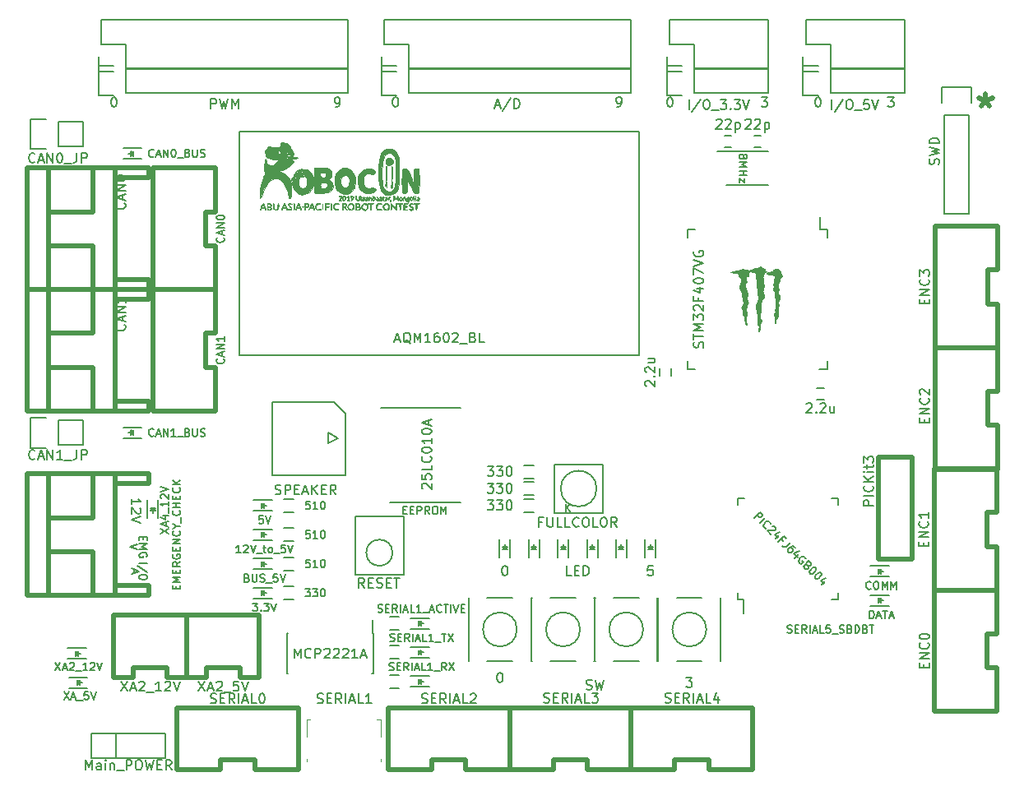
<source format=gbr>
G04 #@! TF.GenerationSoftware,KiCad,Pcbnew,(5.0.2)-1*
G04 #@! TF.CreationDate,2019-03-22T11:58:16+09:00*
G04 #@! TF.ProjectId,stm32f4_Centaurus,73746d33-3266-4345-9f43-656e74617572,rev?*
G04 #@! TF.SameCoordinates,Original*
G04 #@! TF.FileFunction,Legend,Top*
G04 #@! TF.FilePolarity,Positive*
%FSLAX46Y46*%
G04 Gerber Fmt 4.6, Leading zero omitted, Abs format (unit mm)*
G04 Created by KiCad (PCBNEW (5.0.2)-1) date 2019/03/22 11:58:16*
%MOMM*%
%LPD*%
G01*
G04 APERTURE LIST*
%ADD10C,0.500000*%
%ADD11C,0.200000*%
%ADD12C,0.150000*%
%ADD13C,0.010000*%
%ADD14C,0.120000*%
G04 APERTURE END LIST*
D10*
X151500000Y-68107142D02*
X151500000Y-68821428D01*
X150785714Y-68535714D02*
X151500000Y-68821428D01*
X152214285Y-68535714D01*
X151071428Y-69392857D02*
X151500000Y-68821428D01*
X151928571Y-69392857D01*
D11*
X141416666Y-68452380D02*
X142035714Y-68452380D01*
X141702380Y-68833333D01*
X141845238Y-68833333D01*
X141940476Y-68880952D01*
X141988095Y-68928571D01*
X142035714Y-69023809D01*
X142035714Y-69261904D01*
X141988095Y-69357142D01*
X141940476Y-69404761D01*
X141845238Y-69452380D01*
X141559523Y-69452380D01*
X141464285Y-69404761D01*
X141416666Y-69357142D01*
X134202380Y-68452380D02*
X134297619Y-68452380D01*
X134392857Y-68500000D01*
X134440476Y-68547619D01*
X134488095Y-68642857D01*
X134535714Y-68833333D01*
X134535714Y-69071428D01*
X134488095Y-69261904D01*
X134440476Y-69357142D01*
X134392857Y-69404761D01*
X134297619Y-69452380D01*
X134202380Y-69452380D01*
X134107142Y-69404761D01*
X134059523Y-69357142D01*
X134011904Y-69261904D01*
X133964285Y-69071428D01*
X133964285Y-68833333D01*
X134011904Y-68642857D01*
X134059523Y-68547619D01*
X134107142Y-68500000D01*
X134202380Y-68452380D01*
X128416666Y-68452380D02*
X129035714Y-68452380D01*
X128702380Y-68833333D01*
X128845238Y-68833333D01*
X128940476Y-68880952D01*
X128988095Y-68928571D01*
X129035714Y-69023809D01*
X129035714Y-69261904D01*
X128988095Y-69357142D01*
X128940476Y-69404761D01*
X128845238Y-69452380D01*
X128559523Y-69452380D01*
X128464285Y-69404761D01*
X128416666Y-69357142D01*
X118952380Y-68452380D02*
X119047619Y-68452380D01*
X119142857Y-68500000D01*
X119190476Y-68547619D01*
X119238095Y-68642857D01*
X119285714Y-68833333D01*
X119285714Y-69071428D01*
X119238095Y-69261904D01*
X119190476Y-69357142D01*
X119142857Y-69404761D01*
X119047619Y-69452380D01*
X118952380Y-69452380D01*
X118857142Y-69404761D01*
X118809523Y-69357142D01*
X118761904Y-69261904D01*
X118714285Y-69071428D01*
X118714285Y-68833333D01*
X118761904Y-68642857D01*
X118809523Y-68547619D01*
X118857142Y-68500000D01*
X118952380Y-68452380D01*
X113559523Y-69452380D02*
X113750000Y-69452380D01*
X113845238Y-69404761D01*
X113892857Y-69357142D01*
X113988095Y-69214285D01*
X114035714Y-69023809D01*
X114035714Y-68642857D01*
X113988095Y-68547619D01*
X113940476Y-68500000D01*
X113845238Y-68452380D01*
X113654761Y-68452380D01*
X113559523Y-68500000D01*
X113511904Y-68547619D01*
X113464285Y-68642857D01*
X113464285Y-68880952D01*
X113511904Y-68976190D01*
X113559523Y-69023809D01*
X113654761Y-69071428D01*
X113845238Y-69071428D01*
X113940476Y-69023809D01*
X113988095Y-68976190D01*
X114035714Y-68880952D01*
X90702380Y-68452380D02*
X90797619Y-68452380D01*
X90892857Y-68500000D01*
X90940476Y-68547619D01*
X90988095Y-68642857D01*
X91035714Y-68833333D01*
X91035714Y-69071428D01*
X90988095Y-69261904D01*
X90940476Y-69357142D01*
X90892857Y-69404761D01*
X90797619Y-69452380D01*
X90702380Y-69452380D01*
X90607142Y-69404761D01*
X90559523Y-69357142D01*
X90511904Y-69261904D01*
X90464285Y-69071428D01*
X90464285Y-68833333D01*
X90511904Y-68642857D01*
X90559523Y-68547619D01*
X90607142Y-68500000D01*
X90702380Y-68452380D01*
X84559523Y-69452380D02*
X84750000Y-69452380D01*
X84845238Y-69404761D01*
X84892857Y-69357142D01*
X84988095Y-69214285D01*
X85035714Y-69023809D01*
X85035714Y-68642857D01*
X84988095Y-68547619D01*
X84940476Y-68500000D01*
X84845238Y-68452380D01*
X84654761Y-68452380D01*
X84559523Y-68500000D01*
X84511904Y-68547619D01*
X84464285Y-68642857D01*
X84464285Y-68880952D01*
X84511904Y-68976190D01*
X84559523Y-69023809D01*
X84654761Y-69071428D01*
X84845238Y-69071428D01*
X84940476Y-69023809D01*
X84988095Y-68976190D01*
X85035714Y-68880952D01*
X61702380Y-68452380D02*
X61797619Y-68452380D01*
X61892857Y-68500000D01*
X61940476Y-68547619D01*
X61988095Y-68642857D01*
X62035714Y-68833333D01*
X62035714Y-69071428D01*
X61988095Y-69261904D01*
X61940476Y-69357142D01*
X61892857Y-69404761D01*
X61797619Y-69452380D01*
X61702380Y-69452380D01*
X61607142Y-69404761D01*
X61559523Y-69357142D01*
X61511904Y-69261904D01*
X61464285Y-69071428D01*
X61464285Y-68833333D01*
X61511904Y-68642857D01*
X61559523Y-68547619D01*
X61607142Y-68500000D01*
X61702380Y-68452380D01*
X120666666Y-128202380D02*
X121285714Y-128202380D01*
X120952380Y-128583333D01*
X121095238Y-128583333D01*
X121190476Y-128630952D01*
X121238095Y-128678571D01*
X121285714Y-128773809D01*
X121285714Y-129011904D01*
X121238095Y-129107142D01*
X121190476Y-129154761D01*
X121095238Y-129202380D01*
X120809523Y-129202380D01*
X120714285Y-129154761D01*
X120666666Y-129107142D01*
X101452380Y-127702380D02*
X101547619Y-127702380D01*
X101642857Y-127750000D01*
X101690476Y-127797619D01*
X101738095Y-127892857D01*
X101785714Y-128083333D01*
X101785714Y-128321428D01*
X101738095Y-128511904D01*
X101690476Y-128607142D01*
X101642857Y-128654761D01*
X101547619Y-128702380D01*
X101452380Y-128702380D01*
X101357142Y-128654761D01*
X101309523Y-128607142D01*
X101261904Y-128511904D01*
X101214285Y-128321428D01*
X101214285Y-128083333D01*
X101261904Y-127892857D01*
X101309523Y-127797619D01*
X101357142Y-127750000D01*
X101452380Y-127702380D01*
X110392857Y-129404761D02*
X110535714Y-129452380D01*
X110773809Y-129452380D01*
X110869047Y-129404761D01*
X110916666Y-129357142D01*
X110964285Y-129261904D01*
X110964285Y-129166666D01*
X110916666Y-129071428D01*
X110869047Y-129023809D01*
X110773809Y-128976190D01*
X110583333Y-128928571D01*
X110488095Y-128880952D01*
X110440476Y-128833333D01*
X110392857Y-128738095D01*
X110392857Y-128642857D01*
X110440476Y-128547619D01*
X110488095Y-128500000D01*
X110583333Y-128452380D01*
X110821428Y-128452380D01*
X110964285Y-128500000D01*
X111297619Y-128452380D02*
X111535714Y-129452380D01*
X111726190Y-128738095D01*
X111916666Y-129452380D01*
X112154761Y-128452380D01*
X108857142Y-117702380D02*
X108380952Y-117702380D01*
X108380952Y-116702380D01*
X109190476Y-117178571D02*
X109523809Y-117178571D01*
X109666666Y-117702380D02*
X109190476Y-117702380D01*
X109190476Y-116702380D01*
X109666666Y-116702380D01*
X110095238Y-117702380D02*
X110095238Y-116702380D01*
X110333333Y-116702380D01*
X110476190Y-116750000D01*
X110571428Y-116845238D01*
X110619047Y-116940476D01*
X110666666Y-117130952D01*
X110666666Y-117273809D01*
X110619047Y-117464285D01*
X110571428Y-117559523D01*
X110476190Y-117654761D01*
X110333333Y-117702380D01*
X110095238Y-117702380D01*
D12*
X108290476Y-111111904D02*
X108290476Y-110311904D01*
X108747619Y-111111904D02*
X108404761Y-110654761D01*
X108747619Y-110311904D02*
X108290476Y-110769047D01*
D11*
X117238095Y-116702380D02*
X116761904Y-116702380D01*
X116714285Y-117178571D01*
X116761904Y-117130952D01*
X116857142Y-117083333D01*
X117095238Y-117083333D01*
X117190476Y-117130952D01*
X117238095Y-117178571D01*
X117285714Y-117273809D01*
X117285714Y-117511904D01*
X117238095Y-117607142D01*
X117190476Y-117654761D01*
X117095238Y-117702380D01*
X116857142Y-117702380D01*
X116761904Y-117654761D01*
X116714285Y-117607142D01*
X101952380Y-116702380D02*
X102047619Y-116702380D01*
X102142857Y-116750000D01*
X102190476Y-116797619D01*
X102238095Y-116892857D01*
X102285714Y-117083333D01*
X102285714Y-117321428D01*
X102238095Y-117511904D01*
X102190476Y-117607142D01*
X102142857Y-117654761D01*
X102047619Y-117702380D01*
X101952380Y-117702380D01*
X101857142Y-117654761D01*
X101809523Y-117607142D01*
X101761904Y-117511904D01*
X101714285Y-117321428D01*
X101714285Y-117083333D01*
X101761904Y-116892857D01*
X101809523Y-116797619D01*
X101857142Y-116750000D01*
X101952380Y-116702380D01*
X105857142Y-112178571D02*
X105523809Y-112178571D01*
X105523809Y-112702380D02*
X105523809Y-111702380D01*
X106000000Y-111702380D01*
X106380952Y-111702380D02*
X106380952Y-112511904D01*
X106428571Y-112607142D01*
X106476190Y-112654761D01*
X106571428Y-112702380D01*
X106761904Y-112702380D01*
X106857142Y-112654761D01*
X106904761Y-112607142D01*
X106952380Y-112511904D01*
X106952380Y-111702380D01*
X107904761Y-112702380D02*
X107428571Y-112702380D01*
X107428571Y-111702380D01*
X108714285Y-112702380D02*
X108238095Y-112702380D01*
X108238095Y-111702380D01*
X109619047Y-112607142D02*
X109571428Y-112654761D01*
X109428571Y-112702380D01*
X109333333Y-112702380D01*
X109190476Y-112654761D01*
X109095238Y-112559523D01*
X109047619Y-112464285D01*
X109000000Y-112273809D01*
X109000000Y-112130952D01*
X109047619Y-111940476D01*
X109095238Y-111845238D01*
X109190476Y-111750000D01*
X109333333Y-111702380D01*
X109428571Y-111702380D01*
X109571428Y-111750000D01*
X109619047Y-111797619D01*
X110238095Y-111702380D02*
X110428571Y-111702380D01*
X110523809Y-111750000D01*
X110619047Y-111845238D01*
X110666666Y-112035714D01*
X110666666Y-112369047D01*
X110619047Y-112559523D01*
X110523809Y-112654761D01*
X110428571Y-112702380D01*
X110238095Y-112702380D01*
X110142857Y-112654761D01*
X110047619Y-112559523D01*
X110000000Y-112369047D01*
X110000000Y-112035714D01*
X110047619Y-111845238D01*
X110142857Y-111750000D01*
X110238095Y-111702380D01*
X111571428Y-112702380D02*
X111095238Y-112702380D01*
X111095238Y-111702380D01*
X112095238Y-111702380D02*
X112285714Y-111702380D01*
X112380952Y-111750000D01*
X112476190Y-111845238D01*
X112523809Y-112035714D01*
X112523809Y-112369047D01*
X112476190Y-112559523D01*
X112380952Y-112654761D01*
X112285714Y-112702380D01*
X112095238Y-112702380D01*
X112000000Y-112654761D01*
X111904761Y-112559523D01*
X111857142Y-112369047D01*
X111857142Y-112035714D01*
X111904761Y-111845238D01*
X112000000Y-111750000D01*
X112095238Y-111702380D01*
X113523809Y-112702380D02*
X113190476Y-112226190D01*
X112952380Y-112702380D02*
X112952380Y-111702380D01*
X113333333Y-111702380D01*
X113428571Y-111750000D01*
X113476190Y-111797619D01*
X113523809Y-111892857D01*
X113523809Y-112035714D01*
X113476190Y-112130952D01*
X113428571Y-112178571D01*
X113333333Y-112226190D01*
X112952380Y-112226190D01*
X91540476Y-110942857D02*
X91807142Y-110942857D01*
X91921428Y-111361904D02*
X91540476Y-111361904D01*
X91540476Y-110561904D01*
X91921428Y-110561904D01*
X92264285Y-110942857D02*
X92530952Y-110942857D01*
X92645238Y-111361904D02*
X92264285Y-111361904D01*
X92264285Y-110561904D01*
X92645238Y-110561904D01*
X92988095Y-111361904D02*
X92988095Y-110561904D01*
X93292857Y-110561904D01*
X93369047Y-110600000D01*
X93407142Y-110638095D01*
X93445238Y-110714285D01*
X93445238Y-110828571D01*
X93407142Y-110904761D01*
X93369047Y-110942857D01*
X93292857Y-110980952D01*
X92988095Y-110980952D01*
X94245238Y-111361904D02*
X93978571Y-110980952D01*
X93788095Y-111361904D02*
X93788095Y-110561904D01*
X94092857Y-110561904D01*
X94169047Y-110600000D01*
X94207142Y-110638095D01*
X94245238Y-110714285D01*
X94245238Y-110828571D01*
X94207142Y-110904761D01*
X94169047Y-110942857D01*
X94092857Y-110980952D01*
X93788095Y-110980952D01*
X94740476Y-110561904D02*
X94892857Y-110561904D01*
X94969047Y-110600000D01*
X95045238Y-110676190D01*
X95083333Y-110828571D01*
X95083333Y-111095238D01*
X95045238Y-111247619D01*
X94969047Y-111323809D01*
X94892857Y-111361904D01*
X94740476Y-111361904D01*
X94664285Y-111323809D01*
X94588095Y-111247619D01*
X94550000Y-111095238D01*
X94550000Y-110828571D01*
X94588095Y-110676190D01*
X94664285Y-110600000D01*
X94740476Y-110561904D01*
X95426190Y-111361904D02*
X95426190Y-110561904D01*
X95692857Y-111133333D01*
X95959523Y-110561904D01*
X95959523Y-111361904D01*
D12*
X63816666Y-117059523D02*
X63816666Y-117440476D01*
X63588095Y-116983333D02*
X64388095Y-117250000D01*
X63588095Y-117516666D01*
X64388095Y-116411904D02*
X65188095Y-116411904D01*
X65226190Y-117364285D02*
X64197619Y-116678571D01*
X65188095Y-117783333D02*
X65188095Y-117935714D01*
X65150000Y-118011904D01*
X65073809Y-118088095D01*
X64921428Y-118126190D01*
X64654761Y-118126190D01*
X64502380Y-118088095D01*
X64426190Y-118011904D01*
X64388095Y-117935714D01*
X64388095Y-117783333D01*
X64426190Y-117707142D01*
X64502380Y-117630952D01*
X64654761Y-117592857D01*
X64921428Y-117592857D01*
X65073809Y-117630952D01*
X65150000Y-117707142D01*
X65188095Y-117783333D01*
X64188095Y-114483333D02*
X63388095Y-114750000D01*
X64188095Y-115016666D01*
X64807142Y-113721428D02*
X64807142Y-113988095D01*
X64388095Y-114102380D02*
X64388095Y-113721428D01*
X65188095Y-113721428D01*
X65188095Y-114102380D01*
X64388095Y-114445238D02*
X65188095Y-114445238D01*
X64616666Y-114711904D01*
X65188095Y-114978571D01*
X64388095Y-114978571D01*
X65150000Y-115778571D02*
X65188095Y-115702380D01*
X65188095Y-115588095D01*
X65150000Y-115473809D01*
X65073809Y-115397619D01*
X64997619Y-115359523D01*
X64845238Y-115321428D01*
X64730952Y-115321428D01*
X64578571Y-115359523D01*
X64502380Y-115397619D01*
X64426190Y-115473809D01*
X64388095Y-115588095D01*
X64388095Y-115664285D01*
X64426190Y-115778571D01*
X64464285Y-115816666D01*
X64730952Y-115816666D01*
X64730952Y-115664285D01*
D11*
X63547619Y-110380952D02*
X63547619Y-109809523D01*
X63547619Y-110095238D02*
X64547619Y-110095238D01*
X64404761Y-110000000D01*
X64309523Y-109904761D01*
X64261904Y-109809523D01*
X64452380Y-110761904D02*
X64500000Y-110809523D01*
X64547619Y-110904761D01*
X64547619Y-111142857D01*
X64500000Y-111238095D01*
X64452380Y-111285714D01*
X64357142Y-111333333D01*
X64261904Y-111333333D01*
X64119047Y-111285714D01*
X63547619Y-110714285D01*
X63547619Y-111333333D01*
X64547619Y-111619047D02*
X63547619Y-111952380D01*
X64547619Y-112285714D01*
D13*
G04 #@! TO.C,U9*
G36*
X128356152Y-85885803D02*
X128374458Y-85892221D01*
X128381769Y-85907517D01*
X128383331Y-85917842D01*
X128393277Y-85944137D01*
X128419700Y-85961174D01*
X128431800Y-85965467D01*
X128467946Y-85984493D01*
X128480118Y-86006876D01*
X128494476Y-86030972D01*
X128521631Y-86041531D01*
X128551815Y-86054836D01*
X128588155Y-86080720D01*
X128609335Y-86100130D01*
X128650561Y-86135633D01*
X128685491Y-86150430D01*
X128695171Y-86151200D01*
X128740047Y-86159060D01*
X128770282Y-86184372D01*
X128788255Y-86229730D01*
X128793047Y-86257927D01*
X128801741Y-86306589D01*
X128815815Y-86335541D01*
X128839901Y-86350461D01*
X128873485Y-86356537D01*
X128915019Y-86360750D01*
X128786350Y-86506800D01*
X128715961Y-86588994D01*
X128660983Y-86660389D01*
X128620018Y-86725720D01*
X128591667Y-86789720D01*
X128574532Y-86857125D01*
X128567215Y-86932669D01*
X128568318Y-87021088D01*
X128576441Y-87127116D01*
X128583344Y-87194181D01*
X128598853Y-87336854D01*
X128611965Y-87456329D01*
X128622991Y-87554662D01*
X128632246Y-87633909D01*
X128640042Y-87696128D01*
X128646691Y-87743374D01*
X128652507Y-87777705D01*
X128657803Y-87801176D01*
X128662890Y-87815845D01*
X128668083Y-87823767D01*
X128673693Y-87826999D01*
X128679691Y-87827600D01*
X128694299Y-87837629D01*
X128697555Y-87863814D01*
X128690783Y-87900295D01*
X128675304Y-87941215D01*
X128652441Y-87980715D01*
X128642111Y-87994111D01*
X128626213Y-88015384D01*
X128616528Y-88037478D01*
X128611547Y-88067344D01*
X128609763Y-88111936D01*
X128609600Y-88144106D01*
X128608862Y-88199465D01*
X128605840Y-88235568D01*
X128599319Y-88258538D01*
X128588083Y-88274494D01*
X128582699Y-88279656D01*
X128568200Y-88295856D01*
X128561121Y-88315894D01*
X128560056Y-88347323D01*
X128562703Y-88387106D01*
X128567057Y-88424807D01*
X128574604Y-88464130D01*
X128586583Y-88509083D01*
X128604235Y-88563675D01*
X128628799Y-88631913D01*
X128661515Y-88717805D01*
X128678353Y-88761050D01*
X128706962Y-88848177D01*
X128721797Y-88926208D01*
X128722466Y-88991391D01*
X128708580Y-89039975D01*
X128707574Y-89041766D01*
X128679525Y-89081567D01*
X128641678Y-89124189D01*
X128600945Y-89162778D01*
X128564240Y-89190482D01*
X128550099Y-89197894D01*
X128512501Y-89225704D01*
X128490118Y-89272868D01*
X128482601Y-89340128D01*
X128482600Y-89341203D01*
X128475981Y-89396010D01*
X128458371Y-89445355D01*
X128433143Y-89481163D01*
X128420175Y-89490724D01*
X128397899Y-89516117D01*
X128393700Y-89540834D01*
X128385754Y-89576985D01*
X128368300Y-89609065D01*
X128356496Y-89627594D01*
X128348971Y-89650830D01*
X128344831Y-89684561D01*
X128343180Y-89734573D01*
X128343011Y-89772703D01*
X128344057Y-89839196D01*
X128346812Y-89920244D01*
X128350844Y-90005091D01*
X128355186Y-90075500D01*
X128359129Y-90242872D01*
X128349073Y-90422896D01*
X128325607Y-90607433D01*
X128310501Y-90691450D01*
X128299192Y-90775741D01*
X128294016Y-90876527D01*
X128294706Y-90985718D01*
X128300999Y-91095226D01*
X128312630Y-91196965D01*
X128329333Y-91282845D01*
X128329931Y-91285175D01*
X128347404Y-91345106D01*
X128362816Y-91382581D01*
X128375611Y-91396264D01*
X128376209Y-91396300D01*
X128392177Y-91387108D01*
X128393894Y-91380425D01*
X128398285Y-91373813D01*
X128406400Y-91383600D01*
X128416130Y-91415111D01*
X128417923Y-91462148D01*
X128413007Y-91518952D01*
X128402608Y-91579765D01*
X128387953Y-91638829D01*
X128370268Y-91690386D01*
X128350782Y-91728677D01*
X128330720Y-91747945D01*
X128328623Y-91748632D01*
X128317681Y-91754129D01*
X128310474Y-91766916D01*
X128306078Y-91791728D01*
X128303568Y-91833299D01*
X128302261Y-91883556D01*
X128301527Y-91957386D01*
X128301786Y-92041804D01*
X128302965Y-92122019D01*
X128303559Y-92145600D01*
X128304808Y-92206780D01*
X128303830Y-92248410D01*
X128299831Y-92276299D01*
X128292017Y-92296257D01*
X128280697Y-92312703D01*
X128261985Y-92344387D01*
X128254003Y-92373830D01*
X128254000Y-92374283D01*
X128243506Y-92422001D01*
X128214731Y-92474681D01*
X128171734Y-92525200D01*
X128163757Y-92532651D01*
X128126592Y-92563796D01*
X128102076Y-92575970D01*
X128087519Y-92567589D01*
X128080229Y-92537068D01*
X128077515Y-92482821D01*
X128077496Y-92481857D01*
X128077650Y-92430162D01*
X128081130Y-92398809D01*
X128088773Y-92382860D01*
X128094973Y-92378898D01*
X128109534Y-92361433D01*
X128114300Y-92334791D01*
X128118456Y-92303455D01*
X128129260Y-92258958D01*
X128141802Y-92218675D01*
X128162971Y-92145466D01*
X128169032Y-92086599D01*
X128159529Y-92035667D01*
X128134008Y-91986266D01*
X128124331Y-91972384D01*
X128051144Y-91853129D01*
X128001389Y-91729063D01*
X127994506Y-91704406D01*
X127989007Y-91679685D01*
X127984704Y-91650855D01*
X127981516Y-91615008D01*
X127979361Y-91569237D01*
X127978156Y-91510633D01*
X127977820Y-91436289D01*
X127978271Y-91343295D01*
X127979426Y-91228744D01*
X127979929Y-91187202D01*
X127985417Y-90747428D01*
X127948410Y-90668347D01*
X127914961Y-90582176D01*
X127901862Y-90509353D01*
X127908905Y-90448306D01*
X127916851Y-90427805D01*
X127929447Y-90397774D01*
X127930830Y-90375402D01*
X127920509Y-90348223D01*
X127913140Y-90333500D01*
X127875107Y-90242170D01*
X127854367Y-90147834D01*
X127849324Y-90042332D01*
X127850350Y-90012823D01*
X127851740Y-89983068D01*
X127853226Y-89957639D01*
X127855579Y-89933900D01*
X127859568Y-89909214D01*
X127865964Y-89880943D01*
X127875537Y-89846451D01*
X127889057Y-89803100D01*
X127907295Y-89748255D01*
X127931019Y-89679277D01*
X127961001Y-89593530D01*
X127998011Y-89488376D01*
X128030174Y-89397091D01*
X128052359Y-89336398D01*
X128072871Y-89284457D01*
X128089740Y-89245965D01*
X128100999Y-89225618D01*
X128102780Y-89223870D01*
X128109393Y-89214356D01*
X128111706Y-89194689D01*
X128109360Y-89162153D01*
X128101994Y-89114032D01*
X128089249Y-89047614D01*
X128070766Y-88960181D01*
X128063322Y-88926150D01*
X128032120Y-88774842D01*
X128009843Y-88643190D01*
X127996227Y-88527167D01*
X127991008Y-88422750D01*
X127993921Y-88325913D01*
X128004702Y-88232631D01*
X128014296Y-88179366D01*
X128021984Y-88137743D01*
X128023009Y-88113315D01*
X128016256Y-88098491D01*
X128000612Y-88085679D01*
X128000543Y-88085631D01*
X127975758Y-88063750D01*
X127958179Y-88035634D01*
X127947039Y-87997386D01*
X127941571Y-87945107D01*
X127941006Y-87874901D01*
X127943835Y-87797660D01*
X127947076Y-87725992D01*
X127948408Y-87674744D01*
X127947429Y-87638981D01*
X127943735Y-87613767D01*
X127936923Y-87594168D01*
X127926592Y-87575247D01*
X127925535Y-87573508D01*
X127909638Y-87542794D01*
X127901389Y-87511547D01*
X127900765Y-87474016D01*
X127907745Y-87424451D01*
X127922304Y-87357101D01*
X127924642Y-87347205D01*
X127938459Y-87280436D01*
X127942004Y-87231772D01*
X127933837Y-87195504D01*
X127912517Y-87165920D01*
X127876604Y-87137312D01*
X127870675Y-87133291D01*
X127837045Y-87108089D01*
X127819857Y-87085131D01*
X127812924Y-87055128D01*
X127812058Y-87045300D01*
X127813937Y-87009038D01*
X127822327Y-86957705D01*
X127835650Y-86900306D01*
X127840633Y-86882349D01*
X127862175Y-86790629D01*
X127872113Y-86706822D01*
X127869931Y-86636660D01*
X127864995Y-86611574D01*
X127848896Y-86588044D01*
X127826233Y-86582999D01*
X127785743Y-86576164D01*
X127752823Y-86553068D01*
X127722620Y-86509829D01*
X127713667Y-86492950D01*
X127681369Y-86429212D01*
X127568649Y-86432793D01*
X127511147Y-86433692D01*
X127473076Y-86431470D01*
X127448576Y-86425343D01*
X127431787Y-86414525D01*
X127431690Y-86414436D01*
X127412202Y-86402659D01*
X127382037Y-86395789D01*
X127335363Y-86392827D01*
X127303674Y-86392499D01*
X127251660Y-86393984D01*
X127215738Y-86398082D01*
X127200206Y-86404261D01*
X127199900Y-86405379D01*
X127191175Y-86421217D01*
X127169365Y-86445199D01*
X127160319Y-86453623D01*
X127120738Y-86488988D01*
X127122733Y-86625222D01*
X127122799Y-86686635D01*
X127121382Y-86743147D01*
X127118749Y-86787074D01*
X127116450Y-86805578D01*
X127110287Y-86831589D01*
X127099635Y-86844626D01*
X127077124Y-86849169D01*
X127043841Y-86849700D01*
X127001742Y-86852578D01*
X126965873Y-86863799D01*
X126925250Y-86887239D01*
X126911904Y-86896260D01*
X126844299Y-86942821D01*
X126844299Y-87148779D01*
X126844434Y-87225384D01*
X126845157Y-87280356D01*
X126846949Y-87317463D01*
X126850290Y-87340473D01*
X126855658Y-87353153D01*
X126863535Y-87359271D01*
X126871434Y-87361833D01*
X126887848Y-87369204D01*
X126894322Y-87384707D01*
X126893217Y-87415819D01*
X126892018Y-87427047D01*
X126887442Y-87455281D01*
X126878853Y-87481887D01*
X126863575Y-87511816D01*
X126838935Y-87550021D01*
X126802256Y-87601452D01*
X126785412Y-87624400D01*
X126771368Y-87644610D01*
X126762322Y-87663450D01*
X126757500Y-87686615D01*
X126756126Y-87719800D01*
X126757426Y-87768700D01*
X126759491Y-87814900D01*
X126767403Y-87914012D01*
X126782490Y-88010831D01*
X126806136Y-88110918D01*
X126839722Y-88219834D01*
X126884632Y-88343142D01*
X126901616Y-88386537D01*
X126941205Y-88487171D01*
X126971775Y-88567044D01*
X126994231Y-88628781D01*
X127009477Y-88675003D01*
X127018416Y-88708333D01*
X127021953Y-88731393D01*
X127022100Y-88736023D01*
X127016007Y-88768759D01*
X127000690Y-88811410D01*
X126980594Y-88853889D01*
X126960162Y-88886106D01*
X126952397Y-88894277D01*
X126944319Y-88905872D01*
X126938765Y-88927559D01*
X126935330Y-88963285D01*
X126933612Y-89016993D01*
X126933200Y-89081875D01*
X126933416Y-89151347D01*
X126934646Y-89200877D01*
X126937765Y-89235924D01*
X126943644Y-89261947D01*
X126953159Y-89284403D01*
X126967181Y-89308752D01*
X126970320Y-89313870D01*
X127015649Y-89404828D01*
X127041577Y-89496427D01*
X127048074Y-89584992D01*
X127035108Y-89666850D01*
X127002647Y-89738330D01*
X126974302Y-89774186D01*
X126949887Y-89808042D01*
X126943339Y-89845860D01*
X126943809Y-89856736D01*
X126941317Y-89895010D01*
X126931469Y-89944043D01*
X126921084Y-89979063D01*
X126907111Y-90024287D01*
X126897679Y-90064175D01*
X126895100Y-90085027D01*
X126885760Y-90113418D01*
X126869700Y-90122620D01*
X126855670Y-90129555D01*
X126847961Y-90145153D01*
X126844784Y-90175562D01*
X126844300Y-90209880D01*
X126846881Y-90258511D01*
X126853801Y-90321614D01*
X126863822Y-90388882D01*
X126869661Y-90421124D01*
X126883279Y-90510187D01*
X126891836Y-90606888D01*
X126895271Y-90704717D01*
X126893524Y-90797160D01*
X126886534Y-90877705D01*
X126874459Y-90939100D01*
X126867320Y-90970124D01*
X126861671Y-91010738D01*
X126857301Y-91064199D01*
X126853997Y-91133764D01*
X126851549Y-91222691D01*
X126849979Y-91316190D01*
X126848825Y-91413681D01*
X126848435Y-91489025D01*
X126848977Y-91545467D01*
X126850623Y-91586252D01*
X126853544Y-91614626D01*
X126857910Y-91633834D01*
X126863891Y-91647121D01*
X126867676Y-91652740D01*
X126881087Y-91680908D01*
X126887821Y-91723441D01*
X126889131Y-91770652D01*
X126887989Y-91818186D01*
X126884131Y-91845929D01*
X126876150Y-91859455D01*
X126865566Y-91863843D01*
X126845705Y-91861712D01*
X126825669Y-91844999D01*
X126802733Y-91810501D01*
X126775733Y-91758250D01*
X126757952Y-91718232D01*
X126742296Y-91674776D01*
X126727979Y-91624338D01*
X126714211Y-91563370D01*
X126700205Y-91488328D01*
X126685173Y-91395665D01*
X126668328Y-91281836D01*
X126665546Y-91262365D01*
X126625870Y-90983646D01*
X126577124Y-90930763D01*
X126544557Y-90888169D01*
X126524663Y-90847263D01*
X126521808Y-90835465D01*
X126517384Y-90796485D01*
X126512833Y-90738896D01*
X126508500Y-90669485D01*
X126504726Y-90595039D01*
X126501856Y-90522344D01*
X126500233Y-90458187D01*
X126500201Y-90409355D01*
X126500216Y-90408690D01*
X126499161Y-90355006D01*
X126490641Y-90313852D01*
X126471085Y-90276365D01*
X126436923Y-90233682D01*
X126423827Y-90219125D01*
X126388742Y-90176185D01*
X126369143Y-90137721D01*
X126365262Y-90098709D01*
X126377327Y-90054123D01*
X126405569Y-89998939D01*
X126436141Y-89949680D01*
X126461561Y-89907610D01*
X126480222Y-89871506D01*
X126488559Y-89848361D01*
X126488700Y-89846545D01*
X126493670Y-89822918D01*
X126506377Y-89786471D01*
X126516267Y-89762789D01*
X126536033Y-89694684D01*
X126544062Y-89610193D01*
X126540828Y-89515202D01*
X126526805Y-89415598D01*
X126502465Y-89317267D01*
X126474164Y-89239422D01*
X126465455Y-89215646D01*
X126459140Y-89188250D01*
X126454859Y-89152874D01*
X126452250Y-89105161D01*
X126450951Y-89040755D01*
X126450600Y-88955632D01*
X126450395Y-88873244D01*
X126449514Y-88812202D01*
X126447557Y-88768454D01*
X126444125Y-88737948D01*
X126438817Y-88716633D01*
X126431234Y-88700455D01*
X126424399Y-88690076D01*
X126408978Y-88659461D01*
X126392890Y-88613277D01*
X126379411Y-88561048D01*
X126378451Y-88556441D01*
X126364999Y-88502895D01*
X126349442Y-88460083D01*
X126334801Y-88435701D01*
X126316916Y-88404460D01*
X126310899Y-88370525D01*
X126304901Y-88336970D01*
X126283202Y-88308126D01*
X126267547Y-88294659D01*
X126215176Y-88237239D01*
X126178358Y-88163040D01*
X126159037Y-88076731D01*
X126156553Y-88028125D01*
X126157098Y-87998014D01*
X126158905Y-87969973D01*
X126162808Y-87940561D01*
X126169639Y-87906337D01*
X126180231Y-87863861D01*
X126195415Y-87809692D01*
X126216025Y-87740389D01*
X126242893Y-87652511D01*
X126263871Y-87584565D01*
X126283312Y-87515870D01*
X126300318Y-87445094D01*
X126312783Y-87381625D01*
X126317995Y-87343265D01*
X126321295Y-87265249D01*
X126313374Y-87203041D01*
X126291421Y-87148658D01*
X126252623Y-87094120D01*
X126215938Y-87053659D01*
X126161781Y-86994542D01*
X126124305Y-86945105D01*
X126100587Y-86898876D01*
X126087704Y-86849385D01*
X126082734Y-86790161D01*
X126082300Y-86757813D01*
X126081443Y-86701605D01*
X126078114Y-86664622D01*
X126071172Y-86640722D01*
X126059474Y-86623765D01*
X126056899Y-86621100D01*
X126030030Y-86602130D01*
X126008043Y-86595699D01*
X125982237Y-86587659D01*
X125954068Y-86568795D01*
X125939010Y-86557129D01*
X125922133Y-86549850D01*
X125898047Y-86546363D01*
X125861363Y-86546075D01*
X125806691Y-86548393D01*
X125781315Y-86549764D01*
X125693585Y-86552030D01*
X125629719Y-86547825D01*
X125589949Y-86537185D01*
X125574508Y-86520148D01*
X125574300Y-86517461D01*
X125562356Y-86513639D01*
X125529546Y-86510423D01*
X125480402Y-86508085D01*
X125419456Y-86506895D01*
X125395568Y-86506800D01*
X125324527Y-86506502D01*
X125275210Y-86505324D01*
X125243946Y-86502835D01*
X125227063Y-86498606D01*
X125220891Y-86492208D01*
X125220943Y-86486370D01*
X125231749Y-86475707D01*
X125261605Y-86460653D01*
X125311889Y-86440662D01*
X125383977Y-86415184D01*
X125477626Y-86384196D01*
X125618170Y-86340950D01*
X125740663Y-86308402D01*
X125849647Y-86285649D01*
X125949666Y-86271788D01*
X126045265Y-86265914D01*
X126074108Y-86265574D01*
X126127189Y-86264526D01*
X126163852Y-86260012D01*
X126193047Y-86249837D01*
X126223725Y-86231801D01*
X126230724Y-86227126D01*
X126316484Y-86174716D01*
X126392342Y-86140567D01*
X126439520Y-86126849D01*
X126479939Y-86120836D01*
X126511576Y-86126427D01*
X126539506Y-86140029D01*
X126576267Y-86166992D01*
X126606796Y-86199586D01*
X126609782Y-86203918D01*
X126634750Y-86242343D01*
X126761750Y-86234849D01*
X126850067Y-86232259D01*
X126917063Y-86236724D01*
X126965989Y-86248890D01*
X127000102Y-86269397D01*
X127013887Y-86284683D01*
X127032525Y-86305681D01*
X127053324Y-86312918D01*
X127087066Y-86309861D01*
X127090442Y-86309309D01*
X127145452Y-86296265D01*
X127185992Y-86275574D01*
X127213561Y-86251838D01*
X127241632Y-86233207D01*
X127264615Y-86227399D01*
X127295336Y-86221328D01*
X127324940Y-86208886D01*
X127391731Y-86177503D01*
X127479353Y-86144549D01*
X127583404Y-86111357D01*
X127699481Y-86079260D01*
X127823182Y-86049589D01*
X127914793Y-86030417D01*
X127974852Y-86017712D01*
X128026674Y-86005029D01*
X128064607Y-85993866D01*
X128082757Y-85985928D01*
X128105101Y-85974686D01*
X128142346Y-85962457D01*
X128167963Y-85956049D01*
X128213906Y-85942388D01*
X128239890Y-85924881D01*
X128247486Y-85912896D01*
X128259919Y-85894971D01*
X128281619Y-85886560D01*
X128319667Y-85884499D01*
X128356152Y-85885803D01*
X128356152Y-85885803D01*
G37*
X128356152Y-85885803D02*
X128374458Y-85892221D01*
X128381769Y-85907517D01*
X128383331Y-85917842D01*
X128393277Y-85944137D01*
X128419700Y-85961174D01*
X128431800Y-85965467D01*
X128467946Y-85984493D01*
X128480118Y-86006876D01*
X128494476Y-86030972D01*
X128521631Y-86041531D01*
X128551815Y-86054836D01*
X128588155Y-86080720D01*
X128609335Y-86100130D01*
X128650561Y-86135633D01*
X128685491Y-86150430D01*
X128695171Y-86151200D01*
X128740047Y-86159060D01*
X128770282Y-86184372D01*
X128788255Y-86229730D01*
X128793047Y-86257927D01*
X128801741Y-86306589D01*
X128815815Y-86335541D01*
X128839901Y-86350461D01*
X128873485Y-86356537D01*
X128915019Y-86360750D01*
X128786350Y-86506800D01*
X128715961Y-86588994D01*
X128660983Y-86660389D01*
X128620018Y-86725720D01*
X128591667Y-86789720D01*
X128574532Y-86857125D01*
X128567215Y-86932669D01*
X128568318Y-87021088D01*
X128576441Y-87127116D01*
X128583344Y-87194181D01*
X128598853Y-87336854D01*
X128611965Y-87456329D01*
X128622991Y-87554662D01*
X128632246Y-87633909D01*
X128640042Y-87696128D01*
X128646691Y-87743374D01*
X128652507Y-87777705D01*
X128657803Y-87801176D01*
X128662890Y-87815845D01*
X128668083Y-87823767D01*
X128673693Y-87826999D01*
X128679691Y-87827600D01*
X128694299Y-87837629D01*
X128697555Y-87863814D01*
X128690783Y-87900295D01*
X128675304Y-87941215D01*
X128652441Y-87980715D01*
X128642111Y-87994111D01*
X128626213Y-88015384D01*
X128616528Y-88037478D01*
X128611547Y-88067344D01*
X128609763Y-88111936D01*
X128609600Y-88144106D01*
X128608862Y-88199465D01*
X128605840Y-88235568D01*
X128599319Y-88258538D01*
X128588083Y-88274494D01*
X128582699Y-88279656D01*
X128568200Y-88295856D01*
X128561121Y-88315894D01*
X128560056Y-88347323D01*
X128562703Y-88387106D01*
X128567057Y-88424807D01*
X128574604Y-88464130D01*
X128586583Y-88509083D01*
X128604235Y-88563675D01*
X128628799Y-88631913D01*
X128661515Y-88717805D01*
X128678353Y-88761050D01*
X128706962Y-88848177D01*
X128721797Y-88926208D01*
X128722466Y-88991391D01*
X128708580Y-89039975D01*
X128707574Y-89041766D01*
X128679525Y-89081567D01*
X128641678Y-89124189D01*
X128600945Y-89162778D01*
X128564240Y-89190482D01*
X128550099Y-89197894D01*
X128512501Y-89225704D01*
X128490118Y-89272868D01*
X128482601Y-89340128D01*
X128482600Y-89341203D01*
X128475981Y-89396010D01*
X128458371Y-89445355D01*
X128433143Y-89481163D01*
X128420175Y-89490724D01*
X128397899Y-89516117D01*
X128393700Y-89540834D01*
X128385754Y-89576985D01*
X128368300Y-89609065D01*
X128356496Y-89627594D01*
X128348971Y-89650830D01*
X128344831Y-89684561D01*
X128343180Y-89734573D01*
X128343011Y-89772703D01*
X128344057Y-89839196D01*
X128346812Y-89920244D01*
X128350844Y-90005091D01*
X128355186Y-90075500D01*
X128359129Y-90242872D01*
X128349073Y-90422896D01*
X128325607Y-90607433D01*
X128310501Y-90691450D01*
X128299192Y-90775741D01*
X128294016Y-90876527D01*
X128294706Y-90985718D01*
X128300999Y-91095226D01*
X128312630Y-91196965D01*
X128329333Y-91282845D01*
X128329931Y-91285175D01*
X128347404Y-91345106D01*
X128362816Y-91382581D01*
X128375611Y-91396264D01*
X128376209Y-91396300D01*
X128392177Y-91387108D01*
X128393894Y-91380425D01*
X128398285Y-91373813D01*
X128406400Y-91383600D01*
X128416130Y-91415111D01*
X128417923Y-91462148D01*
X128413007Y-91518952D01*
X128402608Y-91579765D01*
X128387953Y-91638829D01*
X128370268Y-91690386D01*
X128350782Y-91728677D01*
X128330720Y-91747945D01*
X128328623Y-91748632D01*
X128317681Y-91754129D01*
X128310474Y-91766916D01*
X128306078Y-91791728D01*
X128303568Y-91833299D01*
X128302261Y-91883556D01*
X128301527Y-91957386D01*
X128301786Y-92041804D01*
X128302965Y-92122019D01*
X128303559Y-92145600D01*
X128304808Y-92206780D01*
X128303830Y-92248410D01*
X128299831Y-92276299D01*
X128292017Y-92296257D01*
X128280697Y-92312703D01*
X128261985Y-92344387D01*
X128254003Y-92373830D01*
X128254000Y-92374283D01*
X128243506Y-92422001D01*
X128214731Y-92474681D01*
X128171734Y-92525200D01*
X128163757Y-92532651D01*
X128126592Y-92563796D01*
X128102076Y-92575970D01*
X128087519Y-92567589D01*
X128080229Y-92537068D01*
X128077515Y-92482821D01*
X128077496Y-92481857D01*
X128077650Y-92430162D01*
X128081130Y-92398809D01*
X128088773Y-92382860D01*
X128094973Y-92378898D01*
X128109534Y-92361433D01*
X128114300Y-92334791D01*
X128118456Y-92303455D01*
X128129260Y-92258958D01*
X128141802Y-92218675D01*
X128162971Y-92145466D01*
X128169032Y-92086599D01*
X128159529Y-92035667D01*
X128134008Y-91986266D01*
X128124331Y-91972384D01*
X128051144Y-91853129D01*
X128001389Y-91729063D01*
X127994506Y-91704406D01*
X127989007Y-91679685D01*
X127984704Y-91650855D01*
X127981516Y-91615008D01*
X127979361Y-91569237D01*
X127978156Y-91510633D01*
X127977820Y-91436289D01*
X127978271Y-91343295D01*
X127979426Y-91228744D01*
X127979929Y-91187202D01*
X127985417Y-90747428D01*
X127948410Y-90668347D01*
X127914961Y-90582176D01*
X127901862Y-90509353D01*
X127908905Y-90448306D01*
X127916851Y-90427805D01*
X127929447Y-90397774D01*
X127930830Y-90375402D01*
X127920509Y-90348223D01*
X127913140Y-90333500D01*
X127875107Y-90242170D01*
X127854367Y-90147834D01*
X127849324Y-90042332D01*
X127850350Y-90012823D01*
X127851740Y-89983068D01*
X127853226Y-89957639D01*
X127855579Y-89933900D01*
X127859568Y-89909214D01*
X127865964Y-89880943D01*
X127875537Y-89846451D01*
X127889057Y-89803100D01*
X127907295Y-89748255D01*
X127931019Y-89679277D01*
X127961001Y-89593530D01*
X127998011Y-89488376D01*
X128030174Y-89397091D01*
X128052359Y-89336398D01*
X128072871Y-89284457D01*
X128089740Y-89245965D01*
X128100999Y-89225618D01*
X128102780Y-89223870D01*
X128109393Y-89214356D01*
X128111706Y-89194689D01*
X128109360Y-89162153D01*
X128101994Y-89114032D01*
X128089249Y-89047614D01*
X128070766Y-88960181D01*
X128063322Y-88926150D01*
X128032120Y-88774842D01*
X128009843Y-88643190D01*
X127996227Y-88527167D01*
X127991008Y-88422750D01*
X127993921Y-88325913D01*
X128004702Y-88232631D01*
X128014296Y-88179366D01*
X128021984Y-88137743D01*
X128023009Y-88113315D01*
X128016256Y-88098491D01*
X128000612Y-88085679D01*
X128000543Y-88085631D01*
X127975758Y-88063750D01*
X127958179Y-88035634D01*
X127947039Y-87997386D01*
X127941571Y-87945107D01*
X127941006Y-87874901D01*
X127943835Y-87797660D01*
X127947076Y-87725992D01*
X127948408Y-87674744D01*
X127947429Y-87638981D01*
X127943735Y-87613767D01*
X127936923Y-87594168D01*
X127926592Y-87575247D01*
X127925535Y-87573508D01*
X127909638Y-87542794D01*
X127901389Y-87511547D01*
X127900765Y-87474016D01*
X127907745Y-87424451D01*
X127922304Y-87357101D01*
X127924642Y-87347205D01*
X127938459Y-87280436D01*
X127942004Y-87231772D01*
X127933837Y-87195504D01*
X127912517Y-87165920D01*
X127876604Y-87137312D01*
X127870675Y-87133291D01*
X127837045Y-87108089D01*
X127819857Y-87085131D01*
X127812924Y-87055128D01*
X127812058Y-87045300D01*
X127813937Y-87009038D01*
X127822327Y-86957705D01*
X127835650Y-86900306D01*
X127840633Y-86882349D01*
X127862175Y-86790629D01*
X127872113Y-86706822D01*
X127869931Y-86636660D01*
X127864995Y-86611574D01*
X127848896Y-86588044D01*
X127826233Y-86582999D01*
X127785743Y-86576164D01*
X127752823Y-86553068D01*
X127722620Y-86509829D01*
X127713667Y-86492950D01*
X127681369Y-86429212D01*
X127568649Y-86432793D01*
X127511147Y-86433692D01*
X127473076Y-86431470D01*
X127448576Y-86425343D01*
X127431787Y-86414525D01*
X127431690Y-86414436D01*
X127412202Y-86402659D01*
X127382037Y-86395789D01*
X127335363Y-86392827D01*
X127303674Y-86392499D01*
X127251660Y-86393984D01*
X127215738Y-86398082D01*
X127200206Y-86404261D01*
X127199900Y-86405379D01*
X127191175Y-86421217D01*
X127169365Y-86445199D01*
X127160319Y-86453623D01*
X127120738Y-86488988D01*
X127122733Y-86625222D01*
X127122799Y-86686635D01*
X127121382Y-86743147D01*
X127118749Y-86787074D01*
X127116450Y-86805578D01*
X127110287Y-86831589D01*
X127099635Y-86844626D01*
X127077124Y-86849169D01*
X127043841Y-86849700D01*
X127001742Y-86852578D01*
X126965873Y-86863799D01*
X126925250Y-86887239D01*
X126911904Y-86896260D01*
X126844299Y-86942821D01*
X126844299Y-87148779D01*
X126844434Y-87225384D01*
X126845157Y-87280356D01*
X126846949Y-87317463D01*
X126850290Y-87340473D01*
X126855658Y-87353153D01*
X126863535Y-87359271D01*
X126871434Y-87361833D01*
X126887848Y-87369204D01*
X126894322Y-87384707D01*
X126893217Y-87415819D01*
X126892018Y-87427047D01*
X126887442Y-87455281D01*
X126878853Y-87481887D01*
X126863575Y-87511816D01*
X126838935Y-87550021D01*
X126802256Y-87601452D01*
X126785412Y-87624400D01*
X126771368Y-87644610D01*
X126762322Y-87663450D01*
X126757500Y-87686615D01*
X126756126Y-87719800D01*
X126757426Y-87768700D01*
X126759491Y-87814900D01*
X126767403Y-87914012D01*
X126782490Y-88010831D01*
X126806136Y-88110918D01*
X126839722Y-88219834D01*
X126884632Y-88343142D01*
X126901616Y-88386537D01*
X126941205Y-88487171D01*
X126971775Y-88567044D01*
X126994231Y-88628781D01*
X127009477Y-88675003D01*
X127018416Y-88708333D01*
X127021953Y-88731393D01*
X127022100Y-88736023D01*
X127016007Y-88768759D01*
X127000690Y-88811410D01*
X126980594Y-88853889D01*
X126960162Y-88886106D01*
X126952397Y-88894277D01*
X126944319Y-88905872D01*
X126938765Y-88927559D01*
X126935330Y-88963285D01*
X126933612Y-89016993D01*
X126933200Y-89081875D01*
X126933416Y-89151347D01*
X126934646Y-89200877D01*
X126937765Y-89235924D01*
X126943644Y-89261947D01*
X126953159Y-89284403D01*
X126967181Y-89308752D01*
X126970320Y-89313870D01*
X127015649Y-89404828D01*
X127041577Y-89496427D01*
X127048074Y-89584992D01*
X127035108Y-89666850D01*
X127002647Y-89738330D01*
X126974302Y-89774186D01*
X126949887Y-89808042D01*
X126943339Y-89845860D01*
X126943809Y-89856736D01*
X126941317Y-89895010D01*
X126931469Y-89944043D01*
X126921084Y-89979063D01*
X126907111Y-90024287D01*
X126897679Y-90064175D01*
X126895100Y-90085027D01*
X126885760Y-90113418D01*
X126869700Y-90122620D01*
X126855670Y-90129555D01*
X126847961Y-90145153D01*
X126844784Y-90175562D01*
X126844300Y-90209880D01*
X126846881Y-90258511D01*
X126853801Y-90321614D01*
X126863822Y-90388882D01*
X126869661Y-90421124D01*
X126883279Y-90510187D01*
X126891836Y-90606888D01*
X126895271Y-90704717D01*
X126893524Y-90797160D01*
X126886534Y-90877705D01*
X126874459Y-90939100D01*
X126867320Y-90970124D01*
X126861671Y-91010738D01*
X126857301Y-91064199D01*
X126853997Y-91133764D01*
X126851549Y-91222691D01*
X126849979Y-91316190D01*
X126848825Y-91413681D01*
X126848435Y-91489025D01*
X126848977Y-91545467D01*
X126850623Y-91586252D01*
X126853544Y-91614626D01*
X126857910Y-91633834D01*
X126863891Y-91647121D01*
X126867676Y-91652740D01*
X126881087Y-91680908D01*
X126887821Y-91723441D01*
X126889131Y-91770652D01*
X126887989Y-91818186D01*
X126884131Y-91845929D01*
X126876150Y-91859455D01*
X126865566Y-91863843D01*
X126845705Y-91861712D01*
X126825669Y-91844999D01*
X126802733Y-91810501D01*
X126775733Y-91758250D01*
X126757952Y-91718232D01*
X126742296Y-91674776D01*
X126727979Y-91624338D01*
X126714211Y-91563370D01*
X126700205Y-91488328D01*
X126685173Y-91395665D01*
X126668328Y-91281836D01*
X126665546Y-91262365D01*
X126625870Y-90983646D01*
X126577124Y-90930763D01*
X126544557Y-90888169D01*
X126524663Y-90847263D01*
X126521808Y-90835465D01*
X126517384Y-90796485D01*
X126512833Y-90738896D01*
X126508500Y-90669485D01*
X126504726Y-90595039D01*
X126501856Y-90522344D01*
X126500233Y-90458187D01*
X126500201Y-90409355D01*
X126500216Y-90408690D01*
X126499161Y-90355006D01*
X126490641Y-90313852D01*
X126471085Y-90276365D01*
X126436923Y-90233682D01*
X126423827Y-90219125D01*
X126388742Y-90176185D01*
X126369143Y-90137721D01*
X126365262Y-90098709D01*
X126377327Y-90054123D01*
X126405569Y-89998939D01*
X126436141Y-89949680D01*
X126461561Y-89907610D01*
X126480222Y-89871506D01*
X126488559Y-89848361D01*
X126488700Y-89846545D01*
X126493670Y-89822918D01*
X126506377Y-89786471D01*
X126516267Y-89762789D01*
X126536033Y-89694684D01*
X126544062Y-89610193D01*
X126540828Y-89515202D01*
X126526805Y-89415598D01*
X126502465Y-89317267D01*
X126474164Y-89239422D01*
X126465455Y-89215646D01*
X126459140Y-89188250D01*
X126454859Y-89152874D01*
X126452250Y-89105161D01*
X126450951Y-89040755D01*
X126450600Y-88955632D01*
X126450395Y-88873244D01*
X126449514Y-88812202D01*
X126447557Y-88768454D01*
X126444125Y-88737948D01*
X126438817Y-88716633D01*
X126431234Y-88700455D01*
X126424399Y-88690076D01*
X126408978Y-88659461D01*
X126392890Y-88613277D01*
X126379411Y-88561048D01*
X126378451Y-88556441D01*
X126364999Y-88502895D01*
X126349442Y-88460083D01*
X126334801Y-88435701D01*
X126316916Y-88404460D01*
X126310899Y-88370525D01*
X126304901Y-88336970D01*
X126283202Y-88308126D01*
X126267547Y-88294659D01*
X126215176Y-88237239D01*
X126178358Y-88163040D01*
X126159037Y-88076731D01*
X126156553Y-88028125D01*
X126157098Y-87998014D01*
X126158905Y-87969973D01*
X126162808Y-87940561D01*
X126169639Y-87906337D01*
X126180231Y-87863861D01*
X126195415Y-87809692D01*
X126216025Y-87740389D01*
X126242893Y-87652511D01*
X126263871Y-87584565D01*
X126283312Y-87515870D01*
X126300318Y-87445094D01*
X126312783Y-87381625D01*
X126317995Y-87343265D01*
X126321295Y-87265249D01*
X126313374Y-87203041D01*
X126291421Y-87148658D01*
X126252623Y-87094120D01*
X126215938Y-87053659D01*
X126161781Y-86994542D01*
X126124305Y-86945105D01*
X126100587Y-86898876D01*
X126087704Y-86849385D01*
X126082734Y-86790161D01*
X126082300Y-86757813D01*
X126081443Y-86701605D01*
X126078114Y-86664622D01*
X126071172Y-86640722D01*
X126059474Y-86623765D01*
X126056899Y-86621100D01*
X126030030Y-86602130D01*
X126008043Y-86595699D01*
X125982237Y-86587659D01*
X125954068Y-86568795D01*
X125939010Y-86557129D01*
X125922133Y-86549850D01*
X125898047Y-86546363D01*
X125861363Y-86546075D01*
X125806691Y-86548393D01*
X125781315Y-86549764D01*
X125693585Y-86552030D01*
X125629719Y-86547825D01*
X125589949Y-86537185D01*
X125574508Y-86520148D01*
X125574300Y-86517461D01*
X125562356Y-86513639D01*
X125529546Y-86510423D01*
X125480402Y-86508085D01*
X125419456Y-86506895D01*
X125395568Y-86506800D01*
X125324527Y-86506502D01*
X125275210Y-86505324D01*
X125243946Y-86502835D01*
X125227063Y-86498606D01*
X125220891Y-86492208D01*
X125220943Y-86486370D01*
X125231749Y-86475707D01*
X125261605Y-86460653D01*
X125311889Y-86440662D01*
X125383977Y-86415184D01*
X125477626Y-86384196D01*
X125618170Y-86340950D01*
X125740663Y-86308402D01*
X125849647Y-86285649D01*
X125949666Y-86271788D01*
X126045265Y-86265914D01*
X126074108Y-86265574D01*
X126127189Y-86264526D01*
X126163852Y-86260012D01*
X126193047Y-86249837D01*
X126223725Y-86231801D01*
X126230724Y-86227126D01*
X126316484Y-86174716D01*
X126392342Y-86140567D01*
X126439520Y-86126849D01*
X126479939Y-86120836D01*
X126511576Y-86126427D01*
X126539506Y-86140029D01*
X126576267Y-86166992D01*
X126606796Y-86199586D01*
X126609782Y-86203918D01*
X126634750Y-86242343D01*
X126761750Y-86234849D01*
X126850067Y-86232259D01*
X126917063Y-86236724D01*
X126965989Y-86248890D01*
X127000102Y-86269397D01*
X127013887Y-86284683D01*
X127032525Y-86305681D01*
X127053324Y-86312918D01*
X127087066Y-86309861D01*
X127090442Y-86309309D01*
X127145452Y-86296265D01*
X127185992Y-86275574D01*
X127213561Y-86251838D01*
X127241632Y-86233207D01*
X127264615Y-86227399D01*
X127295336Y-86221328D01*
X127324940Y-86208886D01*
X127391731Y-86177503D01*
X127479353Y-86144549D01*
X127583404Y-86111357D01*
X127699481Y-86079260D01*
X127823182Y-86049589D01*
X127914793Y-86030417D01*
X127974852Y-86017712D01*
X128026674Y-86005029D01*
X128064607Y-85993866D01*
X128082757Y-85985928D01*
X128105101Y-85974686D01*
X128142346Y-85962457D01*
X128167963Y-85956049D01*
X128213906Y-85942388D01*
X128239890Y-85924881D01*
X128247486Y-85912896D01*
X128259919Y-85894971D01*
X128281619Y-85886560D01*
X128319667Y-85884499D01*
X128356152Y-85885803D01*
G36*
X129879452Y-86119668D02*
X129913308Y-86132150D01*
X129951549Y-86142634D01*
X130001989Y-86149553D01*
X130038005Y-86151200D01*
X130121860Y-86156856D01*
X130188836Y-86175788D01*
X130243318Y-86210935D01*
X130289694Y-86265240D01*
X130332349Y-86341645D01*
X130337135Y-86351810D01*
X130363872Y-86408640D01*
X130390814Y-86464593D01*
X130413422Y-86510286D01*
X130419764Y-86522681D01*
X130446827Y-86599606D01*
X130451100Y-86644793D01*
X130457495Y-86693761D01*
X130474333Y-86735775D01*
X130498089Y-86764427D01*
X130521871Y-86773500D01*
X130535777Y-86784945D01*
X130540000Y-86816731D01*
X130535357Y-86843729D01*
X130520398Y-86881020D01*
X130493573Y-86931808D01*
X130453335Y-86999300D01*
X130446455Y-87010406D01*
X130344352Y-87184032D01*
X130261921Y-87345684D01*
X130198187Y-87498181D01*
X130152173Y-87644342D01*
X130122904Y-87786983D01*
X130109403Y-87928924D01*
X130108200Y-87987157D01*
X130108703Y-88043074D01*
X130110886Y-88078684D01*
X130115760Y-88099071D01*
X130124336Y-88109320D01*
X130133268Y-88113244D01*
X130168140Y-88135936D01*
X130195550Y-88174493D01*
X130209246Y-88219408D01*
X130209800Y-88229636D01*
X130205145Y-88260131D01*
X130192659Y-88306304D01*
X130174553Y-88360504D01*
X130163444Y-88389848D01*
X130129069Y-88490582D01*
X130112671Y-88574083D01*
X130114288Y-88641103D01*
X130133960Y-88692393D01*
X130171727Y-88728705D01*
X130181439Y-88734228D01*
X130234277Y-88773004D01*
X130277623Y-88830825D01*
X130299771Y-88874814D01*
X130317190Y-88928766D01*
X130326570Y-88989563D01*
X130328460Y-89052242D01*
X130323406Y-89111840D01*
X130311954Y-89163394D01*
X130294651Y-89201938D01*
X130272044Y-89222512D01*
X130261248Y-89224600D01*
X130243773Y-89229025D01*
X130236250Y-89246839D01*
X130234874Y-89272225D01*
X130224342Y-89323626D01*
X130192797Y-89385355D01*
X130190424Y-89389111D01*
X130167487Y-89427404D01*
X130154240Y-89458928D01*
X130148064Y-89493591D01*
X130146341Y-89541300D01*
X130146300Y-89556048D01*
X130156107Y-89669336D01*
X130172965Y-89740056D01*
X130189857Y-89808864D01*
X130191758Y-89864732D01*
X130177789Y-89915840D01*
X130148377Y-89968397D01*
X130130357Y-89997248D01*
X130119672Y-90021975D01*
X130114834Y-90050307D01*
X130114354Y-90089975D01*
X130116147Y-90135875D01*
X130120067Y-90203217D01*
X130125801Y-90281002D01*
X130132241Y-90354446D01*
X130133545Y-90367600D01*
X130140338Y-90446696D01*
X130145747Y-90534087D01*
X130149677Y-90624855D01*
X130152034Y-90714082D01*
X130152724Y-90796851D01*
X130151652Y-90868245D01*
X130148724Y-90923345D01*
X130144787Y-90953322D01*
X130123509Y-91011273D01*
X130083290Y-91079066D01*
X130067938Y-91100587D01*
X130016861Y-91171947D01*
X129978327Y-91232202D01*
X129947910Y-91289152D01*
X129921184Y-91350592D01*
X129910833Y-91377383D01*
X129894409Y-91423941D01*
X129885292Y-91461406D01*
X129882261Y-91499701D01*
X129884095Y-91548751D01*
X129886218Y-91577428D01*
X129889830Y-91634878D01*
X129889401Y-91673578D01*
X129884398Y-91699934D01*
X129874317Y-91720303D01*
X129856476Y-91742860D01*
X129843461Y-91751900D01*
X129834014Y-91741049D01*
X129818484Y-91712419D01*
X129800018Y-91671896D01*
X129797613Y-91666175D01*
X129772672Y-91591582D01*
X129757784Y-91515262D01*
X129753550Y-91443918D01*
X129760566Y-91384252D01*
X129770064Y-91357563D01*
X129781823Y-91328089D01*
X129788110Y-91294719D01*
X129788753Y-91253204D01*
X129783580Y-91199291D01*
X129772420Y-91128732D01*
X129757670Y-91050307D01*
X129739589Y-90944891D01*
X129731416Y-90858774D01*
X129733686Y-90787644D01*
X129746937Y-90727194D01*
X129771704Y-90673112D01*
X129808525Y-90621089D01*
X129811536Y-90617450D01*
X129835384Y-90573679D01*
X129839837Y-90520688D01*
X129824973Y-90455293D01*
X129816100Y-90431100D01*
X129796885Y-90367774D01*
X129791720Y-90313764D01*
X129800790Y-90273795D01*
X129809368Y-90261845D01*
X129827778Y-90233985D01*
X129847757Y-90188757D01*
X129866335Y-90133787D01*
X129879493Y-90081850D01*
X129882660Y-90051968D01*
X129884552Y-90002301D01*
X129885098Y-89938435D01*
X129884222Y-89865956D01*
X129882924Y-89818831D01*
X129880540Y-89736651D01*
X129879899Y-89675204D01*
X129881247Y-89629866D01*
X129884825Y-89596014D01*
X129890878Y-89569026D01*
X129897038Y-89550903D01*
X129908188Y-89517815D01*
X129911940Y-89489823D01*
X129908450Y-89456769D01*
X129899144Y-89413872D01*
X129889532Y-89359165D01*
X129882591Y-89293156D01*
X129879791Y-89229915D01*
X129879787Y-89228524D01*
X129878220Y-89179441D01*
X129874218Y-89140673D01*
X129868551Y-89118784D01*
X129866658Y-89116500D01*
X129848490Y-89095707D01*
X129828200Y-89058658D01*
X129809375Y-89013845D01*
X129795603Y-88969764D01*
X129790465Y-88936097D01*
X129792616Y-88904555D01*
X129798634Y-88855077D01*
X129807574Y-88794668D01*
X129817533Y-88735650D01*
X129831122Y-88649375D01*
X129836389Y-88583294D01*
X129832596Y-88533358D01*
X129819009Y-88495519D01*
X129794890Y-88465731D01*
X129764301Y-88442919D01*
X129717195Y-88405099D01*
X129683832Y-88358181D01*
X129663626Y-88299386D01*
X129655990Y-88225934D01*
X129660337Y-88135043D01*
X129675972Y-88024553D01*
X129685368Y-87965825D01*
X129691650Y-87917046D01*
X129694295Y-87883138D01*
X129692775Y-87869024D01*
X129692584Y-87868927D01*
X129656053Y-87850501D01*
X129621585Y-87823611D01*
X129597909Y-87795653D01*
X129593084Y-87784620D01*
X129594300Y-87741870D01*
X129614742Y-87695171D01*
X129650574Y-87651229D01*
X129684584Y-87624533D01*
X129739050Y-87589992D01*
X129743851Y-87324621D01*
X129746904Y-87208081D01*
X129751558Y-87113717D01*
X129758047Y-87038343D01*
X129766602Y-86978771D01*
X129770398Y-86959820D01*
X129781170Y-86904538D01*
X129784550Y-86868792D01*
X129780834Y-86847908D01*
X129777768Y-86843071D01*
X129759601Y-86831384D01*
X129723743Y-86815352D01*
X129676853Y-86797849D01*
X129659572Y-86792070D01*
X129606852Y-86773391D01*
X129559422Y-86753821D01*
X129525727Y-86736915D01*
X129520259Y-86733396D01*
X129492613Y-86717574D01*
X129467033Y-86715897D01*
X129439047Y-86723492D01*
X129374771Y-86733645D01*
X129292194Y-86728203D01*
X129192904Y-86707369D01*
X129104900Y-86680573D01*
X129048417Y-86661762D01*
X128998989Y-86645999D01*
X128962676Y-86635176D01*
X128947202Y-86631355D01*
X128923677Y-86620362D01*
X128917978Y-86603120D01*
X128932513Y-86588008D01*
X128934513Y-86587184D01*
X128957966Y-86572487D01*
X128986049Y-86547769D01*
X128989544Y-86544174D01*
X129017503Y-86524606D01*
X129064969Y-86501616D01*
X129126592Y-86476995D01*
X129197019Y-86452539D01*
X129270901Y-86430038D01*
X129342885Y-86411286D01*
X129407621Y-86398076D01*
X129438385Y-86393802D01*
X129488147Y-86387172D01*
X129519924Y-86378498D01*
X129541119Y-86364980D01*
X129554637Y-86349833D01*
X129596390Y-86297583D01*
X129627721Y-86263401D01*
X129652024Y-86244040D01*
X129672689Y-86236254D01*
X129673397Y-86236150D01*
X129703143Y-86226538D01*
X129717212Y-86217067D01*
X129739991Y-86203616D01*
X129749218Y-86201999D01*
X129765852Y-86191942D01*
X129786501Y-86166877D01*
X129792382Y-86157549D01*
X129815805Y-86126881D01*
X129842701Y-86114700D01*
X129879452Y-86119668D01*
X129879452Y-86119668D01*
G37*
X129879452Y-86119668D02*
X129913308Y-86132150D01*
X129951549Y-86142634D01*
X130001989Y-86149553D01*
X130038005Y-86151200D01*
X130121860Y-86156856D01*
X130188836Y-86175788D01*
X130243318Y-86210935D01*
X130289694Y-86265240D01*
X130332349Y-86341645D01*
X130337135Y-86351810D01*
X130363872Y-86408640D01*
X130390814Y-86464593D01*
X130413422Y-86510286D01*
X130419764Y-86522681D01*
X130446827Y-86599606D01*
X130451100Y-86644793D01*
X130457495Y-86693761D01*
X130474333Y-86735775D01*
X130498089Y-86764427D01*
X130521871Y-86773500D01*
X130535777Y-86784945D01*
X130540000Y-86816731D01*
X130535357Y-86843729D01*
X130520398Y-86881020D01*
X130493573Y-86931808D01*
X130453335Y-86999300D01*
X130446455Y-87010406D01*
X130344352Y-87184032D01*
X130261921Y-87345684D01*
X130198187Y-87498181D01*
X130152173Y-87644342D01*
X130122904Y-87786983D01*
X130109403Y-87928924D01*
X130108200Y-87987157D01*
X130108703Y-88043074D01*
X130110886Y-88078684D01*
X130115760Y-88099071D01*
X130124336Y-88109320D01*
X130133268Y-88113244D01*
X130168140Y-88135936D01*
X130195550Y-88174493D01*
X130209246Y-88219408D01*
X130209800Y-88229636D01*
X130205145Y-88260131D01*
X130192659Y-88306304D01*
X130174553Y-88360504D01*
X130163444Y-88389848D01*
X130129069Y-88490582D01*
X130112671Y-88574083D01*
X130114288Y-88641103D01*
X130133960Y-88692393D01*
X130171727Y-88728705D01*
X130181439Y-88734228D01*
X130234277Y-88773004D01*
X130277623Y-88830825D01*
X130299771Y-88874814D01*
X130317190Y-88928766D01*
X130326570Y-88989563D01*
X130328460Y-89052242D01*
X130323406Y-89111840D01*
X130311954Y-89163394D01*
X130294651Y-89201938D01*
X130272044Y-89222512D01*
X130261248Y-89224600D01*
X130243773Y-89229025D01*
X130236250Y-89246839D01*
X130234874Y-89272225D01*
X130224342Y-89323626D01*
X130192797Y-89385355D01*
X130190424Y-89389111D01*
X130167487Y-89427404D01*
X130154240Y-89458928D01*
X130148064Y-89493591D01*
X130146341Y-89541300D01*
X130146300Y-89556048D01*
X130156107Y-89669336D01*
X130172965Y-89740056D01*
X130189857Y-89808864D01*
X130191758Y-89864732D01*
X130177789Y-89915840D01*
X130148377Y-89968397D01*
X130130357Y-89997248D01*
X130119672Y-90021975D01*
X130114834Y-90050307D01*
X130114354Y-90089975D01*
X130116147Y-90135875D01*
X130120067Y-90203217D01*
X130125801Y-90281002D01*
X130132241Y-90354446D01*
X130133545Y-90367600D01*
X130140338Y-90446696D01*
X130145747Y-90534087D01*
X130149677Y-90624855D01*
X130152034Y-90714082D01*
X130152724Y-90796851D01*
X130151652Y-90868245D01*
X130148724Y-90923345D01*
X130144787Y-90953322D01*
X130123509Y-91011273D01*
X130083290Y-91079066D01*
X130067938Y-91100587D01*
X130016861Y-91171947D01*
X129978327Y-91232202D01*
X129947910Y-91289152D01*
X129921184Y-91350592D01*
X129910833Y-91377383D01*
X129894409Y-91423941D01*
X129885292Y-91461406D01*
X129882261Y-91499701D01*
X129884095Y-91548751D01*
X129886218Y-91577428D01*
X129889830Y-91634878D01*
X129889401Y-91673578D01*
X129884398Y-91699934D01*
X129874317Y-91720303D01*
X129856476Y-91742860D01*
X129843461Y-91751900D01*
X129834014Y-91741049D01*
X129818484Y-91712419D01*
X129800018Y-91671896D01*
X129797613Y-91666175D01*
X129772672Y-91591582D01*
X129757784Y-91515262D01*
X129753550Y-91443918D01*
X129760566Y-91384252D01*
X129770064Y-91357563D01*
X129781823Y-91328089D01*
X129788110Y-91294719D01*
X129788753Y-91253204D01*
X129783580Y-91199291D01*
X129772420Y-91128732D01*
X129757670Y-91050307D01*
X129739589Y-90944891D01*
X129731416Y-90858774D01*
X129733686Y-90787644D01*
X129746937Y-90727194D01*
X129771704Y-90673112D01*
X129808525Y-90621089D01*
X129811536Y-90617450D01*
X129835384Y-90573679D01*
X129839837Y-90520688D01*
X129824973Y-90455293D01*
X129816100Y-90431100D01*
X129796885Y-90367774D01*
X129791720Y-90313764D01*
X129800790Y-90273795D01*
X129809368Y-90261845D01*
X129827778Y-90233985D01*
X129847757Y-90188757D01*
X129866335Y-90133787D01*
X129879493Y-90081850D01*
X129882660Y-90051968D01*
X129884552Y-90002301D01*
X129885098Y-89938435D01*
X129884222Y-89865956D01*
X129882924Y-89818831D01*
X129880540Y-89736651D01*
X129879899Y-89675204D01*
X129881247Y-89629866D01*
X129884825Y-89596014D01*
X129890878Y-89569026D01*
X129897038Y-89550903D01*
X129908188Y-89517815D01*
X129911940Y-89489823D01*
X129908450Y-89456769D01*
X129899144Y-89413872D01*
X129889532Y-89359165D01*
X129882591Y-89293156D01*
X129879791Y-89229915D01*
X129879787Y-89228524D01*
X129878220Y-89179441D01*
X129874218Y-89140673D01*
X129868551Y-89118784D01*
X129866658Y-89116500D01*
X129848490Y-89095707D01*
X129828200Y-89058658D01*
X129809375Y-89013845D01*
X129795603Y-88969764D01*
X129790465Y-88936097D01*
X129792616Y-88904555D01*
X129798634Y-88855077D01*
X129807574Y-88794668D01*
X129817533Y-88735650D01*
X129831122Y-88649375D01*
X129836389Y-88583294D01*
X129832596Y-88533358D01*
X129819009Y-88495519D01*
X129794890Y-88465731D01*
X129764301Y-88442919D01*
X129717195Y-88405099D01*
X129683832Y-88358181D01*
X129663626Y-88299386D01*
X129655990Y-88225934D01*
X129660337Y-88135043D01*
X129675972Y-88024553D01*
X129685368Y-87965825D01*
X129691650Y-87917046D01*
X129694295Y-87883138D01*
X129692775Y-87869024D01*
X129692584Y-87868927D01*
X129656053Y-87850501D01*
X129621585Y-87823611D01*
X129597909Y-87795653D01*
X129593084Y-87784620D01*
X129594300Y-87741870D01*
X129614742Y-87695171D01*
X129650574Y-87651229D01*
X129684584Y-87624533D01*
X129739050Y-87589992D01*
X129743851Y-87324621D01*
X129746904Y-87208081D01*
X129751558Y-87113717D01*
X129758047Y-87038343D01*
X129766602Y-86978771D01*
X129770398Y-86959820D01*
X129781170Y-86904538D01*
X129784550Y-86868792D01*
X129780834Y-86847908D01*
X129777768Y-86843071D01*
X129759601Y-86831384D01*
X129723743Y-86815352D01*
X129676853Y-86797849D01*
X129659572Y-86792070D01*
X129606852Y-86773391D01*
X129559422Y-86753821D01*
X129525727Y-86736915D01*
X129520259Y-86733396D01*
X129492613Y-86717574D01*
X129467033Y-86715897D01*
X129439047Y-86723492D01*
X129374771Y-86733645D01*
X129292194Y-86728203D01*
X129192904Y-86707369D01*
X129104900Y-86680573D01*
X129048417Y-86661762D01*
X128998989Y-86645999D01*
X128962676Y-86635176D01*
X128947202Y-86631355D01*
X128923677Y-86620362D01*
X128917978Y-86603120D01*
X128932513Y-86588008D01*
X128934513Y-86587184D01*
X128957966Y-86572487D01*
X128986049Y-86547769D01*
X128989544Y-86544174D01*
X129017503Y-86524606D01*
X129064969Y-86501616D01*
X129126592Y-86476995D01*
X129197019Y-86452539D01*
X129270901Y-86430038D01*
X129342885Y-86411286D01*
X129407621Y-86398076D01*
X129438385Y-86393802D01*
X129488147Y-86387172D01*
X129519924Y-86378498D01*
X129541119Y-86364980D01*
X129554637Y-86349833D01*
X129596390Y-86297583D01*
X129627721Y-86263401D01*
X129652024Y-86244040D01*
X129672689Y-86236254D01*
X129673397Y-86236150D01*
X129703143Y-86226538D01*
X129717212Y-86217067D01*
X129739991Y-86203616D01*
X129749218Y-86201999D01*
X129765852Y-86191942D01*
X129786501Y-86166877D01*
X129792382Y-86157549D01*
X129815805Y-86126881D01*
X129842701Y-86114700D01*
X129879452Y-86119668D01*
D12*
G04 #@! TO.C,U7*
X74650000Y-71970000D02*
X115850000Y-71970000D01*
X115850000Y-71970000D02*
X115850000Y-95030000D01*
X115850000Y-95030000D02*
X74650000Y-95030000D01*
X74650000Y-95030000D02*
X74650000Y-71970000D01*
G04 #@! TO.C,U1*
X135175000Y-82075000D02*
X134450000Y-82075000D01*
X135175000Y-96425000D02*
X134375000Y-96425000D01*
X120825000Y-96425000D02*
X121625000Y-96425000D01*
X120825000Y-82075000D02*
X121625000Y-82075000D01*
X135175000Y-82075000D02*
X135175000Y-82875000D01*
X120825000Y-82075000D02*
X120825000Y-82875000D01*
X120825000Y-96425000D02*
X120825000Y-95625000D01*
X135175000Y-96425000D02*
X135175000Y-95625000D01*
X134450000Y-82075000D02*
X134450000Y-80800000D01*
G04 #@! TO.C,R24*
X91140000Y-123295000D02*
X90140000Y-123295000D01*
X90140000Y-121945000D02*
X91140000Y-121945000D01*
G04 #@! TO.C,LED1*
X90440000Y-115350000D02*
G75*
G03X90440000Y-115350000I-1350000J0D01*
G01*
X91590000Y-117600000D02*
X86590000Y-117600000D01*
X91590000Y-111600000D02*
X91590000Y-117600000D01*
X86590000Y-111600000D02*
X91590000Y-111600000D01*
X86590000Y-117600000D02*
X86590000Y-111600000D01*
G04 #@! TO.C,SW1*
X59440000Y-136520000D02*
X59440000Y-133980000D01*
X59440000Y-133980000D02*
X67060000Y-133980000D01*
X67060000Y-133980000D02*
X67060000Y-136520000D01*
X67060000Y-136520000D02*
X59440000Y-136520000D01*
X61980000Y-133980000D02*
X61980000Y-136520000D01*
G04 #@! TO.C,D36*
X63500000Y-74000000D02*
X63750000Y-74250000D01*
X63500000Y-74500000D02*
X63500000Y-74000000D01*
X63750000Y-74250000D02*
X63500000Y-74500000D01*
X63750000Y-74500000D02*
X63750000Y-74000000D01*
X63700000Y-74250000D02*
X63250000Y-74250000D01*
X64600000Y-74800000D02*
X62700000Y-74800000D01*
X64600000Y-73700000D02*
X62700000Y-73700000D01*
G04 #@! TO.C,D37*
X64600000Y-102450000D02*
X62700000Y-102450000D01*
X64600000Y-103550000D02*
X62700000Y-103550000D01*
X63700000Y-103000000D02*
X63250000Y-103000000D01*
X63750000Y-103250000D02*
X63750000Y-102750000D01*
X63750000Y-103000000D02*
X63500000Y-103250000D01*
X63500000Y-103250000D02*
X63500000Y-102750000D01*
X63500000Y-102750000D02*
X63750000Y-103000000D01*
D14*
G04 #@! TO.C,P5*
X81590000Y-136810000D02*
X81590000Y-136550000D01*
X81590000Y-134270000D02*
X81590000Y-132500000D01*
X81590000Y-132500000D02*
X81970000Y-132500000D01*
X89210000Y-132500000D02*
X89210000Y-134270000D01*
X89210000Y-136550000D02*
X89210000Y-136810000D01*
X89210000Y-132500000D02*
X88830000Y-132500000D01*
D12*
G04 #@! TO.C,D13*
X57020000Y-126300000D02*
X58920000Y-126300000D01*
X57020000Y-125200000D02*
X58920000Y-125200000D01*
X57920000Y-125750000D02*
X58370000Y-125750000D01*
X57870000Y-125500000D02*
X57870000Y-126000000D01*
X57870000Y-125750000D02*
X58120000Y-125500000D01*
X58120000Y-125500000D02*
X58120000Y-126000000D01*
X58120000Y-126000000D02*
X57870000Y-125750000D01*
G04 #@! TO.C,D16*
X58250000Y-129000000D02*
X58000000Y-128750000D01*
X58250000Y-128500000D02*
X58250000Y-129000000D01*
X58000000Y-128750000D02*
X58250000Y-128500000D01*
X58000000Y-128500000D02*
X58000000Y-129000000D01*
X58050000Y-128750000D02*
X58500000Y-128750000D01*
X57150000Y-128200000D02*
X59050000Y-128200000D01*
X57150000Y-129300000D02*
X59050000Y-129300000D01*
G04 #@! TO.C,D17*
X76150000Y-114050000D02*
X78050000Y-114050000D01*
X76150000Y-112950000D02*
X78050000Y-112950000D01*
X77050000Y-113500000D02*
X77500000Y-113500000D01*
X77000000Y-113250000D02*
X77000000Y-113750000D01*
X77000000Y-113500000D02*
X77250000Y-113250000D01*
X77250000Y-113250000D02*
X77250000Y-113750000D01*
X77250000Y-113750000D02*
X77000000Y-113500000D01*
G04 #@! TO.C,D18*
X77250000Y-116750000D02*
X77000000Y-116500000D01*
X77250000Y-116250000D02*
X77250000Y-116750000D01*
X77000000Y-116500000D02*
X77250000Y-116250000D01*
X77000000Y-116250000D02*
X77000000Y-116750000D01*
X77050000Y-116500000D02*
X77500000Y-116500000D01*
X76150000Y-115950000D02*
X78050000Y-115950000D01*
X76150000Y-117050000D02*
X78050000Y-117050000D01*
G04 #@! TO.C,D19*
X102538703Y-115850000D02*
X102538703Y-113950000D01*
X101438703Y-115850000D02*
X101438703Y-113950000D01*
X101988703Y-114950000D02*
X101988703Y-114500000D01*
X101738703Y-115000000D02*
X102238703Y-115000000D01*
X101988703Y-115000000D02*
X101738703Y-114750000D01*
X101738703Y-114750000D02*
X102238703Y-114750000D01*
X102238703Y-114750000D02*
X101988703Y-115000000D01*
G04 #@! TO.C,D30*
X77250000Y-110750000D02*
X77000000Y-110500000D01*
X77250000Y-110250000D02*
X77250000Y-110750000D01*
X77000000Y-110500000D02*
X77250000Y-110250000D01*
X77000000Y-110250000D02*
X77000000Y-110750000D01*
X77050000Y-110500000D02*
X77500000Y-110500000D01*
X76150000Y-109950000D02*
X78050000Y-109950000D01*
X76150000Y-111050000D02*
X78050000Y-111050000D01*
D10*
G04 #@! TO.C,P10*
X69250000Y-121800000D02*
X61750000Y-121800000D01*
X69250000Y-128200000D02*
X69250000Y-121800000D01*
X61750000Y-121800000D02*
X61750000Y-128200000D01*
X67250000Y-128200000D02*
X69250000Y-128200000D01*
X67250000Y-127200000D02*
X67250000Y-128200000D01*
X63750000Y-127200000D02*
X67250000Y-127200000D01*
X63750000Y-128200000D02*
X63750000Y-127200000D01*
X61750000Y-128200000D02*
X63750000Y-128200000D01*
G04 #@! TO.C,P17*
X69250000Y-128200000D02*
X71250000Y-128200000D01*
X71250000Y-128200000D02*
X71250000Y-127200000D01*
X71250000Y-127200000D02*
X74750000Y-127200000D01*
X74750000Y-127200000D02*
X74750000Y-128200000D01*
X74750000Y-128200000D02*
X76750000Y-128200000D01*
X69250000Y-121800000D02*
X69250000Y-128200000D01*
X76750000Y-128200000D02*
X76750000Y-121800000D01*
X76750000Y-121800000D02*
X69250000Y-121800000D01*
D12*
G04 #@! TO.C,SW2*
X109750714Y-123250000D02*
G75*
G03X109750714Y-123250000I-1750714J0D01*
G01*
X104775000Y-120025000D02*
X104800000Y-120025000D01*
X111225000Y-120025000D02*
X111200000Y-120025000D01*
X111225000Y-126475000D02*
X111200000Y-126475000D01*
X104800000Y-126475000D02*
X104775000Y-126475000D01*
X106700000Y-120025000D02*
X109300000Y-120025000D01*
X104775000Y-126475000D02*
X104775000Y-120025000D01*
X106700000Y-126475000D02*
X109300000Y-126475000D01*
X111225000Y-126475000D02*
X111225000Y-120025000D01*
G04 #@! TO.C,SW3*
X104725000Y-126475000D02*
X104725000Y-120025000D01*
X100200000Y-126475000D02*
X102800000Y-126475000D01*
X98275000Y-126475000D02*
X98275000Y-120025000D01*
X100200000Y-120025000D02*
X102800000Y-120025000D01*
X98300000Y-126475000D02*
X98275000Y-126475000D01*
X104725000Y-126475000D02*
X104700000Y-126475000D01*
X104725000Y-120025000D02*
X104700000Y-120025000D01*
X98275000Y-120025000D02*
X98300000Y-120025000D01*
X103250714Y-123250000D02*
G75*
G03X103250714Y-123250000I-1750714J0D01*
G01*
G04 #@! TO.C,SW4*
X117725000Y-126475000D02*
X117725000Y-120025000D01*
X113200000Y-126475000D02*
X115800000Y-126475000D01*
X111275000Y-126475000D02*
X111275000Y-120025000D01*
X113200000Y-120025000D02*
X115800000Y-120025000D01*
X111300000Y-126475000D02*
X111275000Y-126475000D01*
X117725000Y-126475000D02*
X117700000Y-126475000D01*
X117725000Y-120025000D02*
X117700000Y-120025000D01*
X111275000Y-120025000D02*
X111300000Y-120025000D01*
X116250714Y-123250000D02*
G75*
G03X116250714Y-123250000I-1750714J0D01*
G01*
G04 #@! TO.C,SW5*
X122750714Y-123250000D02*
G75*
G03X122750714Y-123250000I-1750714J0D01*
G01*
X117775000Y-120025000D02*
X117800000Y-120025000D01*
X124225000Y-120025000D02*
X124200000Y-120025000D01*
X124225000Y-126475000D02*
X124200000Y-126475000D01*
X117800000Y-126475000D02*
X117775000Y-126475000D01*
X119700000Y-120025000D02*
X122300000Y-120025000D01*
X117775000Y-126475000D02*
X117775000Y-120025000D01*
X119700000Y-126475000D02*
X122300000Y-126475000D01*
X124225000Y-126475000D02*
X124225000Y-120025000D01*
G04 #@! TO.C,JP1*
X56020000Y-70980000D02*
X58560000Y-70980000D01*
X53200000Y-70700000D02*
X54750000Y-70700000D01*
X56020000Y-70980000D02*
X56020000Y-73520000D01*
X54750000Y-73800000D02*
X53200000Y-73800000D01*
X53200000Y-73800000D02*
X53200000Y-70700000D01*
X56020000Y-73520000D02*
X58560000Y-73520000D01*
X58560000Y-73520000D02*
X58560000Y-70980000D01*
G04 #@! TO.C,JP2*
X58560000Y-104270000D02*
X58560000Y-101730000D01*
X56020000Y-104270000D02*
X58560000Y-104270000D01*
X53200000Y-104550000D02*
X53200000Y-101450000D01*
X54750000Y-104550000D02*
X53200000Y-104550000D01*
X56020000Y-101730000D02*
X56020000Y-104270000D01*
X53200000Y-101450000D02*
X54750000Y-101450000D01*
X56020000Y-101730000D02*
X58560000Y-101730000D01*
G04 #@! TO.C,P18*
X149770000Y-70270000D02*
X147230000Y-70270000D01*
X147230000Y-80430000D02*
X147230000Y-70270000D01*
X149770000Y-80430000D02*
X147230000Y-80430000D01*
X149770000Y-70270000D02*
X149770000Y-80430000D01*
X150050000Y-67450000D02*
X150050000Y-69000000D01*
X146950000Y-67450000D02*
X150050000Y-67450000D01*
X146950000Y-69000000D02*
X146950000Y-67450000D01*
G04 #@! TO.C,P23*
X92160000Y-65480000D02*
X115020000Y-65480000D01*
X115020000Y-65480000D02*
X115020000Y-68020000D01*
X115020000Y-68020000D02*
X92160000Y-68020000D01*
X89340000Y-65200000D02*
X90890000Y-65200000D01*
X92160000Y-65480000D02*
X92160000Y-68020000D01*
X90890000Y-68300000D02*
X89340000Y-68300000D01*
X89340000Y-68300000D02*
X89340000Y-65200000D01*
G04 #@! TO.C,P24*
X60200000Y-68300000D02*
X60200000Y-65200000D01*
X61750000Y-68300000D02*
X60200000Y-68300000D01*
X63020000Y-65480000D02*
X63020000Y-68020000D01*
X60200000Y-65200000D02*
X61750000Y-65200000D01*
X85880000Y-68020000D02*
X63020000Y-68020000D01*
X85880000Y-65480000D02*
X85880000Y-68020000D01*
X63020000Y-65480000D02*
X85880000Y-65480000D01*
G04 #@! TO.C,P25*
X89340000Y-65800000D02*
X90890000Y-65800000D01*
X92160000Y-62980000D02*
X92160000Y-65520000D01*
X89620000Y-62980000D02*
X92160000Y-62980000D01*
X89340000Y-64250000D02*
X89340000Y-65800000D01*
X89620000Y-60440000D02*
X89620000Y-62980000D01*
X115020000Y-60440000D02*
X115020000Y-65520000D01*
X92160000Y-65520000D02*
X115020000Y-65520000D01*
X115020000Y-60440000D02*
X89620000Y-60440000D01*
G04 #@! TO.C,P26*
X85880000Y-60440000D02*
X60480000Y-60440000D01*
X63020000Y-65520000D02*
X85880000Y-65520000D01*
X85880000Y-60440000D02*
X85880000Y-65520000D01*
X60480000Y-60440000D02*
X60480000Y-62980000D01*
X60200000Y-64250000D02*
X60200000Y-65800000D01*
X60480000Y-62980000D02*
X63020000Y-62980000D01*
X63020000Y-62980000D02*
X63020000Y-65520000D01*
X60200000Y-65800000D02*
X61750000Y-65800000D01*
D10*
G04 #@! TO.C,P3*
X152620000Y-131710000D02*
X152620000Y-127210000D01*
X152620000Y-127210000D02*
X151620000Y-127210000D01*
X151620000Y-127210000D02*
X151620000Y-123710000D01*
X151620000Y-123710000D02*
X152620000Y-123710000D01*
X152620000Y-123710000D02*
X152620000Y-119210000D01*
X146220000Y-119210000D02*
X146220000Y-131710000D01*
X152620000Y-119210000D02*
X146220000Y-119210000D01*
X146220000Y-131710000D02*
X152620000Y-131710000D01*
G04 #@! TO.C,P4*
X146300000Y-106750000D02*
X152700000Y-106750000D01*
X152700000Y-94250000D02*
X146300000Y-94250000D01*
X146300000Y-94250000D02*
X146300000Y-106750000D01*
X152700000Y-98750000D02*
X152700000Y-94250000D01*
X151700000Y-98750000D02*
X152700000Y-98750000D01*
X151700000Y-102250000D02*
X151700000Y-98750000D01*
X152700000Y-102250000D02*
X151700000Y-102250000D01*
X152700000Y-106750000D02*
X152700000Y-102250000D01*
G04 #@! TO.C,P6*
X152700000Y-94250000D02*
X152700000Y-89750000D01*
X152700000Y-89750000D02*
X151700000Y-89750000D01*
X151700000Y-89750000D02*
X151700000Y-86250000D01*
X151700000Y-86250000D02*
X152700000Y-86250000D01*
X152700000Y-86250000D02*
X152700000Y-81750000D01*
X146300000Y-81750000D02*
X146300000Y-94250000D01*
X152700000Y-81750000D02*
X146300000Y-81750000D01*
X146300000Y-94250000D02*
X152700000Y-94250000D01*
G04 #@! TO.C,P7*
X146220000Y-119210000D02*
X152620000Y-119210000D01*
X152620000Y-106710000D02*
X146220000Y-106710000D01*
X146220000Y-106710000D02*
X146220000Y-119210000D01*
X152620000Y-111210000D02*
X152620000Y-106710000D01*
X151620000Y-111210000D02*
X152620000Y-111210000D01*
X151620000Y-114710000D02*
X151620000Y-111210000D01*
X152620000Y-114710000D02*
X151620000Y-114710000D01*
X152620000Y-119210000D02*
X152620000Y-114710000D01*
G04 #@! TO.C,P8*
X115000000Y-137700000D02*
X119500000Y-137700000D01*
X119500000Y-137700000D02*
X119500000Y-136700000D01*
X119500000Y-136700000D02*
X123000000Y-136700000D01*
X123000000Y-136700000D02*
X123000000Y-137700000D01*
X123000000Y-137700000D02*
X127500000Y-137700000D01*
X127500000Y-131300000D02*
X115000000Y-131300000D01*
X127500000Y-137700000D02*
X127500000Y-131300000D01*
X115000000Y-131300000D02*
X115000000Y-137700000D01*
G04 #@! TO.C,P9*
X102500000Y-131300000D02*
X102500000Y-137700000D01*
X115000000Y-137700000D02*
X115000000Y-131300000D01*
X115000000Y-131300000D02*
X102500000Y-131300000D01*
X110500000Y-137700000D02*
X115000000Y-137700000D01*
X110500000Y-136700000D02*
X110500000Y-137700000D01*
X107000000Y-136700000D02*
X110500000Y-136700000D01*
X107000000Y-137700000D02*
X107000000Y-136700000D01*
X102500000Y-137700000D02*
X107000000Y-137700000D01*
G04 #@! TO.C,P11*
X65800000Y-88250000D02*
X72200000Y-88250000D01*
X72200000Y-75750000D02*
X65800000Y-75750000D01*
X65800000Y-75750000D02*
X65800000Y-88250000D01*
X72200000Y-80250000D02*
X72200000Y-75750000D01*
X71200000Y-80250000D02*
X72200000Y-80250000D01*
X71200000Y-83750000D02*
X71200000Y-80250000D01*
X72200000Y-83750000D02*
X71200000Y-83750000D01*
X72200000Y-88250000D02*
X72200000Y-83750000D01*
G04 #@! TO.C,P12*
X72200000Y-100750000D02*
X72200000Y-96250000D01*
X72200000Y-96250000D02*
X71200000Y-96250000D01*
X71200000Y-96250000D02*
X71200000Y-92750000D01*
X71200000Y-92750000D02*
X72200000Y-92750000D01*
X72200000Y-92750000D02*
X72200000Y-88250000D01*
X65800000Y-88250000D02*
X65800000Y-100750000D01*
X72200000Y-88250000D02*
X65800000Y-88250000D01*
X65800000Y-100750000D02*
X72200000Y-100750000D01*
G04 #@! TO.C,P13*
X65400000Y-75750000D02*
X52800000Y-75750000D01*
X52800000Y-88250000D02*
X52800000Y-75750000D01*
X65400000Y-88250000D02*
X52800000Y-88250000D01*
X55000000Y-75750000D02*
X55000000Y-88250000D01*
X59600000Y-80250000D02*
X55000000Y-80250000D01*
X59600000Y-83750000D02*
X55000000Y-83750000D01*
X59600000Y-80250000D02*
X59600000Y-75750000D01*
X59600000Y-83750000D02*
X59600000Y-88250000D01*
X61900000Y-88250000D02*
X61900000Y-75750000D01*
X65400000Y-76750000D02*
X61900000Y-76750000D01*
X65400000Y-75750000D02*
X65400000Y-76750000D01*
X65400000Y-87250000D02*
X61900000Y-87250000D01*
X65400000Y-88250000D02*
X65400000Y-87250000D01*
G04 #@! TO.C,P14*
X65400000Y-100750000D02*
X65400000Y-99750000D01*
X65400000Y-99750000D02*
X61900000Y-99750000D01*
X65400000Y-88250000D02*
X65400000Y-89250000D01*
X65400000Y-89250000D02*
X61900000Y-89250000D01*
X61900000Y-100750000D02*
X61900000Y-88250000D01*
X59600000Y-96250000D02*
X59600000Y-100750000D01*
X59600000Y-92750000D02*
X59600000Y-88250000D01*
X59600000Y-96250000D02*
X55000000Y-96250000D01*
X59600000Y-92750000D02*
X55000000Y-92750000D01*
X55000000Y-88250000D02*
X55000000Y-100750000D01*
X65400000Y-100750000D02*
X52800000Y-100750000D01*
X52800000Y-100750000D02*
X52800000Y-88250000D01*
X65400000Y-88250000D02*
X52800000Y-88250000D01*
G04 #@! TO.C,P15*
X90000000Y-137700000D02*
X94500000Y-137700000D01*
X94500000Y-137700000D02*
X94500000Y-136700000D01*
X94500000Y-136700000D02*
X98000000Y-136700000D01*
X98000000Y-136700000D02*
X98000000Y-137700000D01*
X98000000Y-137700000D02*
X102500000Y-137700000D01*
X102500000Y-131300000D02*
X90000000Y-131300000D01*
X102500000Y-137700000D02*
X102500000Y-131300000D01*
X90000000Y-131300000D02*
X90000000Y-137700000D01*
G04 #@! TO.C,P16*
X68250000Y-131300000D02*
X68250000Y-137700000D01*
X80750000Y-137700000D02*
X80750000Y-131300000D01*
X80750000Y-131300000D02*
X68250000Y-131300000D01*
X76250000Y-137700000D02*
X80750000Y-137700000D01*
X76250000Y-136700000D02*
X76250000Y-137700000D01*
X72750000Y-136700000D02*
X76250000Y-136700000D01*
X72750000Y-137700000D02*
X72750000Y-136700000D01*
X68250000Y-137700000D02*
X72750000Y-137700000D01*
G04 #@! TO.C,P27*
X65400000Y-119750000D02*
X65400000Y-118750000D01*
X65400000Y-118750000D02*
X61900000Y-118750000D01*
X65400000Y-107250000D02*
X65400000Y-108250000D01*
X65400000Y-108250000D02*
X61900000Y-108250000D01*
X61900000Y-119750000D02*
X61900000Y-107250000D01*
X59600000Y-115250000D02*
X59600000Y-119750000D01*
X59600000Y-111750000D02*
X59600000Y-107250000D01*
X59600000Y-115250000D02*
X55000000Y-115250000D01*
X59600000Y-111750000D02*
X55000000Y-111750000D01*
X55000000Y-107250000D02*
X55000000Y-119750000D01*
X65400000Y-119750000D02*
X52800000Y-119750000D01*
X52800000Y-119750000D02*
X52800000Y-107250000D01*
X65400000Y-107250000D02*
X52800000Y-107250000D01*
D12*
G04 #@! TO.C,P28*
X121520000Y-68020000D02*
X129140000Y-68020000D01*
X121520000Y-65480000D02*
X129140000Y-65480000D01*
X118700000Y-65200000D02*
X120250000Y-65200000D01*
X129140000Y-68020000D02*
X129140000Y-65480000D01*
X121520000Y-65480000D02*
X121520000Y-68020000D01*
X120250000Y-68300000D02*
X118700000Y-68300000D01*
X118700000Y-68300000D02*
X118700000Y-65200000D01*
G04 #@! TO.C,P29*
X132700000Y-68300000D02*
X132700000Y-65200000D01*
X134250000Y-68300000D02*
X132700000Y-68300000D01*
X135520000Y-65480000D02*
X135520000Y-68020000D01*
X143140000Y-68020000D02*
X143140000Y-65480000D01*
X132700000Y-65200000D02*
X134250000Y-65200000D01*
X135520000Y-65480000D02*
X143140000Y-65480000D01*
X135520000Y-68020000D02*
X143140000Y-68020000D01*
G04 #@! TO.C,P30*
X121520000Y-65520000D02*
X129140000Y-65520000D01*
X129140000Y-65520000D02*
X129140000Y-60440000D01*
X129140000Y-60440000D02*
X118980000Y-60440000D01*
X118980000Y-60440000D02*
X118980000Y-62980000D01*
X118700000Y-64250000D02*
X118700000Y-65800000D01*
X118980000Y-62980000D02*
X121520000Y-62980000D01*
X121520000Y-62980000D02*
X121520000Y-65520000D01*
X118700000Y-65800000D02*
X120250000Y-65800000D01*
G04 #@! TO.C,P31*
X132700000Y-65800000D02*
X134250000Y-65800000D01*
X135520000Y-62980000D02*
X135520000Y-65520000D01*
X132980000Y-62980000D02*
X135520000Y-62980000D01*
X132700000Y-64250000D02*
X132700000Y-65800000D01*
X132980000Y-60440000D02*
X132980000Y-62980000D01*
X143140000Y-60440000D02*
X132980000Y-60440000D01*
X143140000Y-65520000D02*
X143140000Y-60440000D01*
X135520000Y-65520000D02*
X143140000Y-65520000D01*
G04 #@! TO.C,X1*
X129100000Y-77450000D02*
X124800000Y-77450000D01*
X123850000Y-74050000D02*
X129100000Y-74050000D01*
G04 #@! TO.C,D1*
X140750000Y-120500000D02*
X140500000Y-120250000D01*
X140750000Y-120000000D02*
X140750000Y-120500000D01*
X140500000Y-120250000D02*
X140750000Y-120000000D01*
X140500000Y-120000000D02*
X140500000Y-120500000D01*
X140550000Y-120250000D02*
X141000000Y-120250000D01*
X139650000Y-119700000D02*
X141550000Y-119700000D01*
X139650000Y-120800000D02*
X141550000Y-120800000D01*
G04 #@! TO.C,D2*
X139650000Y-117800000D02*
X141550000Y-117800000D01*
X139650000Y-116700000D02*
X141550000Y-116700000D01*
X140550000Y-117250000D02*
X141000000Y-117250000D01*
X140500000Y-117000000D02*
X140500000Y-117500000D01*
X140500000Y-117250000D02*
X140750000Y-117000000D01*
X140750000Y-117000000D02*
X140750000Y-117500000D01*
X140750000Y-117500000D02*
X140500000Y-117250000D01*
G04 #@! TO.C,D3*
X93420000Y-128870000D02*
X93170000Y-128620000D01*
X93420000Y-128370000D02*
X93420000Y-128870000D01*
X93170000Y-128620000D02*
X93420000Y-128370000D01*
X93170000Y-128370000D02*
X93170000Y-128870000D01*
X93220000Y-128620000D02*
X93670000Y-128620000D01*
X92320000Y-128070000D02*
X94220000Y-128070000D01*
X92320000Y-129170000D02*
X94220000Y-129170000D01*
G04 #@! TO.C,D4*
X92320000Y-126170000D02*
X94220000Y-126170000D01*
X92320000Y-125070000D02*
X94220000Y-125070000D01*
X93220000Y-125620000D02*
X93670000Y-125620000D01*
X93170000Y-125370000D02*
X93170000Y-125870000D01*
X93170000Y-125620000D02*
X93420000Y-125370000D01*
X93420000Y-125370000D02*
X93420000Y-125870000D01*
X93420000Y-125870000D02*
X93170000Y-125620000D01*
G04 #@! TO.C,D5*
X92320000Y-123170000D02*
X94220000Y-123170000D01*
X92320000Y-122070000D02*
X94220000Y-122070000D01*
X93220000Y-122620000D02*
X93670000Y-122620000D01*
X93170000Y-122370000D02*
X93170000Y-122870000D01*
X93170000Y-122620000D02*
X93420000Y-122370000D01*
X93420000Y-122370000D02*
X93420000Y-122870000D01*
X93420000Y-122870000D02*
X93170000Y-122620000D01*
G04 #@! TO.C,D21*
X105250000Y-114750000D02*
X105000000Y-115000000D01*
X104750000Y-114750000D02*
X105250000Y-114750000D01*
X105000000Y-115000000D02*
X104750000Y-114750000D01*
X104750000Y-115000000D02*
X105250000Y-115000000D01*
X105000000Y-114950000D02*
X105000000Y-114500000D01*
X104450000Y-115850000D02*
X104450000Y-113950000D01*
X105550000Y-115850000D02*
X105550000Y-113950000D01*
G04 #@! TO.C,D22*
X108550000Y-115850000D02*
X108550000Y-113950000D01*
X107450000Y-115850000D02*
X107450000Y-113950000D01*
X108000000Y-114950000D02*
X108000000Y-114500000D01*
X107750000Y-115000000D02*
X108250000Y-115000000D01*
X108000000Y-115000000D02*
X107750000Y-114750000D01*
X107750000Y-114750000D02*
X108250000Y-114750000D01*
X108250000Y-114750000D02*
X108000000Y-115000000D01*
G04 #@! TO.C,D23*
X114250000Y-114750000D02*
X114000000Y-115000000D01*
X113750000Y-114750000D02*
X114250000Y-114750000D01*
X114000000Y-115000000D02*
X113750000Y-114750000D01*
X113750000Y-115000000D02*
X114250000Y-115000000D01*
X114000000Y-114950000D02*
X114000000Y-114500000D01*
X113450000Y-115850000D02*
X113450000Y-113950000D01*
X114550000Y-115850000D02*
X114550000Y-113950000D01*
G04 #@! TO.C,D24*
X111250000Y-114750000D02*
X111000000Y-115000000D01*
X110750000Y-114750000D02*
X111250000Y-114750000D01*
X111000000Y-115000000D02*
X110750000Y-114750000D01*
X110750000Y-115000000D02*
X111250000Y-115000000D01*
X111000000Y-114950000D02*
X111000000Y-114500000D01*
X110450000Y-115850000D02*
X110450000Y-113950000D01*
X111550000Y-115850000D02*
X111550000Y-113950000D01*
G04 #@! TO.C,D25*
X117250000Y-114750000D02*
X117000000Y-115000000D01*
X116750000Y-114750000D02*
X117250000Y-114750000D01*
X117000000Y-115000000D02*
X116750000Y-114750000D01*
X116750000Y-115000000D02*
X117250000Y-115000000D01*
X117000000Y-114950000D02*
X117000000Y-114500000D01*
X116450000Y-115850000D02*
X116450000Y-113950000D01*
X117550000Y-115850000D02*
X117550000Y-113950000D01*
G04 #@! TO.C,D35*
X65200000Y-109900000D02*
X65200000Y-111800000D01*
X66300000Y-109900000D02*
X66300000Y-111800000D01*
X65750000Y-110800000D02*
X65750000Y-111250000D01*
X66000000Y-110750000D02*
X65500000Y-110750000D01*
X65750000Y-110750000D02*
X66000000Y-111000000D01*
X66000000Y-111000000D02*
X65500000Y-111000000D01*
X65500000Y-111000000D02*
X65750000Y-110750000D01*
G04 #@! TO.C,IC1*
X125995000Y-120135000D02*
X126595000Y-120135000D01*
X125995000Y-109785000D02*
X126665000Y-109785000D01*
X136345000Y-109785000D02*
X135675000Y-109785000D01*
X136345000Y-120135000D02*
X135675000Y-120135000D01*
X125995000Y-120135000D02*
X125995000Y-119465000D01*
X136345000Y-120135000D02*
X136345000Y-119465000D01*
X136345000Y-109785000D02*
X136345000Y-110455000D01*
X125995000Y-109785000D02*
X125995000Y-110455000D01*
X126595000Y-120135000D02*
X126595000Y-121610000D01*
D10*
G04 #@! TO.C,P1*
X143950000Y-105500000D02*
X140450000Y-105500000D01*
X143950000Y-116000000D02*
X143950000Y-105500000D01*
X140450000Y-116000000D02*
X140450000Y-105500000D01*
X140450000Y-116000000D02*
X143950000Y-116000000D01*
D12*
G04 #@! TO.C,U3*
X88450000Y-123675000D02*
X88425000Y-123675000D01*
X88450000Y-127825000D02*
X88335000Y-127825000D01*
X79550000Y-127825000D02*
X79665000Y-127825000D01*
X79550000Y-123675000D02*
X79665000Y-123675000D01*
X88450000Y-123675000D02*
X88450000Y-127825000D01*
X79550000Y-123675000D02*
X79550000Y-127825000D01*
X88425000Y-123675000D02*
X88425000Y-122300000D01*
G04 #@! TO.C,SP1*
X84400000Y-99850000D02*
X78100000Y-99850000D01*
X78100000Y-99850000D02*
X78100000Y-107350000D01*
X85600000Y-107350000D02*
X78100000Y-107350000D01*
X85600000Y-107350000D02*
X85600000Y-101050000D01*
X84400000Y-99850000D02*
X85600000Y-101050000D01*
X83800000Y-104050000D02*
X84800000Y-103550000D01*
X83800000Y-102950000D02*
X83800000Y-104050000D01*
X84800000Y-103550000D02*
X83800000Y-102950000D01*
D11*
G04 #@! TO.C,U8*
X107100000Y-111250000D02*
X107100000Y-106250000D01*
X107100000Y-106250000D02*
X112100000Y-106250000D01*
X112100000Y-106250000D02*
X112100000Y-111250000D01*
X112100000Y-111250000D02*
X107100000Y-111250000D01*
X111443909Y-108750000D02*
G75*
G03X111443909Y-108750000I-1843909J0D01*
G01*
D12*
G04 #@! TO.C,C11*
X125350000Y-73600000D02*
X124650000Y-73600000D01*
X124650000Y-72400000D02*
X125350000Y-72400000D01*
G04 #@! TO.C,C13*
X128350000Y-73600000D02*
X127650000Y-73600000D01*
X127650000Y-72400000D02*
X128350000Y-72400000D01*
G04 #@! TO.C,C26*
X117900000Y-97100000D02*
X117900000Y-96400000D01*
X119100000Y-96400000D02*
X119100000Y-97100000D01*
G04 #@! TO.C,C27*
X134150000Y-98400000D02*
X134850000Y-98400000D01*
X134850000Y-99600000D02*
X134150000Y-99600000D01*
G04 #@! TO.C,R22*
X90140000Y-127945000D02*
X91140000Y-127945000D01*
X91140000Y-129295000D02*
X90140000Y-129295000D01*
G04 #@! TO.C,R23*
X90140000Y-124945000D02*
X91140000Y-124945000D01*
X91140000Y-126295000D02*
X90140000Y-126295000D01*
G04 #@! TO.C,R37*
X79250000Y-112825000D02*
X80250000Y-112825000D01*
X80250000Y-114175000D02*
X79250000Y-114175000D01*
G04 #@! TO.C,R44*
X80250000Y-117175000D02*
X79250000Y-117175000D01*
X79250000Y-115825000D02*
X80250000Y-115825000D01*
G04 #@! TO.C,R46*
X105000000Y-111175000D02*
X104000000Y-111175000D01*
X104000000Y-109825000D02*
X105000000Y-109825000D01*
G04 #@! TO.C,R47*
X104000000Y-108075000D02*
X105000000Y-108075000D01*
X105000000Y-109425000D02*
X104000000Y-109425000D01*
G04 #@! TO.C,R48*
X105000000Y-107675000D02*
X104000000Y-107675000D01*
X104000000Y-106325000D02*
X105000000Y-106325000D01*
G04 #@! TO.C,R65*
X80250000Y-111175000D02*
X79250000Y-111175000D01*
X79250000Y-109825000D02*
X80250000Y-109825000D01*
G04 #@! TO.C,D31*
X77250000Y-119750000D02*
X77000000Y-119500000D01*
X77250000Y-119250000D02*
X77250000Y-119750000D01*
X77000000Y-119500000D02*
X77250000Y-119250000D01*
X77000000Y-119250000D02*
X77000000Y-119750000D01*
X77050000Y-119500000D02*
X77500000Y-119500000D01*
X76150000Y-118950000D02*
X78050000Y-118950000D01*
X76150000Y-120050000D02*
X78050000Y-120050000D01*
G04 #@! TO.C,R72*
X80250000Y-120175000D02*
X79250000Y-120175000D01*
X79250000Y-118825000D02*
X80250000Y-118825000D01*
G04 #@! TO.C,U12*
X90125000Y-100475000D02*
X97475000Y-100475000D01*
X90135000Y-100475000D02*
X89200000Y-100475000D01*
X90135000Y-110150000D02*
X97485000Y-110150000D01*
D13*
G04 #@! TO.C,U13*
G36*
X77886056Y-79398765D02*
X77958404Y-79483528D01*
X77958057Y-79585345D01*
X77930243Y-79630510D01*
X77895436Y-79700986D01*
X77933811Y-79744116D01*
X77981883Y-79823657D01*
X77969841Y-79931608D01*
X77908128Y-80023275D01*
X77862600Y-80048813D01*
X77727136Y-80068191D01*
X77646700Y-80063510D01*
X77555679Y-80016753D01*
X77527076Y-79908766D01*
X77525928Y-79874200D01*
X77583200Y-79874200D01*
X77605008Y-79971713D01*
X77687002Y-80000985D01*
X77700040Y-80001200D01*
X77818842Y-79976653D01*
X77876631Y-79941448D01*
X77905286Y-79862099D01*
X77854400Y-79790410D01*
X77744799Y-79749813D01*
X77703979Y-79747200D01*
X77611587Y-79769756D01*
X77583518Y-79856164D01*
X77583200Y-79874200D01*
X77525928Y-79874200D01*
X77519075Y-79667947D01*
X77519213Y-79569400D01*
X77583200Y-79569400D01*
X77617976Y-79670284D01*
X77709784Y-79697448D01*
X77831902Y-79649949D01*
X77880606Y-79577962D01*
X77852379Y-79500641D01*
X77765169Y-79448999D01*
X77711794Y-79442400D01*
X77614313Y-79462786D01*
X77583862Y-79543518D01*
X77583200Y-79569400D01*
X77519213Y-79569400D01*
X77519297Y-79510161D01*
X77530241Y-79417002D01*
X77554408Y-79370066D01*
X77594299Y-79350945D01*
X77603105Y-79349083D01*
X77760970Y-79348226D01*
X77886056Y-79398765D01*
X77886056Y-79398765D01*
G37*
X77886056Y-79398765D02*
X77958404Y-79483528D01*
X77958057Y-79585345D01*
X77930243Y-79630510D01*
X77895436Y-79700986D01*
X77933811Y-79744116D01*
X77981883Y-79823657D01*
X77969841Y-79931608D01*
X77908128Y-80023275D01*
X77862600Y-80048813D01*
X77727136Y-80068191D01*
X77646700Y-80063510D01*
X77555679Y-80016753D01*
X77527076Y-79908766D01*
X77525928Y-79874200D01*
X77583200Y-79874200D01*
X77605008Y-79971713D01*
X77687002Y-80000985D01*
X77700040Y-80001200D01*
X77818842Y-79976653D01*
X77876631Y-79941448D01*
X77905286Y-79862099D01*
X77854400Y-79790410D01*
X77744799Y-79749813D01*
X77703979Y-79747200D01*
X77611587Y-79769756D01*
X77583518Y-79856164D01*
X77583200Y-79874200D01*
X77525928Y-79874200D01*
X77519075Y-79667947D01*
X77519213Y-79569400D01*
X77583200Y-79569400D01*
X77617976Y-79670284D01*
X77709784Y-79697448D01*
X77831902Y-79649949D01*
X77880606Y-79577962D01*
X77852379Y-79500641D01*
X77765169Y-79448999D01*
X77711794Y-79442400D01*
X77614313Y-79462786D01*
X77583862Y-79543518D01*
X77583200Y-79569400D01*
X77519213Y-79569400D01*
X77519297Y-79510161D01*
X77530241Y-79417002D01*
X77554408Y-79370066D01*
X77594299Y-79350945D01*
X77603105Y-79349083D01*
X77760970Y-79348226D01*
X77886056Y-79398765D01*
G36*
X78220205Y-79430190D02*
X78239558Y-79562884D01*
X78243600Y-79668563D01*
X78260482Y-79861384D01*
X78316160Y-79966343D01*
X78418180Y-79992253D01*
X78504756Y-79973528D01*
X78561605Y-79935767D01*
X78590369Y-79851943D01*
X78599113Y-79696189D01*
X78599200Y-79670574D01*
X78607948Y-79512486D01*
X78630413Y-79399530D01*
X78650000Y-79366200D01*
X78680713Y-79388010D01*
X78697288Y-79480535D01*
X78700362Y-79613973D01*
X78690576Y-79758518D01*
X78668566Y-79884368D01*
X78637300Y-79958991D01*
X78505551Y-80058182D01*
X78350977Y-80058424D01*
X78288977Y-80033636D01*
X78220673Y-79987123D01*
X78181256Y-79914463D01*
X78160686Y-79787686D01*
X78152157Y-79652454D01*
X78150295Y-79461845D01*
X78167608Y-79370457D01*
X78190257Y-79364628D01*
X78220205Y-79430190D01*
X78220205Y-79430190D01*
G37*
X78220205Y-79430190D02*
X78239558Y-79562884D01*
X78243600Y-79668563D01*
X78260482Y-79861384D01*
X78316160Y-79966343D01*
X78418180Y-79992253D01*
X78504756Y-79973528D01*
X78561605Y-79935767D01*
X78590369Y-79851943D01*
X78599113Y-79696189D01*
X78599200Y-79670574D01*
X78607948Y-79512486D01*
X78630413Y-79399530D01*
X78650000Y-79366200D01*
X78680713Y-79388010D01*
X78697288Y-79480535D01*
X78700362Y-79613973D01*
X78690576Y-79758518D01*
X78668566Y-79884368D01*
X78637300Y-79958991D01*
X78505551Y-80058182D01*
X78350977Y-80058424D01*
X78288977Y-80033636D01*
X78220673Y-79987123D01*
X78181256Y-79914463D01*
X78160686Y-79787686D01*
X78152157Y-79652454D01*
X78150295Y-79461845D01*
X78167608Y-79370457D01*
X78190257Y-79364628D01*
X78220205Y-79430190D01*
G36*
X87679865Y-79366241D02*
X87811297Y-79461470D01*
X87868051Y-79556051D01*
X87911459Y-79740550D01*
X87863439Y-79891705D01*
X87755503Y-80002425D01*
X87652188Y-80077580D01*
X87578205Y-80094823D01*
X87483479Y-80059626D01*
X87438400Y-80037064D01*
X87320718Y-79942219D01*
X87245833Y-79836086D01*
X87207588Y-79720946D01*
X87218424Y-79663023D01*
X87300190Y-79663023D01*
X87325455Y-79814171D01*
X87357771Y-79874570D01*
X87474922Y-79980094D01*
X87610560Y-79994988D01*
X87737569Y-79919410D01*
X87774634Y-79872119D01*
X87829494Y-79754672D01*
X87813643Y-79644865D01*
X87801645Y-79616693D01*
X87705843Y-79487637D01*
X87568949Y-79447816D01*
X87464460Y-79463095D01*
X87349044Y-79536280D01*
X87300190Y-79663023D01*
X87218424Y-79663023D01*
X87227689Y-79613507D01*
X87259457Y-79546208D01*
X87376454Y-79408165D01*
X87525754Y-79348324D01*
X87679865Y-79366241D01*
X87679865Y-79366241D01*
G37*
X87679865Y-79366241D02*
X87811297Y-79461470D01*
X87868051Y-79556051D01*
X87911459Y-79740550D01*
X87863439Y-79891705D01*
X87755503Y-80002425D01*
X87652188Y-80077580D01*
X87578205Y-80094823D01*
X87483479Y-80059626D01*
X87438400Y-80037064D01*
X87320718Y-79942219D01*
X87245833Y-79836086D01*
X87207588Y-79720946D01*
X87218424Y-79663023D01*
X87300190Y-79663023D01*
X87325455Y-79814171D01*
X87357771Y-79874570D01*
X87474922Y-79980094D01*
X87610560Y-79994988D01*
X87737569Y-79919410D01*
X87774634Y-79872119D01*
X87829494Y-79754672D01*
X87813643Y-79644865D01*
X87801645Y-79616693D01*
X87705843Y-79487637D01*
X87568949Y-79447816D01*
X87464460Y-79463095D01*
X87349044Y-79536280D01*
X87300190Y-79663023D01*
X87218424Y-79663023D01*
X87227689Y-79613507D01*
X87259457Y-79546208D01*
X87376454Y-79408165D01*
X87525754Y-79348324D01*
X87679865Y-79366241D01*
G36*
X89853064Y-79362150D02*
X90006109Y-79465490D01*
X90104419Y-79620884D01*
X90117251Y-79781721D01*
X90056739Y-79925273D01*
X89935022Y-80028811D01*
X89764235Y-80069606D01*
X89686746Y-80063568D01*
X89545628Y-79996215D01*
X89456709Y-79867889D01*
X89431174Y-79729435D01*
X89521200Y-79729435D01*
X89559701Y-79886250D01*
X89658118Y-79978142D01*
X89790821Y-79993523D01*
X89932179Y-79920803D01*
X89936299Y-79917126D01*
X90016625Y-79790683D01*
X90022813Y-79650448D01*
X89964811Y-79527342D01*
X89852565Y-79452284D01*
X89783572Y-79442400D01*
X89628682Y-79474466D01*
X89543813Y-79576037D01*
X89521200Y-79729435D01*
X89431174Y-79729435D01*
X89427367Y-79708794D01*
X89464980Y-79549138D01*
X89537174Y-79451255D01*
X89694360Y-79356002D01*
X89853064Y-79362150D01*
X89853064Y-79362150D01*
G37*
X89853064Y-79362150D02*
X90006109Y-79465490D01*
X90104419Y-79620884D01*
X90117251Y-79781721D01*
X90056739Y-79925273D01*
X89935022Y-80028811D01*
X89764235Y-80069606D01*
X89686746Y-80063568D01*
X89545628Y-79996215D01*
X89456709Y-79867889D01*
X89431174Y-79729435D01*
X89521200Y-79729435D01*
X89559701Y-79886250D01*
X89658118Y-79978142D01*
X89790821Y-79993523D01*
X89932179Y-79920803D01*
X89936299Y-79917126D01*
X90016625Y-79790683D01*
X90022813Y-79650448D01*
X89964811Y-79527342D01*
X89852565Y-79452284D01*
X89783572Y-79442400D01*
X89628682Y-79474466D01*
X89543813Y-79576037D01*
X89521200Y-79729435D01*
X89431174Y-79729435D01*
X89427367Y-79708794D01*
X89464980Y-79549138D01*
X89537174Y-79451255D01*
X89694360Y-79356002D01*
X89853064Y-79362150D01*
G36*
X91934639Y-79351878D02*
X92005987Y-79377063D01*
X92010400Y-79388679D01*
X91965752Y-79424183D01*
X91855964Y-79441934D01*
X91832600Y-79442400D01*
X91710056Y-79453765D01*
X91660611Y-79498133D01*
X91654800Y-79544000D01*
X91678749Y-79618368D01*
X91767859Y-79644551D01*
X91807200Y-79645600D01*
X91914205Y-79660314D01*
X91959588Y-79695767D01*
X91959600Y-79696400D01*
X91915456Y-79732068D01*
X91809096Y-79747196D01*
X91807200Y-79747200D01*
X91698092Y-79761057D01*
X91658257Y-79819134D01*
X91654800Y-79871133D01*
X91669484Y-79954746D01*
X91732674Y-79995015D01*
X91845300Y-80010833D01*
X91953605Y-80026575D01*
X91991494Y-80046628D01*
X91985000Y-80052747D01*
X91904517Y-80065769D01*
X91770955Y-80064449D01*
X91741451Y-80062246D01*
X91548703Y-80045598D01*
X91563651Y-79705899D01*
X91578600Y-79366200D01*
X91794500Y-79350579D01*
X91934639Y-79351878D01*
X91934639Y-79351878D01*
G37*
X91934639Y-79351878D02*
X92005987Y-79377063D01*
X92010400Y-79388679D01*
X91965752Y-79424183D01*
X91855964Y-79441934D01*
X91832600Y-79442400D01*
X91710056Y-79453765D01*
X91660611Y-79498133D01*
X91654800Y-79544000D01*
X91678749Y-79618368D01*
X91767859Y-79644551D01*
X91807200Y-79645600D01*
X91914205Y-79660314D01*
X91959588Y-79695767D01*
X91959600Y-79696400D01*
X91915456Y-79732068D01*
X91809096Y-79747196D01*
X91807200Y-79747200D01*
X91698092Y-79761057D01*
X91658257Y-79819134D01*
X91654800Y-79871133D01*
X91669484Y-79954746D01*
X91732674Y-79995015D01*
X91845300Y-80010833D01*
X91953605Y-80026575D01*
X91991494Y-80046628D01*
X91985000Y-80052747D01*
X91904517Y-80065769D01*
X91770955Y-80064449D01*
X91741451Y-80062246D01*
X91548703Y-80045598D01*
X91563651Y-79705899D01*
X91578600Y-79366200D01*
X91794500Y-79350579D01*
X91934639Y-79351878D01*
G36*
X92435043Y-79370483D02*
X92511492Y-79418095D01*
X92493068Y-79455523D01*
X92386457Y-79469838D01*
X92383658Y-79469802D01*
X92264943Y-79488853D01*
X92236331Y-79543961D01*
X92297557Y-79624750D01*
X92389260Y-79688406D01*
X92526063Y-79793842D01*
X92563622Y-79893122D01*
X92503626Y-79991681D01*
X92487875Y-80005453D01*
X92351667Y-80077652D01*
X92221268Y-80052989D01*
X92178466Y-80025603D01*
X92128522Y-79981591D01*
X92153671Y-79965214D01*
X92262559Y-79967034D01*
X92403003Y-79948309D01*
X92465285Y-79889758D01*
X92443206Y-79814339D01*
X92330563Y-79745008D01*
X92323240Y-79742390D01*
X92207551Y-79683595D01*
X92143094Y-79616721D01*
X92143067Y-79616650D01*
X92138431Y-79491605D01*
X92208649Y-79396531D01*
X92327263Y-79353734D01*
X92435043Y-79370483D01*
X92435043Y-79370483D01*
G37*
X92435043Y-79370483D02*
X92511492Y-79418095D01*
X92493068Y-79455523D01*
X92386457Y-79469838D01*
X92383658Y-79469802D01*
X92264943Y-79488853D01*
X92236331Y-79543961D01*
X92297557Y-79624750D01*
X92389260Y-79688406D01*
X92526063Y-79793842D01*
X92563622Y-79893122D01*
X92503626Y-79991681D01*
X92487875Y-80005453D01*
X92351667Y-80077652D01*
X92221268Y-80052989D01*
X92178466Y-80025603D01*
X92128522Y-79981591D01*
X92153671Y-79965214D01*
X92262559Y-79967034D01*
X92403003Y-79948309D01*
X92465285Y-79889758D01*
X92443206Y-79814339D01*
X92330563Y-79745008D01*
X92323240Y-79742390D01*
X92207551Y-79683595D01*
X92143094Y-79616721D01*
X92143067Y-79616650D01*
X92138431Y-79491605D01*
X92208649Y-79396531D01*
X92327263Y-79353734D01*
X92435043Y-79370483D01*
G36*
X77136365Y-79383184D02*
X77193172Y-79491816D01*
X77234288Y-79582100D01*
X77326140Y-79796849D01*
X77380937Y-79935145D01*
X77403722Y-80013003D01*
X77399532Y-80046439D01*
X77382165Y-80052000D01*
X77331605Y-80010094D01*
X77303800Y-79950400D01*
X77246985Y-79874834D01*
X77125321Y-79849173D01*
X77100600Y-79848800D01*
X76967259Y-79868311D01*
X76902668Y-79935777D01*
X76897400Y-79950400D01*
X76855067Y-80021088D01*
X76801486Y-80058804D01*
X76770901Y-80041107D01*
X76770400Y-80033626D01*
X76790468Y-79972738D01*
X76841811Y-79853684D01*
X76902102Y-79723643D01*
X76985835Y-79723643D01*
X76994997Y-79780966D01*
X77076009Y-79797681D01*
X77100600Y-79798000D01*
X77196178Y-79790100D01*
X77227600Y-79774990D01*
X77208760Y-79716964D01*
X77167377Y-79619806D01*
X77107154Y-79487631D01*
X77042177Y-79604715D01*
X76985835Y-79723643D01*
X76902102Y-79723643D01*
X76911133Y-79704165D01*
X76985137Y-79551886D01*
X77050529Y-79424548D01*
X77094013Y-79349855D01*
X77102911Y-79340800D01*
X77136365Y-79383184D01*
X77136365Y-79383184D01*
G37*
X77136365Y-79383184D02*
X77193172Y-79491816D01*
X77234288Y-79582100D01*
X77326140Y-79796849D01*
X77380937Y-79935145D01*
X77403722Y-80013003D01*
X77399532Y-80046439D01*
X77382165Y-80052000D01*
X77331605Y-80010094D01*
X77303800Y-79950400D01*
X77246985Y-79874834D01*
X77125321Y-79849173D01*
X77100600Y-79848800D01*
X76967259Y-79868311D01*
X76902668Y-79935777D01*
X76897400Y-79950400D01*
X76855067Y-80021088D01*
X76801486Y-80058804D01*
X76770901Y-80041107D01*
X76770400Y-80033626D01*
X76790468Y-79972738D01*
X76841811Y-79853684D01*
X76902102Y-79723643D01*
X76985835Y-79723643D01*
X76994997Y-79780966D01*
X77076009Y-79797681D01*
X77100600Y-79798000D01*
X77196178Y-79790100D01*
X77227600Y-79774990D01*
X77208760Y-79716964D01*
X77167377Y-79619806D01*
X77107154Y-79487631D01*
X77042177Y-79604715D01*
X76985835Y-79723643D01*
X76902102Y-79723643D01*
X76911133Y-79704165D01*
X76985137Y-79551886D01*
X77050529Y-79424548D01*
X77094013Y-79349855D01*
X77102911Y-79340800D01*
X77136365Y-79383184D01*
G36*
X79306119Y-79384949D02*
X79369976Y-79479798D01*
X79415098Y-79573724D01*
X79507891Y-79790579D01*
X79563753Y-79930859D01*
X79587733Y-80010510D01*
X79584881Y-80045479D01*
X79566565Y-80052000D01*
X79516005Y-80010094D01*
X79488200Y-79950400D01*
X79431385Y-79874834D01*
X79309721Y-79849173D01*
X79285000Y-79848800D01*
X79151659Y-79868311D01*
X79087068Y-79935777D01*
X79081800Y-79950400D01*
X79037701Y-80032453D01*
X79005735Y-80052000D01*
X79001043Y-80009375D01*
X79030429Y-79897441D01*
X79087562Y-79740106D01*
X79089813Y-79734500D01*
X79094420Y-79723643D01*
X79170235Y-79723643D01*
X79179397Y-79780966D01*
X79260409Y-79797681D01*
X79285000Y-79798000D01*
X79380578Y-79790100D01*
X79412000Y-79774990D01*
X79393160Y-79716964D01*
X79351777Y-79619806D01*
X79291554Y-79487631D01*
X79226577Y-79604715D01*
X79170235Y-79723643D01*
X79094420Y-79723643D01*
X79161334Y-79565986D01*
X79223832Y-79434467D01*
X79262270Y-79370524D01*
X79306119Y-79384949D01*
X79306119Y-79384949D01*
G37*
X79306119Y-79384949D02*
X79369976Y-79479798D01*
X79415098Y-79573724D01*
X79507891Y-79790579D01*
X79563753Y-79930859D01*
X79587733Y-80010510D01*
X79584881Y-80045479D01*
X79566565Y-80052000D01*
X79516005Y-80010094D01*
X79488200Y-79950400D01*
X79431385Y-79874834D01*
X79309721Y-79849173D01*
X79285000Y-79848800D01*
X79151659Y-79868311D01*
X79087068Y-79935777D01*
X79081800Y-79950400D01*
X79037701Y-80032453D01*
X79005735Y-80052000D01*
X79001043Y-80009375D01*
X79030429Y-79897441D01*
X79087562Y-79740106D01*
X79089813Y-79734500D01*
X79094420Y-79723643D01*
X79170235Y-79723643D01*
X79179397Y-79780966D01*
X79260409Y-79797681D01*
X79285000Y-79798000D01*
X79380578Y-79790100D01*
X79412000Y-79774990D01*
X79393160Y-79716964D01*
X79351777Y-79619806D01*
X79291554Y-79487631D01*
X79226577Y-79604715D01*
X79170235Y-79723643D01*
X79094420Y-79723643D01*
X79161334Y-79565986D01*
X79223832Y-79434467D01*
X79262270Y-79370524D01*
X79306119Y-79384949D01*
G36*
X79944740Y-79361495D02*
X80051229Y-79407255D01*
X80064357Y-79450884D01*
X79990055Y-79468719D01*
X79920000Y-79460180D01*
X79804233Y-79460786D01*
X79763753Y-79508997D01*
X79799997Y-79582643D01*
X79907300Y-79656212D01*
X80014627Y-79737765D01*
X80046869Y-79862739D01*
X80047000Y-79874884D01*
X80033453Y-79982479D01*
X79971648Y-80028817D01*
X79886667Y-80042163D01*
X79764942Y-80037122D01*
X79692825Y-80003420D01*
X79691911Y-80002026D01*
X79699215Y-79968313D01*
X79793908Y-79980567D01*
X79794196Y-79980639D01*
X79924350Y-79984687D01*
X79975474Y-79944575D01*
X80014492Y-79859944D01*
X79988605Y-79800454D01*
X79883350Y-79741994D01*
X79843800Y-79725073D01*
X79718856Y-79637129D01*
X79671652Y-79529867D01*
X79694846Y-79429737D01*
X79781095Y-79363189D01*
X79923053Y-79356673D01*
X79944740Y-79361495D01*
X79944740Y-79361495D01*
G37*
X79944740Y-79361495D02*
X80051229Y-79407255D01*
X80064357Y-79450884D01*
X79990055Y-79468719D01*
X79920000Y-79460180D01*
X79804233Y-79460786D01*
X79763753Y-79508997D01*
X79799997Y-79582643D01*
X79907300Y-79656212D01*
X80014627Y-79737765D01*
X80046869Y-79862739D01*
X80047000Y-79874884D01*
X80033453Y-79982479D01*
X79971648Y-80028817D01*
X79886667Y-80042163D01*
X79764942Y-80037122D01*
X79692825Y-80003420D01*
X79691911Y-80002026D01*
X79699215Y-79968313D01*
X79793908Y-79980567D01*
X79794196Y-79980639D01*
X79924350Y-79984687D01*
X79975474Y-79944575D01*
X80014492Y-79859944D01*
X79988605Y-79800454D01*
X79883350Y-79741994D01*
X79843800Y-79725073D01*
X79718856Y-79637129D01*
X79671652Y-79529867D01*
X79694846Y-79429737D01*
X79781095Y-79363189D01*
X79923053Y-79356673D01*
X79944740Y-79361495D01*
G36*
X80301659Y-79387785D02*
X80319665Y-79513717D01*
X80326399Y-79696054D01*
X80326400Y-79696400D01*
X80319687Y-79878814D01*
X80301697Y-80004860D01*
X80275649Y-80051999D01*
X80275600Y-80052000D01*
X80249540Y-80005014D01*
X80231534Y-79879082D01*
X80224800Y-79696745D01*
X80224800Y-79696400D01*
X80231512Y-79513985D01*
X80249502Y-79387939D01*
X80275550Y-79340800D01*
X80275600Y-79340800D01*
X80301659Y-79387785D01*
X80301659Y-79387785D01*
G37*
X80301659Y-79387785D02*
X80319665Y-79513717D01*
X80326399Y-79696054D01*
X80326400Y-79696400D01*
X80319687Y-79878814D01*
X80301697Y-80004860D01*
X80275649Y-80051999D01*
X80275600Y-80052000D01*
X80249540Y-80005014D01*
X80231534Y-79879082D01*
X80224800Y-79696745D01*
X80224800Y-79696400D01*
X80231512Y-79513985D01*
X80249502Y-79387939D01*
X80275550Y-79340800D01*
X80275600Y-79340800D01*
X80301659Y-79387785D01*
G36*
X80769847Y-79383930D02*
X80828316Y-79493887D01*
X80895393Y-79641515D01*
X80958836Y-79797661D01*
X81006403Y-79933172D01*
X81025851Y-80018893D01*
X81022852Y-80032881D01*
X80981600Y-80016583D01*
X80938328Y-79954750D01*
X80851598Y-79873784D01*
X80731474Y-79844344D01*
X80616926Y-79866859D01*
X80546925Y-79941761D01*
X80544319Y-79950400D01*
X80501800Y-80032803D01*
X80467440Y-80052000D01*
X80441540Y-80014204D01*
X80452900Y-79963100D01*
X80490899Y-79867112D01*
X80549948Y-79716388D01*
X80551761Y-79711734D01*
X80636837Y-79711734D01*
X80656848Y-79780981D01*
X80732800Y-79798000D01*
X80813561Y-79771673D01*
X80830829Y-79734500D01*
X80810209Y-79636402D01*
X80788007Y-79570533D01*
X80755290Y-79502054D01*
X80724170Y-79519285D01*
X80689977Y-79579893D01*
X80636837Y-79711734D01*
X80551761Y-79711734D01*
X80592385Y-79607500D01*
X80654725Y-79462276D01*
X80707543Y-79365410D01*
X80732229Y-79340800D01*
X80769847Y-79383930D01*
X80769847Y-79383930D01*
G37*
X80769847Y-79383930D02*
X80828316Y-79493887D01*
X80895393Y-79641515D01*
X80958836Y-79797661D01*
X81006403Y-79933172D01*
X81025851Y-80018893D01*
X81022852Y-80032881D01*
X80981600Y-80016583D01*
X80938328Y-79954750D01*
X80851598Y-79873784D01*
X80731474Y-79844344D01*
X80616926Y-79866859D01*
X80546925Y-79941761D01*
X80544319Y-79950400D01*
X80501800Y-80032803D01*
X80467440Y-80052000D01*
X80441540Y-80014204D01*
X80452900Y-79963100D01*
X80490899Y-79867112D01*
X80549948Y-79716388D01*
X80551761Y-79711734D01*
X80636837Y-79711734D01*
X80656848Y-79780981D01*
X80732800Y-79798000D01*
X80813561Y-79771673D01*
X80830829Y-79734500D01*
X80810209Y-79636402D01*
X80788007Y-79570533D01*
X80755290Y-79502054D01*
X80724170Y-79519285D01*
X80689977Y-79579893D01*
X80636837Y-79711734D01*
X80551761Y-79711734D01*
X80592385Y-79607500D01*
X80654725Y-79462276D01*
X80707543Y-79365410D01*
X80732229Y-79340800D01*
X80769847Y-79383930D01*
G36*
X81597482Y-79358183D02*
X81640444Y-79372206D01*
X81754257Y-79452652D01*
X81795467Y-79566673D01*
X81769640Y-79682943D01*
X81682342Y-79770139D01*
X81564779Y-79798000D01*
X81472387Y-79820556D01*
X81444318Y-79906964D01*
X81444000Y-79925000D01*
X81426610Y-80020468D01*
X81393200Y-80052000D01*
X81366685Y-80005323D01*
X81348521Y-79881576D01*
X81342400Y-79720205D01*
X81349114Y-79590044D01*
X81444000Y-79590044D01*
X81454873Y-79692324D01*
X81503347Y-79718654D01*
X81558300Y-79708800D01*
X81662624Y-79665663D01*
X81705999Y-79629262D01*
X81721887Y-79535322D01*
X81658406Y-79463802D01*
X81565564Y-79442400D01*
X81477403Y-79460730D01*
X81446133Y-79535795D01*
X81444000Y-79590044D01*
X81349114Y-79590044D01*
X81353274Y-79509402D01*
X81392654Y-79386688D01*
X81470677Y-79340228D01*
X81597482Y-79358183D01*
X81597482Y-79358183D01*
G37*
X81597482Y-79358183D02*
X81640444Y-79372206D01*
X81754257Y-79452652D01*
X81795467Y-79566673D01*
X81769640Y-79682943D01*
X81682342Y-79770139D01*
X81564779Y-79798000D01*
X81472387Y-79820556D01*
X81444318Y-79906964D01*
X81444000Y-79925000D01*
X81426610Y-80020468D01*
X81393200Y-80052000D01*
X81366685Y-80005323D01*
X81348521Y-79881576D01*
X81342400Y-79720205D01*
X81349114Y-79590044D01*
X81444000Y-79590044D01*
X81454873Y-79692324D01*
X81503347Y-79718654D01*
X81558300Y-79708800D01*
X81662624Y-79665663D01*
X81705999Y-79629262D01*
X81721887Y-79535322D01*
X81658406Y-79463802D01*
X81565564Y-79442400D01*
X81477403Y-79460730D01*
X81446133Y-79535795D01*
X81444000Y-79590044D01*
X81349114Y-79590044D01*
X81353274Y-79509402D01*
X81392654Y-79386688D01*
X81470677Y-79340228D01*
X81597482Y-79358183D01*
G36*
X82132371Y-79383249D02*
X82188812Y-79491640D01*
X82257338Y-79637539D01*
X82325182Y-79792509D01*
X82379574Y-79928117D01*
X82407745Y-80015927D01*
X82409200Y-80027605D01*
X82385574Y-80058885D01*
X82336669Y-80028786D01*
X82295442Y-79959183D01*
X82292880Y-79950400D01*
X82228316Y-79869757D01*
X82115379Y-79845281D01*
X81989614Y-79875865D01*
X81886569Y-79960403D01*
X81884660Y-79963100D01*
X81826877Y-80033427D01*
X81802264Y-80039834D01*
X81818517Y-79967899D01*
X81864038Y-79840258D01*
X81916538Y-79710425D01*
X82010116Y-79710425D01*
X82034549Y-79781653D01*
X82104400Y-79798000D01*
X82186925Y-79775344D01*
X82206000Y-79743860D01*
X82183727Y-79659887D01*
X82147222Y-79579893D01*
X82101089Y-79503885D01*
X82072641Y-79515428D01*
X82049192Y-79570533D01*
X82010116Y-79710425D01*
X81916538Y-79710425D01*
X81926617Y-79685501D01*
X81994043Y-79532222D01*
X82054106Y-79409013D01*
X82094595Y-79344466D01*
X82100785Y-79340800D01*
X82132371Y-79383249D01*
X82132371Y-79383249D01*
G37*
X82132371Y-79383249D02*
X82188812Y-79491640D01*
X82257338Y-79637539D01*
X82325182Y-79792509D01*
X82379574Y-79928117D01*
X82407745Y-80015927D01*
X82409200Y-80027605D01*
X82385574Y-80058885D01*
X82336669Y-80028786D01*
X82295442Y-79959183D01*
X82292880Y-79950400D01*
X82228316Y-79869757D01*
X82115379Y-79845281D01*
X81989614Y-79875865D01*
X81886569Y-79960403D01*
X81884660Y-79963100D01*
X81826877Y-80033427D01*
X81802264Y-80039834D01*
X81818517Y-79967899D01*
X81864038Y-79840258D01*
X81916538Y-79710425D01*
X82010116Y-79710425D01*
X82034549Y-79781653D01*
X82104400Y-79798000D01*
X82186925Y-79775344D01*
X82206000Y-79743860D01*
X82183727Y-79659887D01*
X82147222Y-79579893D01*
X82101089Y-79503885D01*
X82072641Y-79515428D01*
X82049192Y-79570533D01*
X82010116Y-79710425D01*
X81916538Y-79710425D01*
X81926617Y-79685501D01*
X81994043Y-79532222D01*
X82054106Y-79409013D01*
X82094595Y-79344466D01*
X82100785Y-79340800D01*
X82132371Y-79383249D01*
G36*
X82938445Y-79371635D02*
X83013025Y-79415858D01*
X82992426Y-79449405D01*
X82882944Y-79466646D01*
X82830891Y-79467800D01*
X82687881Y-79485102D01*
X82599567Y-79551614D01*
X82567179Y-79601646D01*
X82520735Y-79705500D01*
X82533055Y-79790145D01*
X82582232Y-79874053D01*
X82651674Y-79961301D01*
X82730744Y-79993058D01*
X82861299Y-79984129D01*
X82884010Y-79980786D01*
X83008821Y-79967456D01*
X83040634Y-79980198D01*
X83018800Y-79999701D01*
X82878012Y-80046424D01*
X82713110Y-80040302D01*
X82574307Y-79985627D01*
X82544073Y-79959099D01*
X82462269Y-79807167D01*
X82461398Y-79647665D01*
X82526378Y-79503059D01*
X82642129Y-79395811D01*
X82793573Y-79348384D01*
X82938445Y-79371635D01*
X82938445Y-79371635D01*
G37*
X82938445Y-79371635D02*
X83013025Y-79415858D01*
X82992426Y-79449405D01*
X82882944Y-79466646D01*
X82830891Y-79467800D01*
X82687881Y-79485102D01*
X82599567Y-79551614D01*
X82567179Y-79601646D01*
X82520735Y-79705500D01*
X82533055Y-79790145D01*
X82582232Y-79874053D01*
X82651674Y-79961301D01*
X82730744Y-79993058D01*
X82861299Y-79984129D01*
X82884010Y-79980786D01*
X83008821Y-79967456D01*
X83040634Y-79980198D01*
X83018800Y-79999701D01*
X82878012Y-80046424D01*
X82713110Y-80040302D01*
X82574307Y-79985627D01*
X82544073Y-79959099D01*
X82462269Y-79807167D01*
X82461398Y-79647665D01*
X82526378Y-79503059D01*
X82642129Y-79395811D01*
X82793573Y-79348384D01*
X82938445Y-79371635D01*
G36*
X83255609Y-79479002D02*
X83259006Y-79505900D01*
X83267226Y-79696650D01*
X83259006Y-79886900D01*
X83249919Y-79931580D01*
X83243005Y-79885267D01*
X83239371Y-79758562D01*
X83239079Y-79696400D01*
X83241285Y-79543762D01*
X83247165Y-79467763D01*
X83255609Y-79479002D01*
X83255609Y-79479002D01*
G37*
X83255609Y-79479002D02*
X83259006Y-79505900D01*
X83267226Y-79696650D01*
X83259006Y-79886900D01*
X83249919Y-79931580D01*
X83243005Y-79885267D01*
X83239371Y-79758562D01*
X83239079Y-79696400D01*
X83241285Y-79543762D01*
X83247165Y-79467763D01*
X83255609Y-79479002D01*
G36*
X83857439Y-79351878D02*
X83928787Y-79377063D01*
X83933200Y-79388679D01*
X83888552Y-79424183D01*
X83778764Y-79441934D01*
X83755400Y-79442400D01*
X83634991Y-79452058D01*
X83585731Y-79494814D01*
X83577600Y-79566181D01*
X83596606Y-79655878D01*
X83673032Y-79698629D01*
X83742700Y-79710451D01*
X83907800Y-79730940D01*
X83742700Y-79739070D01*
X83628583Y-79755766D01*
X83584179Y-79810638D01*
X83577600Y-79899600D01*
X83562216Y-80006594D01*
X83525150Y-80051987D01*
X83524478Y-80052000D01*
X83496146Y-80003757D01*
X83483938Y-79867100D01*
X83486378Y-79709100D01*
X83501400Y-79366200D01*
X83717300Y-79350579D01*
X83857439Y-79351878D01*
X83857439Y-79351878D01*
G37*
X83857439Y-79351878D02*
X83928787Y-79377063D01*
X83933200Y-79388679D01*
X83888552Y-79424183D01*
X83778764Y-79441934D01*
X83755400Y-79442400D01*
X83634991Y-79452058D01*
X83585731Y-79494814D01*
X83577600Y-79566181D01*
X83596606Y-79655878D01*
X83673032Y-79698629D01*
X83742700Y-79710451D01*
X83907800Y-79730940D01*
X83742700Y-79739070D01*
X83628583Y-79755766D01*
X83584179Y-79810638D01*
X83577600Y-79899600D01*
X83562216Y-80006594D01*
X83525150Y-80051987D01*
X83524478Y-80052000D01*
X83496146Y-80003757D01*
X83483938Y-79867100D01*
X83486378Y-79709100D01*
X83501400Y-79366200D01*
X83717300Y-79350579D01*
X83857439Y-79351878D01*
G36*
X84127448Y-79438359D02*
X84135788Y-79610382D01*
X84136400Y-79687933D01*
X84131528Y-79865518D01*
X84118683Y-79995142D01*
X84100525Y-80051406D01*
X84098300Y-80052026D01*
X84080154Y-80005714D01*
X84069451Y-79884391D01*
X84068470Y-79717789D01*
X84078957Y-79506363D01*
X84094983Y-79388129D01*
X84112496Y-79364868D01*
X84127448Y-79438359D01*
X84127448Y-79438359D01*
G37*
X84127448Y-79438359D02*
X84135788Y-79610382D01*
X84136400Y-79687933D01*
X84131528Y-79865518D01*
X84118683Y-79995142D01*
X84100525Y-80051406D01*
X84098300Y-80052026D01*
X84080154Y-80005714D01*
X84069451Y-79884391D01*
X84068470Y-79717789D01*
X84078957Y-79506363D01*
X84094983Y-79388129D01*
X84112496Y-79364868D01*
X84127448Y-79438359D01*
G36*
X84818045Y-79371635D02*
X84894172Y-79418430D01*
X84882005Y-79454343D01*
X84794824Y-79466220D01*
X84729440Y-79459394D01*
X84557161Y-79470512D01*
X84438532Y-79557812D01*
X84390661Y-79708052D01*
X84390400Y-79721800D01*
X84430910Y-79876597D01*
X84542870Y-79966321D01*
X84711920Y-79980298D01*
X84733416Y-79976747D01*
X84852110Y-79964815D01*
X84878494Y-79991291D01*
X84875002Y-79997959D01*
X84798996Y-80039017D01*
X84669477Y-80050114D01*
X84529727Y-80032161D01*
X84426193Y-79988500D01*
X84356173Y-79895179D01*
X84309207Y-79763267D01*
X84320657Y-79594581D01*
X84409139Y-79457009D01*
X84550899Y-79368832D01*
X84722182Y-79348335D01*
X84818045Y-79371635D01*
X84818045Y-79371635D01*
G37*
X84818045Y-79371635D02*
X84894172Y-79418430D01*
X84882005Y-79454343D01*
X84794824Y-79466220D01*
X84729440Y-79459394D01*
X84557161Y-79470512D01*
X84438532Y-79557812D01*
X84390661Y-79708052D01*
X84390400Y-79721800D01*
X84430910Y-79876597D01*
X84542870Y-79966321D01*
X84711920Y-79980298D01*
X84733416Y-79976747D01*
X84852110Y-79964815D01*
X84878494Y-79991291D01*
X84875002Y-79997959D01*
X84798996Y-80039017D01*
X84669477Y-80050114D01*
X84529727Y-80032161D01*
X84426193Y-79988500D01*
X84356173Y-79895179D01*
X84309207Y-79763267D01*
X84320657Y-79594581D01*
X84409139Y-79457009D01*
X84550899Y-79368832D01*
X84722182Y-79348335D01*
X84818045Y-79371635D01*
G36*
X85546121Y-79372174D02*
X85660567Y-79449931D01*
X85710976Y-79549522D01*
X85711200Y-79556328D01*
X85679910Y-79634213D01*
X85626644Y-79705632D01*
X85575435Y-79775369D01*
X85585024Y-79835570D01*
X85660900Y-79925532D01*
X85726192Y-80008500D01*
X85734623Y-80050668D01*
X85728452Y-80052000D01*
X85665749Y-80017122D01*
X85569042Y-79929491D01*
X85529097Y-79886900D01*
X85381000Y-79721800D01*
X85365081Y-79886900D01*
X85342961Y-80016905D01*
X85314975Y-80056002D01*
X85286962Y-80014208D01*
X85264762Y-79901536D01*
X85254216Y-79728004D01*
X85254000Y-79696400D01*
X85254000Y-79541058D01*
X85341649Y-79541058D01*
X85342829Y-79653126D01*
X85409975Y-79697604D01*
X85526318Y-79665873D01*
X85553502Y-79649949D01*
X85599158Y-79571266D01*
X85593196Y-79523726D01*
X85524299Y-79454288D01*
X85428606Y-79451493D01*
X85353072Y-79512108D01*
X85341649Y-79541058D01*
X85254000Y-79541058D01*
X85254000Y-79340800D01*
X85402771Y-79340800D01*
X85546121Y-79372174D01*
X85546121Y-79372174D01*
G37*
X85546121Y-79372174D02*
X85660567Y-79449931D01*
X85710976Y-79549522D01*
X85711200Y-79556328D01*
X85679910Y-79634213D01*
X85626644Y-79705632D01*
X85575435Y-79775369D01*
X85585024Y-79835570D01*
X85660900Y-79925532D01*
X85726192Y-80008500D01*
X85734623Y-80050668D01*
X85728452Y-80052000D01*
X85665749Y-80017122D01*
X85569042Y-79929491D01*
X85529097Y-79886900D01*
X85381000Y-79721800D01*
X85365081Y-79886900D01*
X85342961Y-80016905D01*
X85314975Y-80056002D01*
X85286962Y-80014208D01*
X85264762Y-79901536D01*
X85254216Y-79728004D01*
X85254000Y-79696400D01*
X85254000Y-79541058D01*
X85341649Y-79541058D01*
X85342829Y-79653126D01*
X85409975Y-79697604D01*
X85526318Y-79665873D01*
X85553502Y-79649949D01*
X85599158Y-79571266D01*
X85593196Y-79523726D01*
X85524299Y-79454288D01*
X85428606Y-79451493D01*
X85353072Y-79512108D01*
X85341649Y-79541058D01*
X85254000Y-79541058D01*
X85254000Y-79340800D01*
X85402771Y-79340800D01*
X85546121Y-79372174D01*
G36*
X86248450Y-79359597D02*
X86371600Y-79442400D01*
X86451395Y-79581312D01*
X86470797Y-79749769D01*
X86429090Y-79904612D01*
X86380299Y-79967926D01*
X86252848Y-80030730D01*
X86090043Y-80050505D01*
X85947745Y-80021767D01*
X85930278Y-80012088D01*
X85839230Y-79899883D01*
X85805035Y-79738223D01*
X85826311Y-79619896D01*
X85881603Y-79619896D01*
X85884532Y-79767717D01*
X85932549Y-79870263D01*
X86039807Y-79968382D01*
X86168753Y-80001452D01*
X86282604Y-79962854D01*
X86307242Y-79937700D01*
X86382274Y-79782428D01*
X86379221Y-79633654D01*
X86308592Y-79516109D01*
X86180898Y-79454525D01*
X86100937Y-79452245D01*
X85956970Y-79506715D01*
X85881603Y-79619896D01*
X85826311Y-79619896D01*
X85835854Y-79566825D01*
X85837802Y-79562107D01*
X85944655Y-79411686D01*
X86089753Y-79342341D01*
X86248450Y-79359597D01*
X86248450Y-79359597D01*
G37*
X86248450Y-79359597D02*
X86371600Y-79442400D01*
X86451395Y-79581312D01*
X86470797Y-79749769D01*
X86429090Y-79904612D01*
X86380299Y-79967926D01*
X86252848Y-80030730D01*
X86090043Y-80050505D01*
X85947745Y-80021767D01*
X85930278Y-80012088D01*
X85839230Y-79899883D01*
X85805035Y-79738223D01*
X85826311Y-79619896D01*
X85881603Y-79619896D01*
X85884532Y-79767717D01*
X85932549Y-79870263D01*
X86039807Y-79968382D01*
X86168753Y-80001452D01*
X86282604Y-79962854D01*
X86307242Y-79937700D01*
X86382274Y-79782428D01*
X86379221Y-79633654D01*
X86308592Y-79516109D01*
X86180898Y-79454525D01*
X86100937Y-79452245D01*
X85956970Y-79506715D01*
X85881603Y-79619896D01*
X85826311Y-79619896D01*
X85835854Y-79566825D01*
X85837802Y-79562107D01*
X85944655Y-79411686D01*
X86089753Y-79342341D01*
X86248450Y-79359597D01*
G36*
X86936844Y-79371141D02*
X87044471Y-79452141D01*
X87073278Y-79568766D01*
X87068536Y-79593057D01*
X87067834Y-79723821D01*
X87095668Y-79799728D01*
X87121453Y-79909916D01*
X87059172Y-79995484D01*
X86921544Y-80044685D01*
X86822579Y-80052000D01*
X86625600Y-80052000D01*
X86625600Y-79874200D01*
X86727200Y-79874200D01*
X86741363Y-79969493D01*
X86805073Y-79996108D01*
X86866900Y-79991874D01*
X86975855Y-79954876D01*
X87006600Y-79874200D01*
X86972965Y-79791089D01*
X86866900Y-79756525D01*
X86765663Y-79758437D01*
X86730207Y-79815353D01*
X86727200Y-79874200D01*
X86625600Y-79874200D01*
X86625600Y-79569400D01*
X86727200Y-79569400D01*
X86744284Y-79669611D01*
X86809207Y-79692296D01*
X86900845Y-79665564D01*
X86976215Y-79598849D01*
X86976689Y-79514333D01*
X86910696Y-79452345D01*
X86854200Y-79442400D01*
X86757526Y-79463381D01*
X86727736Y-79545995D01*
X86727200Y-79569400D01*
X86625600Y-79569400D01*
X86625600Y-79340800D01*
X86768290Y-79340800D01*
X86936844Y-79371141D01*
X86936844Y-79371141D01*
G37*
X86936844Y-79371141D02*
X87044471Y-79452141D01*
X87073278Y-79568766D01*
X87068536Y-79593057D01*
X87067834Y-79723821D01*
X87095668Y-79799728D01*
X87121453Y-79909916D01*
X87059172Y-79995484D01*
X86921544Y-80044685D01*
X86822579Y-80052000D01*
X86625600Y-80052000D01*
X86625600Y-79874200D01*
X86727200Y-79874200D01*
X86741363Y-79969493D01*
X86805073Y-79996108D01*
X86866900Y-79991874D01*
X86975855Y-79954876D01*
X87006600Y-79874200D01*
X86972965Y-79791089D01*
X86866900Y-79756525D01*
X86765663Y-79758437D01*
X86730207Y-79815353D01*
X86727200Y-79874200D01*
X86625600Y-79874200D01*
X86625600Y-79569400D01*
X86727200Y-79569400D01*
X86744284Y-79669611D01*
X86809207Y-79692296D01*
X86900845Y-79665564D01*
X86976215Y-79598849D01*
X86976689Y-79514333D01*
X86910696Y-79452345D01*
X86854200Y-79442400D01*
X86757526Y-79463381D01*
X86727736Y-79545995D01*
X86727200Y-79569400D01*
X86625600Y-79569400D01*
X86625600Y-79340800D01*
X86768290Y-79340800D01*
X86936844Y-79371141D01*
G36*
X88328008Y-79349151D02*
X88429493Y-79370693D01*
X88454400Y-79391600D01*
X88411852Y-79432874D01*
X88352800Y-79442400D01*
X88296054Y-79453521D01*
X88265391Y-79502375D01*
X88253067Y-79612198D01*
X88251200Y-79747200D01*
X88243488Y-79909553D01*
X88223341Y-80019624D01*
X88200400Y-80052000D01*
X88173341Y-80005728D01*
X88154995Y-79884850D01*
X88149600Y-79747200D01*
X88146910Y-79578275D01*
X88132216Y-79487073D01*
X88095577Y-79449736D01*
X88027051Y-79442406D01*
X88022600Y-79442400D01*
X87927131Y-79425010D01*
X87895600Y-79391600D01*
X87941531Y-79363780D01*
X88060014Y-79345328D01*
X88175000Y-79340800D01*
X88328008Y-79349151D01*
X88328008Y-79349151D01*
G37*
X88328008Y-79349151D02*
X88429493Y-79370693D01*
X88454400Y-79391600D01*
X88411852Y-79432874D01*
X88352800Y-79442400D01*
X88296054Y-79453521D01*
X88265391Y-79502375D01*
X88253067Y-79612198D01*
X88251200Y-79747200D01*
X88243488Y-79909553D01*
X88223341Y-80019624D01*
X88200400Y-80052000D01*
X88173341Y-80005728D01*
X88154995Y-79884850D01*
X88149600Y-79747200D01*
X88146910Y-79578275D01*
X88132216Y-79487073D01*
X88095577Y-79449736D01*
X88027051Y-79442406D01*
X88022600Y-79442400D01*
X87927131Y-79425010D01*
X87895600Y-79391600D01*
X87941531Y-79363780D01*
X88060014Y-79345328D01*
X88175000Y-79340800D01*
X88328008Y-79349151D01*
G36*
X89237645Y-79371635D02*
X89314420Y-79417712D01*
X89303111Y-79452466D01*
X89217236Y-79464950D01*
X89132582Y-79456723D01*
X88991154Y-79448547D01*
X88905130Y-79489435D01*
X88878582Y-79520426D01*
X88809300Y-79680172D01*
X88825179Y-79825723D01*
X88912496Y-79934263D01*
X89057530Y-79982973D01*
X89153016Y-79976747D01*
X89271710Y-79964815D01*
X89298094Y-79991291D01*
X89294602Y-79997959D01*
X89220157Y-80037396D01*
X89091042Y-80050654D01*
X88950404Y-80039025D01*
X88841389Y-80003801D01*
X88816521Y-79983658D01*
X88765997Y-79886089D01*
X88728425Y-79758425D01*
X88740046Y-79592996D01*
X88828567Y-79457332D01*
X88969943Y-79369698D01*
X89140125Y-79348359D01*
X89237645Y-79371635D01*
X89237645Y-79371635D01*
G37*
X89237645Y-79371635D02*
X89314420Y-79417712D01*
X89303111Y-79452466D01*
X89217236Y-79464950D01*
X89132582Y-79456723D01*
X88991154Y-79448547D01*
X88905130Y-79489435D01*
X88878582Y-79520426D01*
X88809300Y-79680172D01*
X88825179Y-79825723D01*
X88912496Y-79934263D01*
X89057530Y-79982973D01*
X89153016Y-79976747D01*
X89271710Y-79964815D01*
X89298094Y-79991291D01*
X89294602Y-79997959D01*
X89220157Y-80037396D01*
X89091042Y-80050654D01*
X88950404Y-80039025D01*
X88841389Y-80003801D01*
X88816521Y-79983658D01*
X88765997Y-79886089D01*
X88728425Y-79758425D01*
X88740046Y-79592996D01*
X88828567Y-79457332D01*
X88969943Y-79369698D01*
X89140125Y-79348359D01*
X89237645Y-79371635D01*
G36*
X90322121Y-79396672D02*
X90408477Y-79486310D01*
X90514433Y-79621455D01*
X90515288Y-79622638D01*
X90715000Y-79899086D01*
X90740400Y-79607243D01*
X90760617Y-79453645D01*
X90785973Y-79376525D01*
X90806581Y-79378387D01*
X90827051Y-79457762D01*
X90836236Y-79592833D01*
X90835213Y-79751681D01*
X90825060Y-79902387D01*
X90806852Y-80013030D01*
X90783848Y-80052000D01*
X90734184Y-80014269D01*
X90645946Y-79915929D01*
X90550885Y-79794890D01*
X90359400Y-79537780D01*
X90344045Y-79794890D01*
X90324203Y-79966157D01*
X90295872Y-80041603D01*
X90266301Y-80025778D01*
X90242739Y-79923234D01*
X90232438Y-79738522D01*
X90232400Y-79724798D01*
X90238386Y-79552498D01*
X90254015Y-79424707D01*
X90273988Y-79371893D01*
X90322121Y-79396672D01*
X90322121Y-79396672D01*
G37*
X90322121Y-79396672D02*
X90408477Y-79486310D01*
X90514433Y-79621455D01*
X90515288Y-79622638D01*
X90715000Y-79899086D01*
X90740400Y-79607243D01*
X90760617Y-79453645D01*
X90785973Y-79376525D01*
X90806581Y-79378387D01*
X90827051Y-79457762D01*
X90836236Y-79592833D01*
X90835213Y-79751681D01*
X90825060Y-79902387D01*
X90806852Y-80013030D01*
X90783848Y-80052000D01*
X90734184Y-80014269D01*
X90645946Y-79915929D01*
X90550885Y-79794890D01*
X90359400Y-79537780D01*
X90344045Y-79794890D01*
X90324203Y-79966157D01*
X90295872Y-80041603D01*
X90266301Y-80025778D01*
X90242739Y-79923234D01*
X90232438Y-79738522D01*
X90232400Y-79724798D01*
X90238386Y-79552498D01*
X90254015Y-79424707D01*
X90273988Y-79371893D01*
X90322121Y-79396672D01*
G36*
X91346102Y-79350289D02*
X91451608Y-79374456D01*
X91477000Y-79391600D01*
X91459014Y-79429269D01*
X91378398Y-79442400D01*
X91306375Y-79448486D01*
X91267492Y-79482667D01*
X91251564Y-79568824D01*
X91248406Y-79730839D01*
X91248400Y-79747200D01*
X91240688Y-79909553D01*
X91220541Y-80019624D01*
X91197600Y-80052000D01*
X91170541Y-80005728D01*
X91152195Y-79884850D01*
X91146800Y-79747200D01*
X91143092Y-79576963D01*
X91126808Y-79484975D01*
X91090200Y-79448003D01*
X91045200Y-79442400D01*
X90962651Y-79421126D01*
X90943600Y-79391600D01*
X90989256Y-79362474D01*
X91105860Y-79344097D01*
X91194601Y-79340800D01*
X91346102Y-79350289D01*
X91346102Y-79350289D01*
G37*
X91346102Y-79350289D02*
X91451608Y-79374456D01*
X91477000Y-79391600D01*
X91459014Y-79429269D01*
X91378398Y-79442400D01*
X91306375Y-79448486D01*
X91267492Y-79482667D01*
X91251564Y-79568824D01*
X91248406Y-79730839D01*
X91248400Y-79747200D01*
X91240688Y-79909553D01*
X91220541Y-80019624D01*
X91197600Y-80052000D01*
X91170541Y-80005728D01*
X91152195Y-79884850D01*
X91146800Y-79747200D01*
X91143092Y-79576963D01*
X91126808Y-79484975D01*
X91090200Y-79448003D01*
X91045200Y-79442400D01*
X90962651Y-79421126D01*
X90943600Y-79391600D01*
X90989256Y-79362474D01*
X91105860Y-79344097D01*
X91194601Y-79340800D01*
X91346102Y-79350289D01*
G36*
X93034577Y-79348444D02*
X93145608Y-79368451D01*
X93178800Y-79391600D01*
X93135326Y-79429787D01*
X93051800Y-79442400D01*
X92981414Y-79448853D01*
X92943414Y-79484119D01*
X92927856Y-79572054D01*
X92924802Y-79736516D01*
X92924800Y-79747200D01*
X92917088Y-79909553D01*
X92896941Y-80019624D01*
X92874000Y-80052000D01*
X92846941Y-80005728D01*
X92828595Y-79884850D01*
X92823200Y-79747200D01*
X92819329Y-79576626D01*
X92802744Y-79484452D01*
X92765982Y-79447613D01*
X92724598Y-79442400D01*
X92627349Y-79419073D01*
X92594600Y-79391600D01*
X92621635Y-79361933D01*
X92739189Y-79344581D01*
X92871001Y-79340800D01*
X93034577Y-79348444D01*
X93034577Y-79348444D01*
G37*
X93034577Y-79348444D02*
X93145608Y-79368451D01*
X93178800Y-79391600D01*
X93135326Y-79429787D01*
X93051800Y-79442400D01*
X92981414Y-79448853D01*
X92943414Y-79484119D01*
X92927856Y-79572054D01*
X92924802Y-79736516D01*
X92924800Y-79747200D01*
X92917088Y-79909553D01*
X92896941Y-80019624D01*
X92874000Y-80052000D01*
X92846941Y-80005728D01*
X92828595Y-79884850D01*
X92823200Y-79747200D01*
X92819329Y-79576626D01*
X92802744Y-79484452D01*
X92765982Y-79447613D01*
X92724598Y-79442400D01*
X92627349Y-79419073D01*
X92594600Y-79391600D01*
X92621635Y-79361933D01*
X92739189Y-79344581D01*
X92871001Y-79340800D01*
X93034577Y-79348444D01*
G36*
X81254466Y-79713878D02*
X81256155Y-79730555D01*
X81176630Y-79737366D01*
X81164600Y-79737296D01*
X81085811Y-79729971D01*
X81093332Y-79714509D01*
X81102066Y-79711996D01*
X81212724Y-79704559D01*
X81254466Y-79713878D01*
X81254466Y-79713878D01*
G37*
X81254466Y-79713878D02*
X81256155Y-79730555D01*
X81176630Y-79737366D01*
X81164600Y-79737296D01*
X81085811Y-79729971D01*
X81093332Y-79714509D01*
X81102066Y-79711996D01*
X81212724Y-79704559D01*
X81254466Y-79713878D01*
G36*
X92102310Y-78744917D02*
X92127584Y-78827843D01*
X92125573Y-78837181D01*
X92080911Y-78917253D01*
X92045565Y-78934400D01*
X92037364Y-78958212D01*
X92087673Y-79005102D01*
X92152430Y-79070354D01*
X92133786Y-79135506D01*
X92116562Y-79157502D01*
X92013796Y-79230855D01*
X91916109Y-79218655D01*
X91876003Y-79176431D01*
X91859671Y-79110694D01*
X91930131Y-79110694D01*
X91934200Y-79137600D01*
X91977652Y-79186009D01*
X91985000Y-79188400D01*
X92025388Y-79152969D01*
X92035800Y-79137600D01*
X92023736Y-79094562D01*
X91985000Y-79086800D01*
X91930131Y-79110694D01*
X91859671Y-79110694D01*
X91852026Y-79079923D01*
X91853124Y-78943241D01*
X91871427Y-78832800D01*
X91908800Y-78832800D01*
X91949945Y-78877868D01*
X91985000Y-78883600D01*
X92052603Y-78856169D01*
X92061200Y-78832800D01*
X92020054Y-78787731D01*
X91985000Y-78782000D01*
X91917396Y-78809430D01*
X91908800Y-78832800D01*
X91871427Y-78832800D01*
X91874971Y-78811416D01*
X91913243Y-78729478D01*
X91919380Y-78724726D01*
X92019883Y-78703440D01*
X92102310Y-78744917D01*
X92102310Y-78744917D01*
G37*
X92102310Y-78744917D02*
X92127584Y-78827843D01*
X92125573Y-78837181D01*
X92080911Y-78917253D01*
X92045565Y-78934400D01*
X92037364Y-78958212D01*
X92087673Y-79005102D01*
X92152430Y-79070354D01*
X92133786Y-79135506D01*
X92116562Y-79157502D01*
X92013796Y-79230855D01*
X91916109Y-79218655D01*
X91876003Y-79176431D01*
X91859671Y-79110694D01*
X91930131Y-79110694D01*
X91934200Y-79137600D01*
X91977652Y-79186009D01*
X91985000Y-79188400D01*
X92025388Y-79152969D01*
X92035800Y-79137600D01*
X92023736Y-79094562D01*
X91985000Y-79086800D01*
X91930131Y-79110694D01*
X91859671Y-79110694D01*
X91852026Y-79079923D01*
X91853124Y-78943241D01*
X91871427Y-78832800D01*
X91908800Y-78832800D01*
X91949945Y-78877868D01*
X91985000Y-78883600D01*
X92052603Y-78856169D01*
X92061200Y-78832800D01*
X92020054Y-78787731D01*
X91985000Y-78782000D01*
X91917396Y-78809430D01*
X91908800Y-78832800D01*
X91871427Y-78832800D01*
X91874971Y-78811416D01*
X91913243Y-78729478D01*
X91919380Y-78724726D01*
X92019883Y-78703440D01*
X92102310Y-78744917D01*
G36*
X90277963Y-79026128D02*
X90283200Y-79058401D01*
X90252239Y-79144891D01*
X90232400Y-79163000D01*
X90192415Y-79147445D01*
X90181600Y-79089798D01*
X90202326Y-79005635D01*
X90232400Y-78985200D01*
X90277963Y-79026128D01*
X90277963Y-79026128D01*
G37*
X90277963Y-79026128D02*
X90283200Y-79058401D01*
X90252239Y-79144891D01*
X90232400Y-79163000D01*
X90192415Y-79147445D01*
X90181600Y-79089798D01*
X90202326Y-79005635D01*
X90232400Y-78985200D01*
X90277963Y-79026128D01*
G36*
X85137843Y-78601474D02*
X85197700Y-78686985D01*
X85203200Y-78725113D01*
X85167591Y-78825817D01*
X85096749Y-78913389D01*
X84990299Y-79009725D01*
X85109449Y-79043199D01*
X85176597Y-79065951D01*
X85155400Y-79077027D01*
X85063500Y-79081736D01*
X84951137Y-79076907D01*
X84898874Y-79058354D01*
X84898400Y-79056033D01*
X84928161Y-79001119D01*
X85002210Y-78902520D01*
X85028261Y-78870934D01*
X85111964Y-78745617D01*
X85110094Y-78668923D01*
X85106614Y-78665094D01*
X85029555Y-78646629D01*
X84976752Y-78678613D01*
X84913694Y-78709177D01*
X84901417Y-78675091D01*
X84945937Y-78602908D01*
X84956982Y-78591337D01*
X85044158Y-78562286D01*
X85137843Y-78601474D01*
X85137843Y-78601474D01*
G37*
X85137843Y-78601474D02*
X85197700Y-78686985D01*
X85203200Y-78725113D01*
X85167591Y-78825817D01*
X85096749Y-78913389D01*
X84990299Y-79009725D01*
X85109449Y-79043199D01*
X85176597Y-79065951D01*
X85155400Y-79077027D01*
X85063500Y-79081736D01*
X84951137Y-79076907D01*
X84898874Y-79058354D01*
X84898400Y-79056033D01*
X84928161Y-79001119D01*
X85002210Y-78902520D01*
X85028261Y-78870934D01*
X85111964Y-78745617D01*
X85110094Y-78668923D01*
X85106614Y-78665094D01*
X85029555Y-78646629D01*
X84976752Y-78678613D01*
X84913694Y-78709177D01*
X84901417Y-78675091D01*
X84945937Y-78602908D01*
X84956982Y-78591337D01*
X85044158Y-78562286D01*
X85137843Y-78601474D01*
G36*
X85487961Y-78562486D02*
X85580046Y-78646142D01*
X85627225Y-78785030D01*
X85616919Y-78938063D01*
X85609600Y-78959800D01*
X85535755Y-79052012D01*
X85429809Y-79088793D01*
X85330470Y-79064584D01*
X85284835Y-79006445D01*
X85255853Y-78850144D01*
X85264995Y-78793068D01*
X85312126Y-78793068D01*
X85327140Y-78920890D01*
X85366395Y-78975675D01*
X85454109Y-79022128D01*
X85519270Y-78973735D01*
X85550071Y-78860793D01*
X85542891Y-78721889D01*
X85490948Y-78650395D01*
X85407722Y-78661024D01*
X85383152Y-78678613D01*
X85312126Y-78793068D01*
X85264995Y-78793068D01*
X85279020Y-78705518D01*
X85342649Y-78598111D01*
X85435055Y-78553462D01*
X85487961Y-78562486D01*
X85487961Y-78562486D01*
G37*
X85487961Y-78562486D02*
X85580046Y-78646142D01*
X85627225Y-78785030D01*
X85616919Y-78938063D01*
X85609600Y-78959800D01*
X85535755Y-79052012D01*
X85429809Y-79088793D01*
X85330470Y-79064584D01*
X85284835Y-79006445D01*
X85255853Y-78850144D01*
X85264995Y-78793068D01*
X85312126Y-78793068D01*
X85327140Y-78920890D01*
X85366395Y-78975675D01*
X85454109Y-79022128D01*
X85519270Y-78973735D01*
X85550071Y-78860793D01*
X85542891Y-78721889D01*
X85490948Y-78650395D01*
X85407722Y-78661024D01*
X85383152Y-78678613D01*
X85312126Y-78793068D01*
X85264995Y-78793068D01*
X85279020Y-78705518D01*
X85342649Y-78598111D01*
X85435055Y-78553462D01*
X85487961Y-78562486D01*
G36*
X85888222Y-78605744D02*
X85911848Y-78717318D01*
X85914400Y-78803166D01*
X85928145Y-78954688D01*
X85964382Y-79043430D01*
X85977900Y-79053156D01*
X85981685Y-79072101D01*
X85903426Y-79082641D01*
X85898701Y-79082789D01*
X85801162Y-79072725D01*
X85791959Y-79030602D01*
X85796214Y-79023300D01*
X85829212Y-78926164D01*
X85842578Y-78824547D01*
X85833361Y-78729432D01*
X85784263Y-78714302D01*
X85767265Y-78719758D01*
X85713903Y-78732412D01*
X85734061Y-78691533D01*
X85755520Y-78664511D01*
X85837186Y-78589079D01*
X85888222Y-78605744D01*
X85888222Y-78605744D01*
G37*
X85888222Y-78605744D02*
X85911848Y-78717318D01*
X85914400Y-78803166D01*
X85928145Y-78954688D01*
X85964382Y-79043430D01*
X85977900Y-79053156D01*
X85981685Y-79072101D01*
X85903426Y-79082641D01*
X85898701Y-79082789D01*
X85801162Y-79072725D01*
X85791959Y-79030602D01*
X85796214Y-79023300D01*
X85829212Y-78926164D01*
X85842578Y-78824547D01*
X85833361Y-78729432D01*
X85784263Y-78714302D01*
X85767265Y-78719758D01*
X85713903Y-78732412D01*
X85734061Y-78691533D01*
X85755520Y-78664511D01*
X85837186Y-78589079D01*
X85888222Y-78605744D01*
G36*
X86310007Y-78561730D02*
X86396353Y-78634076D01*
X86422400Y-78716882D01*
X86398582Y-78808881D01*
X86341683Y-78926077D01*
X86273530Y-79030764D01*
X86215951Y-79085236D01*
X86208247Y-79086800D01*
X86169153Y-79048243D01*
X86168400Y-79038998D01*
X86205383Y-78970361D01*
X86220291Y-78959125D01*
X86226475Y-78908334D01*
X86166383Y-78841382D01*
X86101931Y-78745919D01*
X86185024Y-78745919D01*
X86222076Y-78816730D01*
X86270000Y-78832800D01*
X86335153Y-78795795D01*
X86348935Y-78777573D01*
X86354869Y-78700099D01*
X86301122Y-78648121D01*
X86227401Y-78654398D01*
X86213466Y-78665813D01*
X86185024Y-78745919D01*
X86101931Y-78745919D01*
X86094622Y-78735094D01*
X86111722Y-78628240D01*
X86204166Y-78556451D01*
X86310007Y-78561730D01*
X86310007Y-78561730D01*
G37*
X86310007Y-78561730D02*
X86396353Y-78634076D01*
X86422400Y-78716882D01*
X86398582Y-78808881D01*
X86341683Y-78926077D01*
X86273530Y-79030764D01*
X86215951Y-79085236D01*
X86208247Y-79086800D01*
X86169153Y-79048243D01*
X86168400Y-79038998D01*
X86205383Y-78970361D01*
X86220291Y-78959125D01*
X86226475Y-78908334D01*
X86166383Y-78841382D01*
X86101931Y-78745919D01*
X86185024Y-78745919D01*
X86222076Y-78816730D01*
X86270000Y-78832800D01*
X86335153Y-78795795D01*
X86348935Y-78777573D01*
X86354869Y-78700099D01*
X86301122Y-78648121D01*
X86227401Y-78654398D01*
X86213466Y-78665813D01*
X86185024Y-78745919D01*
X86101931Y-78745919D01*
X86094622Y-78735094D01*
X86111722Y-78628240D01*
X86204166Y-78556451D01*
X86310007Y-78561730D01*
G36*
X87025760Y-78630059D02*
X87032000Y-78763373D01*
X87004701Y-78954941D01*
X86923661Y-79062495D01*
X86828800Y-79086800D01*
X86722133Y-79052908D01*
X86686560Y-79025840D01*
X86650713Y-78951793D01*
X86630412Y-78838746D01*
X86626466Y-78720293D01*
X86639684Y-78630028D01*
X86670875Y-78601546D01*
X86676400Y-78604200D01*
X86710626Y-78671687D01*
X86726969Y-78795023D01*
X86727200Y-78811992D01*
X86750286Y-78956568D01*
X86805590Y-79018470D01*
X86883227Y-79030802D01*
X86929942Y-78981506D01*
X86958349Y-78853151D01*
X86965015Y-78798184D01*
X86987705Y-78647859D01*
X87009475Y-78591027D01*
X87025760Y-78630059D01*
X87025760Y-78630059D01*
G37*
X87025760Y-78630059D02*
X87032000Y-78763373D01*
X87004701Y-78954941D01*
X86923661Y-79062495D01*
X86828800Y-79086800D01*
X86722133Y-79052908D01*
X86686560Y-79025840D01*
X86650713Y-78951793D01*
X86630412Y-78838746D01*
X86626466Y-78720293D01*
X86639684Y-78630028D01*
X86670875Y-78601546D01*
X86676400Y-78604200D01*
X86710626Y-78671687D01*
X86726969Y-78795023D01*
X86727200Y-78811992D01*
X86750286Y-78956568D01*
X86805590Y-79018470D01*
X86883227Y-79030802D01*
X86929942Y-78981506D01*
X86958349Y-78853151D01*
X86965015Y-78798184D01*
X86987705Y-78647859D01*
X87009475Y-78591027D01*
X87025760Y-78630059D01*
G36*
X87179700Y-78655594D02*
X87190746Y-78781308D01*
X87191432Y-78921381D01*
X87181019Y-79032750D01*
X87167333Y-79070000D01*
X87148828Y-79043799D01*
X87136575Y-78940771D01*
X87133600Y-78832800D01*
X87137824Y-78687963D01*
X87148709Y-78600443D01*
X87159035Y-78587301D01*
X87179700Y-78655594D01*
X87179700Y-78655594D01*
G37*
X87179700Y-78655594D02*
X87190746Y-78781308D01*
X87191432Y-78921381D01*
X87181019Y-79032750D01*
X87167333Y-79070000D01*
X87148828Y-79043799D01*
X87136575Y-78940771D01*
X87133600Y-78832800D01*
X87137824Y-78687963D01*
X87148709Y-78600443D01*
X87159035Y-78587301D01*
X87179700Y-78655594D01*
G36*
X87539344Y-78792299D02*
X87560513Y-78919904D01*
X87556333Y-78947100D01*
X87510444Y-79054122D01*
X87416617Y-79086668D01*
X87407077Y-79086800D01*
X87310166Y-79059839D01*
X87286000Y-79012387D01*
X87299970Y-78985200D01*
X87362200Y-78985200D01*
X87373716Y-79028689D01*
X87410001Y-79036000D01*
X87479507Y-79009477D01*
X87489200Y-78985200D01*
X87452739Y-78935854D01*
X87441398Y-78934400D01*
X87372597Y-78971326D01*
X87362200Y-78985200D01*
X87299970Y-78985200D01*
X87326414Y-78933740D01*
X87400300Y-78875800D01*
X87514600Y-78813626D01*
X87387600Y-78782774D01*
X87307333Y-78755817D01*
X87320093Y-78730202D01*
X87344562Y-78719650D01*
X87459946Y-78717585D01*
X87539344Y-78792299D01*
X87539344Y-78792299D01*
G37*
X87539344Y-78792299D02*
X87560513Y-78919904D01*
X87556333Y-78947100D01*
X87510444Y-79054122D01*
X87416617Y-79086668D01*
X87407077Y-79086800D01*
X87310166Y-79059839D01*
X87286000Y-79012387D01*
X87299970Y-78985200D01*
X87362200Y-78985200D01*
X87373716Y-79028689D01*
X87410001Y-79036000D01*
X87479507Y-79009477D01*
X87489200Y-78985200D01*
X87452739Y-78935854D01*
X87441398Y-78934400D01*
X87372597Y-78971326D01*
X87362200Y-78985200D01*
X87299970Y-78985200D01*
X87326414Y-78933740D01*
X87400300Y-78875800D01*
X87514600Y-78813626D01*
X87387600Y-78782774D01*
X87307333Y-78755817D01*
X87320093Y-78730202D01*
X87344562Y-78719650D01*
X87459946Y-78717585D01*
X87539344Y-78792299D01*
G36*
X87868758Y-78770680D02*
X87895597Y-78912896D01*
X87895600Y-78914435D01*
X87884893Y-79032828D01*
X87839261Y-79080161D01*
X87777066Y-79086800D01*
X87670381Y-79073668D01*
X87624666Y-79052933D01*
X87596824Y-78985200D01*
X87692400Y-78985200D01*
X87728860Y-79034545D01*
X87740201Y-79036000D01*
X87809002Y-78999073D01*
X87819400Y-78985200D01*
X87807883Y-78941710D01*
X87771598Y-78934400D01*
X87702092Y-78960922D01*
X87692400Y-78985200D01*
X87596824Y-78985200D01*
X87593826Y-78977907D01*
X87660709Y-78907582D01*
X87730500Y-78873273D01*
X87870200Y-78814662D01*
X87747664Y-78793718D01*
X87669808Y-78769028D01*
X87687663Y-78734217D01*
X87692258Y-78731287D01*
X87797058Y-78706613D01*
X87868758Y-78770680D01*
X87868758Y-78770680D01*
G37*
X87868758Y-78770680D02*
X87895597Y-78912896D01*
X87895600Y-78914435D01*
X87884893Y-79032828D01*
X87839261Y-79080161D01*
X87777066Y-79086800D01*
X87670381Y-79073668D01*
X87624666Y-79052933D01*
X87596824Y-78985200D01*
X87692400Y-78985200D01*
X87728860Y-79034545D01*
X87740201Y-79036000D01*
X87809002Y-78999073D01*
X87819400Y-78985200D01*
X87807883Y-78941710D01*
X87771598Y-78934400D01*
X87702092Y-78960922D01*
X87692400Y-78985200D01*
X87596824Y-78985200D01*
X87593826Y-78977907D01*
X87660709Y-78907582D01*
X87730500Y-78873273D01*
X87870200Y-78814662D01*
X87747664Y-78793718D01*
X87669808Y-78769028D01*
X87687663Y-78734217D01*
X87692258Y-78731287D01*
X87797058Y-78706613D01*
X87868758Y-78770680D01*
G36*
X88157427Y-78727443D02*
X88247358Y-78799231D01*
X88300827Y-78901140D01*
X88299973Y-79002698D01*
X88251200Y-79061400D01*
X88215222Y-79041549D01*
X88200424Y-78942714D01*
X88200400Y-78937398D01*
X88178568Y-78815101D01*
X88124200Y-78782000D01*
X88063704Y-78827436D01*
X88048000Y-78934400D01*
X88033285Y-79041405D01*
X87997832Y-79086788D01*
X87997200Y-79086800D01*
X87963167Y-79042251D01*
X87946686Y-78933177D01*
X87946400Y-78914924D01*
X87963916Y-78784815D01*
X88026110Y-78723671D01*
X88048893Y-78716247D01*
X88157427Y-78727443D01*
X88157427Y-78727443D01*
G37*
X88157427Y-78727443D02*
X88247358Y-78799231D01*
X88300827Y-78901140D01*
X88299973Y-79002698D01*
X88251200Y-79061400D01*
X88215222Y-79041549D01*
X88200424Y-78942714D01*
X88200400Y-78937398D01*
X88178568Y-78815101D01*
X88124200Y-78782000D01*
X88063704Y-78827436D01*
X88048000Y-78934400D01*
X88033285Y-79041405D01*
X87997832Y-79086788D01*
X87997200Y-79086800D01*
X87963167Y-79042251D01*
X87946686Y-78933177D01*
X87946400Y-78914924D01*
X87963916Y-78784815D01*
X88026110Y-78723671D01*
X88048893Y-78716247D01*
X88157427Y-78727443D01*
G36*
X88387275Y-78639484D02*
X88436245Y-78700414D01*
X88474843Y-78700672D01*
X88559326Y-78713117D01*
X88625727Y-78795046D01*
X88651197Y-78914456D01*
X88648799Y-78944303D01*
X88601418Y-79040516D01*
X88492500Y-79077474D01*
X88411781Y-79081725D01*
X88371006Y-79054433D01*
X88357601Y-78971732D01*
X88358108Y-78902768D01*
X88415424Y-78902768D01*
X88437751Y-78991807D01*
X88501238Y-79035881D01*
X88505200Y-79036000D01*
X88567927Y-78995228D01*
X88589739Y-78956385D01*
X88591884Y-78862481D01*
X88541363Y-78801565D01*
X88468573Y-78802981D01*
X88447654Y-78819225D01*
X88415424Y-78902768D01*
X88358108Y-78902768D01*
X88358692Y-78823474D01*
X88365486Y-78691417D01*
X88376973Y-78628822D01*
X88387275Y-78639484D01*
X88387275Y-78639484D01*
G37*
X88387275Y-78639484D02*
X88436245Y-78700414D01*
X88474843Y-78700672D01*
X88559326Y-78713117D01*
X88625727Y-78795046D01*
X88651197Y-78914456D01*
X88648799Y-78944303D01*
X88601418Y-79040516D01*
X88492500Y-79077474D01*
X88411781Y-79081725D01*
X88371006Y-79054433D01*
X88357601Y-78971732D01*
X88358108Y-78902768D01*
X88415424Y-78902768D01*
X88437751Y-78991807D01*
X88501238Y-79035881D01*
X88505200Y-79036000D01*
X88567927Y-78995228D01*
X88589739Y-78956385D01*
X88591884Y-78862481D01*
X88541363Y-78801565D01*
X88468573Y-78802981D01*
X88447654Y-78819225D01*
X88415424Y-78902768D01*
X88358108Y-78902768D01*
X88358692Y-78823474D01*
X88365486Y-78691417D01*
X88376973Y-78628822D01*
X88387275Y-78639484D01*
G36*
X88926878Y-78742071D02*
X88994388Y-78820979D01*
X89017210Y-78898087D01*
X89029058Y-78961003D01*
X89046843Y-78947100D01*
X89112857Y-78893835D01*
X89169833Y-78883600D01*
X89250055Y-78861501D01*
X89267200Y-78832800D01*
X89224122Y-78792847D01*
X89152900Y-78781222D01*
X89080108Y-78772153D01*
X89100677Y-78741362D01*
X89110193Y-78735122D01*
X89217243Y-78707211D01*
X89290591Y-78768347D01*
X89317998Y-78908270D01*
X89318000Y-78909355D01*
X89318000Y-79076640D01*
X89013200Y-79076640D01*
X88836024Y-79070741D01*
X88740935Y-79049891D01*
X88708934Y-79009361D01*
X88708400Y-79000764D01*
X88717506Y-78985200D01*
X88810000Y-78985200D01*
X88848657Y-79034523D01*
X88860800Y-79036000D01*
X88910123Y-78997342D01*
X88911600Y-78985200D01*
X89140200Y-78985200D01*
X89142522Y-79032086D01*
X89159603Y-79036000D01*
X89231418Y-78998928D01*
X89241800Y-78985200D01*
X89239477Y-78938313D01*
X89222396Y-78934400D01*
X89150581Y-78971471D01*
X89140200Y-78985200D01*
X88911600Y-78985200D01*
X88872942Y-78935876D01*
X88860800Y-78934400D01*
X88811476Y-78973057D01*
X88810000Y-78985200D01*
X88717506Y-78985200D01*
X88751008Y-78927940D01*
X88810000Y-78898319D01*
X88893984Y-78854741D01*
X88904519Y-78806030D01*
X88835857Y-78782026D01*
X88832401Y-78782000D01*
X88779864Y-78757311D01*
X88784684Y-78731062D01*
X88846209Y-78704364D01*
X88926878Y-78742071D01*
X88926878Y-78742071D01*
G37*
X88926878Y-78742071D02*
X88994388Y-78820979D01*
X89017210Y-78898087D01*
X89029058Y-78961003D01*
X89046843Y-78947100D01*
X89112857Y-78893835D01*
X89169833Y-78883600D01*
X89250055Y-78861501D01*
X89267200Y-78832800D01*
X89224122Y-78792847D01*
X89152900Y-78781222D01*
X89080108Y-78772153D01*
X89100677Y-78741362D01*
X89110193Y-78735122D01*
X89217243Y-78707211D01*
X89290591Y-78768347D01*
X89317998Y-78908270D01*
X89318000Y-78909355D01*
X89318000Y-79076640D01*
X89013200Y-79076640D01*
X88836024Y-79070741D01*
X88740935Y-79049891D01*
X88708934Y-79009361D01*
X88708400Y-79000764D01*
X88717506Y-78985200D01*
X88810000Y-78985200D01*
X88848657Y-79034523D01*
X88860800Y-79036000D01*
X88910123Y-78997342D01*
X88911600Y-78985200D01*
X89140200Y-78985200D01*
X89142522Y-79032086D01*
X89159603Y-79036000D01*
X89231418Y-78998928D01*
X89241800Y-78985200D01*
X89239477Y-78938313D01*
X89222396Y-78934400D01*
X89150581Y-78971471D01*
X89140200Y-78985200D01*
X88911600Y-78985200D01*
X88872942Y-78935876D01*
X88860800Y-78934400D01*
X88811476Y-78973057D01*
X88810000Y-78985200D01*
X88717506Y-78985200D01*
X88751008Y-78927940D01*
X88810000Y-78898319D01*
X88893984Y-78854741D01*
X88904519Y-78806030D01*
X88835857Y-78782026D01*
X88832401Y-78782000D01*
X88779864Y-78757311D01*
X88784684Y-78731062D01*
X88846209Y-78704364D01*
X88926878Y-78742071D01*
G36*
X89492680Y-78693926D02*
X89510502Y-78711421D01*
X89542742Y-78769029D01*
X89523202Y-78782000D01*
X89481651Y-78822209D01*
X89472022Y-78912008D01*
X89492490Y-79005156D01*
X89533900Y-79053156D01*
X89555582Y-79075811D01*
X89514057Y-79082789D01*
X89448149Y-79047858D01*
X89412264Y-78927052D01*
X89409879Y-78908321D01*
X89404199Y-78748453D01*
X89432616Y-78675391D01*
X89492680Y-78693926D01*
X89492680Y-78693926D01*
G37*
X89492680Y-78693926D02*
X89510502Y-78711421D01*
X89542742Y-78769029D01*
X89523202Y-78782000D01*
X89481651Y-78822209D01*
X89472022Y-78912008D01*
X89492490Y-79005156D01*
X89533900Y-79053156D01*
X89555582Y-79075811D01*
X89514057Y-79082789D01*
X89448149Y-79047858D01*
X89412264Y-78927052D01*
X89409879Y-78908321D01*
X89404199Y-78748453D01*
X89432616Y-78675391D01*
X89492680Y-78693926D01*
G36*
X89865987Y-78744697D02*
X89913322Y-78844696D01*
X89917468Y-78930051D01*
X89870655Y-79028329D01*
X89782323Y-79082283D01*
X89690423Y-79076468D01*
X89649995Y-79038905D01*
X89644895Y-78985200D01*
X89724400Y-78985200D01*
X89763057Y-79034523D01*
X89775200Y-79036000D01*
X89824523Y-78997342D01*
X89826000Y-78985200D01*
X89787342Y-78935876D01*
X89775200Y-78934400D01*
X89725876Y-78973057D01*
X89724400Y-78985200D01*
X89644895Y-78985200D01*
X89641680Y-78951354D01*
X89707590Y-78891114D01*
X89752798Y-78883600D01*
X89818454Y-78855196D01*
X89826000Y-78832800D01*
X89784212Y-78789338D01*
X89739640Y-78782000D01*
X89684019Y-78767635D01*
X89712087Y-78723192D01*
X89790946Y-78696176D01*
X89865987Y-78744697D01*
X89865987Y-78744697D01*
G37*
X89865987Y-78744697D02*
X89913322Y-78844696D01*
X89917468Y-78930051D01*
X89870655Y-79028329D01*
X89782323Y-79082283D01*
X89690423Y-79076468D01*
X89649995Y-79038905D01*
X89644895Y-78985200D01*
X89724400Y-78985200D01*
X89763057Y-79034523D01*
X89775200Y-79036000D01*
X89824523Y-78997342D01*
X89826000Y-78985200D01*
X89787342Y-78935876D01*
X89775200Y-78934400D01*
X89725876Y-78973057D01*
X89724400Y-78985200D01*
X89644895Y-78985200D01*
X89641680Y-78951354D01*
X89707590Y-78891114D01*
X89752798Y-78883600D01*
X89818454Y-78855196D01*
X89826000Y-78832800D01*
X89784212Y-78789338D01*
X89739640Y-78782000D01*
X89684019Y-78767635D01*
X89712087Y-78723192D01*
X89790946Y-78696176D01*
X89865987Y-78744697D01*
G36*
X90170588Y-78736354D02*
X90117985Y-78795224D01*
X90045511Y-78893171D01*
X90014311Y-78985200D01*
X89999378Y-79044108D01*
X89989792Y-79008065D01*
X89985318Y-78927135D01*
X89999386Y-78780008D01*
X90059402Y-78711020D01*
X90061870Y-78710039D01*
X90153715Y-78696223D01*
X90170588Y-78736354D01*
X90170588Y-78736354D01*
G37*
X90170588Y-78736354D02*
X90117985Y-78795224D01*
X90045511Y-78893171D01*
X90014311Y-78985200D01*
X89999378Y-79044108D01*
X89989792Y-79008065D01*
X89985318Y-78927135D01*
X89999386Y-78780008D01*
X90059402Y-78711020D01*
X90061870Y-78710039D01*
X90153715Y-78696223D01*
X90170588Y-78736354D01*
G36*
X90575993Y-78618248D02*
X90646317Y-78715126D01*
X90658008Y-78734398D01*
X90722301Y-78833345D01*
X90765434Y-78853356D01*
X90814326Y-78804999D01*
X90819745Y-78797898D01*
X90873160Y-78746921D01*
X90891184Y-78759590D01*
X90867325Y-78837068D01*
X90810378Y-78915083D01*
X90748344Y-78963549D01*
X90709976Y-78954303D01*
X90661524Y-78868670D01*
X90620980Y-78809176D01*
X90577406Y-78760178D01*
X90563391Y-78789825D01*
X90566961Y-78878296D01*
X90561406Y-78997286D01*
X90532792Y-79064107D01*
X90532148Y-79064522D01*
X90506445Y-79035711D01*
X90489849Y-78931300D01*
X90486400Y-78835798D01*
X90493491Y-78689902D01*
X90511641Y-78596782D01*
X90526247Y-78578800D01*
X90575993Y-78618248D01*
X90575993Y-78618248D01*
G37*
X90575993Y-78618248D02*
X90646317Y-78715126D01*
X90658008Y-78734398D01*
X90722301Y-78833345D01*
X90765434Y-78853356D01*
X90814326Y-78804999D01*
X90819745Y-78797898D01*
X90873160Y-78746921D01*
X90891184Y-78759590D01*
X90867325Y-78837068D01*
X90810378Y-78915083D01*
X90748344Y-78963549D01*
X90709976Y-78954303D01*
X90661524Y-78868670D01*
X90620980Y-78809176D01*
X90577406Y-78760178D01*
X90563391Y-78789825D01*
X90566961Y-78878296D01*
X90561406Y-78997286D01*
X90532792Y-79064107D01*
X90532148Y-79064522D01*
X90506445Y-79035711D01*
X90489849Y-78931300D01*
X90486400Y-78835798D01*
X90493491Y-78689902D01*
X90511641Y-78596782D01*
X90526247Y-78578800D01*
X90575993Y-78618248D01*
G36*
X91000217Y-78651794D02*
X91020719Y-78750726D01*
X91027785Y-78876604D01*
X91019582Y-78992337D01*
X90994277Y-79060831D01*
X90990219Y-79063983D01*
X90958187Y-79039295D01*
X90937906Y-78941778D01*
X90935980Y-78911998D01*
X90929508Y-78776782D01*
X90923795Y-78686018D01*
X90923280Y-78680400D01*
X90956938Y-78621101D01*
X90968115Y-78616900D01*
X91000217Y-78651794D01*
X91000217Y-78651794D01*
G37*
X91000217Y-78651794D02*
X91020719Y-78750726D01*
X91027785Y-78876604D01*
X91019582Y-78992337D01*
X90994277Y-79060831D01*
X90990219Y-79063983D01*
X90958187Y-79039295D01*
X90937906Y-78941778D01*
X90935980Y-78911998D01*
X90929508Y-78776782D01*
X90923795Y-78686018D01*
X90923280Y-78680400D01*
X90956938Y-78621101D01*
X90968115Y-78616900D01*
X91000217Y-78651794D01*
G36*
X91318213Y-78730049D02*
X91357869Y-78767291D01*
X91427144Y-78858812D01*
X91420851Y-78944239D01*
X91404112Y-78979010D01*
X91317756Y-79063274D01*
X91207143Y-79087285D01*
X91129866Y-79052933D01*
X91096373Y-78959212D01*
X91101422Y-78918772D01*
X91156016Y-78918772D01*
X91167725Y-78966457D01*
X91222680Y-79024121D01*
X91289148Y-79002303D01*
X91336672Y-78914045D01*
X91340833Y-78892320D01*
X91326742Y-78800794D01*
X91280331Y-78782000D01*
X91184236Y-78821348D01*
X91156016Y-78918772D01*
X91101422Y-78918772D01*
X91111882Y-78835014D01*
X91168881Y-78734296D01*
X91174969Y-78728901D01*
X91245235Y-78693740D01*
X91318213Y-78730049D01*
X91318213Y-78730049D01*
G37*
X91318213Y-78730049D02*
X91357869Y-78767291D01*
X91427144Y-78858812D01*
X91420851Y-78944239D01*
X91404112Y-78979010D01*
X91317756Y-79063274D01*
X91207143Y-79087285D01*
X91129866Y-79052933D01*
X91096373Y-78959212D01*
X91101422Y-78918772D01*
X91156016Y-78918772D01*
X91167725Y-78966457D01*
X91222680Y-79024121D01*
X91289148Y-79002303D01*
X91336672Y-78914045D01*
X91340833Y-78892320D01*
X91326742Y-78800794D01*
X91280331Y-78782000D01*
X91184236Y-78821348D01*
X91156016Y-78918772D01*
X91101422Y-78918772D01*
X91111882Y-78835014D01*
X91168881Y-78734296D01*
X91174969Y-78728901D01*
X91245235Y-78693740D01*
X91318213Y-78730049D01*
G36*
X91692592Y-78711766D02*
X91737438Y-78736543D01*
X91791384Y-78827980D01*
X91805118Y-78947212D01*
X91775678Y-79043535D01*
X91756400Y-79061400D01*
X91720422Y-79041549D01*
X91705624Y-78942714D01*
X91705600Y-78937398D01*
X91682904Y-78815747D01*
X91631543Y-78778808D01*
X91576605Y-78825077D01*
X91543718Y-78947100D01*
X91524698Y-79043662D01*
X91498675Y-79066204D01*
X91494372Y-79061110D01*
X91475211Y-78960984D01*
X91500284Y-78834841D01*
X91555742Y-78733609D01*
X91590308Y-78708336D01*
X91692592Y-78711766D01*
X91692592Y-78711766D01*
G37*
X91692592Y-78711766D02*
X91737438Y-78736543D01*
X91791384Y-78827980D01*
X91805118Y-78947212D01*
X91775678Y-79043535D01*
X91756400Y-79061400D01*
X91720422Y-79041549D01*
X91705624Y-78942714D01*
X91705600Y-78937398D01*
X91682904Y-78815747D01*
X91631543Y-78778808D01*
X91576605Y-78825077D01*
X91543718Y-78947100D01*
X91524698Y-79043662D01*
X91498675Y-79066204D01*
X91494372Y-79061110D01*
X91475211Y-78960984D01*
X91500284Y-78834841D01*
X91555742Y-78733609D01*
X91590308Y-78708336D01*
X91692592Y-78711766D01*
G36*
X92406559Y-78711872D02*
X92485062Y-78790057D01*
X92509359Y-78918655D01*
X92508268Y-78930051D01*
X92455991Y-79039104D01*
X92356662Y-79081216D01*
X92248122Y-79045261D01*
X92217657Y-79015489D01*
X92180152Y-78902768D01*
X92276224Y-78902768D01*
X92298551Y-78991807D01*
X92362038Y-79035881D01*
X92366000Y-79036000D01*
X92428727Y-78995228D01*
X92450539Y-78956385D01*
X92452684Y-78862481D01*
X92402163Y-78801565D01*
X92329373Y-78802981D01*
X92308454Y-78819225D01*
X92276224Y-78902768D01*
X92180152Y-78902768D01*
X92179829Y-78901799D01*
X92213918Y-78782247D01*
X92298172Y-78709616D01*
X92406559Y-78711872D01*
X92406559Y-78711872D01*
G37*
X92406559Y-78711872D02*
X92485062Y-78790057D01*
X92509359Y-78918655D01*
X92508268Y-78930051D01*
X92455991Y-79039104D01*
X92356662Y-79081216D01*
X92248122Y-79045261D01*
X92217657Y-79015489D01*
X92180152Y-78902768D01*
X92276224Y-78902768D01*
X92298551Y-78991807D01*
X92362038Y-79035881D01*
X92366000Y-79036000D01*
X92428727Y-78995228D01*
X92450539Y-78956385D01*
X92452684Y-78862481D01*
X92402163Y-78801565D01*
X92329373Y-78802981D01*
X92308454Y-78819225D01*
X92276224Y-78902768D01*
X92180152Y-78902768D01*
X92179829Y-78901799D01*
X92213918Y-78782247D01*
X92298172Y-78709616D01*
X92406559Y-78711872D01*
G36*
X92648569Y-78624717D02*
X92667520Y-78743260D01*
X92670800Y-78832800D01*
X92665153Y-79005085D01*
X92647256Y-79081112D01*
X92615677Y-79065642D01*
X92605826Y-79048700D01*
X92583737Y-78960541D01*
X92575640Y-78832210D01*
X92580568Y-78701267D01*
X92597552Y-78605272D01*
X92617942Y-78578800D01*
X92648569Y-78624717D01*
X92648569Y-78624717D01*
G37*
X92648569Y-78624717D02*
X92667520Y-78743260D01*
X92670800Y-78832800D01*
X92665153Y-79005085D01*
X92647256Y-79081112D01*
X92615677Y-79065642D01*
X92605826Y-79048700D01*
X92583737Y-78960541D01*
X92575640Y-78832210D01*
X92580568Y-78701267D01*
X92597552Y-78605272D01*
X92617942Y-78578800D01*
X92648569Y-78624717D01*
G36*
X92815587Y-78847219D02*
X92817189Y-78896300D01*
X92813669Y-79038527D01*
X92792153Y-79087039D01*
X92759060Y-79048700D01*
X92755933Y-78976635D01*
X92775451Y-78858200D01*
X92798902Y-78764760D01*
X92810116Y-78759124D01*
X92815587Y-78847219D01*
X92815587Y-78847219D01*
G37*
X92815587Y-78847219D02*
X92817189Y-78896300D01*
X92813669Y-79038527D01*
X92792153Y-79087039D01*
X92759060Y-79048700D01*
X92755933Y-78976635D01*
X92775451Y-78858200D01*
X92798902Y-78764760D01*
X92810116Y-78759124D01*
X92815587Y-78847219D01*
G36*
X93151958Y-78770680D02*
X93178797Y-78912896D01*
X93178800Y-78914435D01*
X93168093Y-79032828D01*
X93122461Y-79080161D01*
X93060266Y-79086800D01*
X92953581Y-79073668D01*
X92907866Y-79052933D01*
X92880024Y-78985200D01*
X92975600Y-78985200D01*
X93012060Y-79034545D01*
X93023401Y-79036000D01*
X93092202Y-78999073D01*
X93102600Y-78985200D01*
X93091083Y-78941710D01*
X93054798Y-78934400D01*
X92985292Y-78960922D01*
X92975600Y-78985200D01*
X92880024Y-78985200D01*
X92877026Y-78977907D01*
X92943909Y-78907582D01*
X93013700Y-78873273D01*
X93153400Y-78814662D01*
X93030864Y-78793718D01*
X92953008Y-78769028D01*
X92970863Y-78734217D01*
X92975458Y-78731287D01*
X93080258Y-78706613D01*
X93151958Y-78770680D01*
X93151958Y-78770680D01*
G37*
X93151958Y-78770680D02*
X93178797Y-78912896D01*
X93178800Y-78914435D01*
X93168093Y-79032828D01*
X93122461Y-79080161D01*
X93060266Y-79086800D01*
X92953581Y-79073668D01*
X92907866Y-79052933D01*
X92880024Y-78985200D01*
X92975600Y-78985200D01*
X93012060Y-79034545D01*
X93023401Y-79036000D01*
X93092202Y-78999073D01*
X93102600Y-78985200D01*
X93091083Y-78941710D01*
X93054798Y-78934400D01*
X92985292Y-78960922D01*
X92975600Y-78985200D01*
X92880024Y-78985200D01*
X92877026Y-78977907D01*
X92943909Y-78907582D01*
X93013700Y-78873273D01*
X93153400Y-78814662D01*
X93030864Y-78793718D01*
X92953008Y-78769028D01*
X92970863Y-78734217D01*
X92975458Y-78731287D01*
X93080258Y-78706613D01*
X93151958Y-78770680D01*
G36*
X79110089Y-73074212D02*
X79166008Y-73095803D01*
X79292755Y-73144913D01*
X79380094Y-73172674D01*
X79386600Y-73173923D01*
X79501590Y-73206831D01*
X79634077Y-73264945D01*
X79749720Y-73330478D01*
X79814177Y-73385641D01*
X79818400Y-73397586D01*
X79847135Y-73469086D01*
X79919743Y-73584464D01*
X79961334Y-73641478D01*
X80045763Y-73763646D01*
X80113544Y-73895321D01*
X80177826Y-74066566D01*
X80250047Y-74301562D01*
X80263609Y-74366841D01*
X80241023Y-74400049D01*
X80160923Y-74409559D01*
X80001942Y-74403744D01*
X79990787Y-74403162D01*
X79824740Y-74391128D01*
X79732208Y-74367357D01*
X79685152Y-74317015D01*
X79655690Y-74225880D01*
X79598950Y-74113201D01*
X79495462Y-73982319D01*
X79372292Y-73860705D01*
X79256504Y-73775831D01*
X79189603Y-73752800D01*
X79198794Y-73778750D01*
X79273489Y-73845153D01*
X79343430Y-73898167D01*
X79526763Y-74088576D01*
X79625564Y-74324412D01*
X79637159Y-74590918D01*
X79558872Y-74873339D01*
X79530976Y-74932862D01*
X79465449Y-75032789D01*
X79350504Y-75180262D01*
X79206812Y-75349274D01*
X79147398Y-75415462D01*
X78833532Y-75759400D01*
X79200232Y-75403906D01*
X79364721Y-75233826D01*
X79504660Y-75069652D01*
X79600140Y-74935693D01*
X79626670Y-74883206D01*
X79677122Y-74772674D01*
X79722216Y-74718976D01*
X79726978Y-74718000D01*
X79807250Y-74743062D01*
X79931021Y-74805924D01*
X80068376Y-74888100D01*
X80189398Y-74971105D01*
X80264172Y-75036453D01*
X80274868Y-75056558D01*
X80239004Y-75117345D01*
X80144416Y-75219098D01*
X80015956Y-75335958D01*
X79863418Y-75469137D01*
X79728141Y-75593741D01*
X79651195Y-75670500D01*
X79556710Y-75752169D01*
X79481942Y-75784800D01*
X79400312Y-75809102D01*
X79275389Y-75869697D01*
X79234997Y-75892660D01*
X79078381Y-75963396D01*
X78910357Y-75982910D01*
X78798772Y-75976171D01*
X78632603Y-75969319D01*
X78540748Y-75982490D01*
X78530599Y-76008375D01*
X78609549Y-76039663D01*
X78714254Y-76059753D01*
X78885065Y-76105061D01*
X79082340Y-76184901D01*
X79184961Y-76237774D01*
X79505382Y-76461083D01*
X79742616Y-76723678D01*
X79906112Y-77040229D01*
X80005321Y-77425402D01*
X80021449Y-77536215D01*
X80037803Y-77764725D01*
X80037824Y-78031740D01*
X80023492Y-78305311D01*
X79996786Y-78553488D01*
X79959688Y-78744320D01*
X79943453Y-78794700D01*
X79885199Y-78873196D01*
X79821921Y-78867078D01*
X79793477Y-78820100D01*
X79771033Y-78746139D01*
X79728387Y-78598996D01*
X79672650Y-78403348D01*
X79636177Y-78274000D01*
X79499742Y-77843668D01*
X79354743Y-77502990D01*
X79193853Y-77240028D01*
X79009748Y-77042841D01*
X78795102Y-76899491D01*
X78791723Y-76897747D01*
X78541139Y-76813170D01*
X78288876Y-76822986D01*
X78059668Y-76905368D01*
X77814099Y-77067455D01*
X77586046Y-77310009D01*
X77371644Y-77638692D01*
X77167028Y-78059163D01*
X77022684Y-78424400D01*
X76932985Y-78651818D01*
X76865130Y-78780618D01*
X76817138Y-78810950D01*
X76787029Y-78742962D01*
X76772821Y-78576804D01*
X76771067Y-78443333D01*
X76802120Y-77973836D01*
X76888067Y-77492505D01*
X77020355Y-77037151D01*
X77167935Y-76688692D01*
X77250448Y-76515614D01*
X77302699Y-76384234D01*
X77317405Y-76314090D01*
X77309921Y-76307692D01*
X77285418Y-76265755D01*
X77276596Y-76222820D01*
X77380000Y-76222820D01*
X77404710Y-76238025D01*
X77472242Y-76172768D01*
X77488079Y-76153100D01*
X77532014Y-76092927D01*
X77505707Y-76105542D01*
X77468900Y-76133920D01*
X77398544Y-76196586D01*
X77380000Y-76222820D01*
X77276596Y-76222820D01*
X77261378Y-76148765D01*
X77239945Y-75983253D01*
X77223263Y-75795754D01*
X77213477Y-75612800D01*
X77212729Y-75460923D01*
X77223164Y-75366656D01*
X77232517Y-75349813D01*
X77255998Y-75291001D01*
X77266946Y-75189711D01*
X77290174Y-75036525D01*
X77333594Y-74895800D01*
X77396130Y-74743400D01*
X77436272Y-74997400D01*
X77507716Y-75224962D01*
X77632739Y-75387836D01*
X77798346Y-75471740D01*
X77875398Y-75480000D01*
X78009530Y-75480000D01*
X77858293Y-75645100D01*
X77707045Y-75813099D01*
X77626556Y-75908942D01*
X77615966Y-75932534D01*
X77674414Y-75883784D01*
X77675137Y-75883092D01*
X78713255Y-75883092D01*
X78720203Y-75886400D01*
X78766563Y-75850637D01*
X78777000Y-75835600D01*
X78789944Y-75788107D01*
X78782996Y-75784800D01*
X78736636Y-75820562D01*
X78726200Y-75835600D01*
X78713255Y-75883092D01*
X77675137Y-75883092D01*
X77801039Y-75762598D01*
X77913400Y-75651053D01*
X78112974Y-75460401D01*
X78323259Y-75274832D01*
X78513902Y-75120469D01*
X78611900Y-75049909D01*
X78757336Y-74950153D01*
X78861962Y-74872256D01*
X78903933Y-74832514D01*
X78904000Y-74831954D01*
X78858520Y-74824418D01*
X78741278Y-74830327D01*
X78629236Y-74842222D01*
X78384819Y-74851808D01*
X78118697Y-74828980D01*
X77865425Y-74779595D01*
X77659558Y-74709504D01*
X77579179Y-74664337D01*
X77427406Y-74498898D01*
X77348054Y-74287468D01*
X77343800Y-74097728D01*
X78655308Y-74097728D01*
X78668370Y-74184600D01*
X78736830Y-74249004D01*
X78835828Y-74252826D01*
X78915290Y-74197322D01*
X78924841Y-74178161D01*
X78920709Y-74069379D01*
X78849195Y-73981406D01*
X78769185Y-73956000D01*
X78690453Y-73998310D01*
X78655308Y-74097728D01*
X77343800Y-74097728D01*
X77342888Y-74057064D01*
X77413672Y-73834703D01*
X77515626Y-73691601D01*
X77532601Y-73673718D01*
X78920312Y-73673718D01*
X78954800Y-73702000D01*
X79047409Y-73744986D01*
X79081800Y-73751244D01*
X79090887Y-73730281D01*
X79056400Y-73702000D01*
X78963790Y-73659013D01*
X78929400Y-73652755D01*
X78920312Y-73673718D01*
X77532601Y-73673718D01*
X77659400Y-73540140D01*
X78142000Y-73565072D01*
X78365843Y-73579727D01*
X78561314Y-73598105D01*
X78699021Y-73617198D01*
X78736449Y-73625886D01*
X78803877Y-73637960D01*
X78842978Y-73604284D01*
X78868273Y-73503198D01*
X78881831Y-73408988D01*
X78914009Y-73209990D01*
X78953860Y-73097690D01*
X79014761Y-73057344D01*
X79110089Y-73074212D01*
X79110089Y-73074212D01*
G37*
X79110089Y-73074212D02*
X79166008Y-73095803D01*
X79292755Y-73144913D01*
X79380094Y-73172674D01*
X79386600Y-73173923D01*
X79501590Y-73206831D01*
X79634077Y-73264945D01*
X79749720Y-73330478D01*
X79814177Y-73385641D01*
X79818400Y-73397586D01*
X79847135Y-73469086D01*
X79919743Y-73584464D01*
X79961334Y-73641478D01*
X80045763Y-73763646D01*
X80113544Y-73895321D01*
X80177826Y-74066566D01*
X80250047Y-74301562D01*
X80263609Y-74366841D01*
X80241023Y-74400049D01*
X80160923Y-74409559D01*
X80001942Y-74403744D01*
X79990787Y-74403162D01*
X79824740Y-74391128D01*
X79732208Y-74367357D01*
X79685152Y-74317015D01*
X79655690Y-74225880D01*
X79598950Y-74113201D01*
X79495462Y-73982319D01*
X79372292Y-73860705D01*
X79256504Y-73775831D01*
X79189603Y-73752800D01*
X79198794Y-73778750D01*
X79273489Y-73845153D01*
X79343430Y-73898167D01*
X79526763Y-74088576D01*
X79625564Y-74324412D01*
X79637159Y-74590918D01*
X79558872Y-74873339D01*
X79530976Y-74932862D01*
X79465449Y-75032789D01*
X79350504Y-75180262D01*
X79206812Y-75349274D01*
X79147398Y-75415462D01*
X78833532Y-75759400D01*
X79200232Y-75403906D01*
X79364721Y-75233826D01*
X79504660Y-75069652D01*
X79600140Y-74935693D01*
X79626670Y-74883206D01*
X79677122Y-74772674D01*
X79722216Y-74718976D01*
X79726978Y-74718000D01*
X79807250Y-74743062D01*
X79931021Y-74805924D01*
X80068376Y-74888100D01*
X80189398Y-74971105D01*
X80264172Y-75036453D01*
X80274868Y-75056558D01*
X80239004Y-75117345D01*
X80144416Y-75219098D01*
X80015956Y-75335958D01*
X79863418Y-75469137D01*
X79728141Y-75593741D01*
X79651195Y-75670500D01*
X79556710Y-75752169D01*
X79481942Y-75784800D01*
X79400312Y-75809102D01*
X79275389Y-75869697D01*
X79234997Y-75892660D01*
X79078381Y-75963396D01*
X78910357Y-75982910D01*
X78798772Y-75976171D01*
X78632603Y-75969319D01*
X78540748Y-75982490D01*
X78530599Y-76008375D01*
X78609549Y-76039663D01*
X78714254Y-76059753D01*
X78885065Y-76105061D01*
X79082340Y-76184901D01*
X79184961Y-76237774D01*
X79505382Y-76461083D01*
X79742616Y-76723678D01*
X79906112Y-77040229D01*
X80005321Y-77425402D01*
X80021449Y-77536215D01*
X80037803Y-77764725D01*
X80037824Y-78031740D01*
X80023492Y-78305311D01*
X79996786Y-78553488D01*
X79959688Y-78744320D01*
X79943453Y-78794700D01*
X79885199Y-78873196D01*
X79821921Y-78867078D01*
X79793477Y-78820100D01*
X79771033Y-78746139D01*
X79728387Y-78598996D01*
X79672650Y-78403348D01*
X79636177Y-78274000D01*
X79499742Y-77843668D01*
X79354743Y-77502990D01*
X79193853Y-77240028D01*
X79009748Y-77042841D01*
X78795102Y-76899491D01*
X78791723Y-76897747D01*
X78541139Y-76813170D01*
X78288876Y-76822986D01*
X78059668Y-76905368D01*
X77814099Y-77067455D01*
X77586046Y-77310009D01*
X77371644Y-77638692D01*
X77167028Y-78059163D01*
X77022684Y-78424400D01*
X76932985Y-78651818D01*
X76865130Y-78780618D01*
X76817138Y-78810950D01*
X76787029Y-78742962D01*
X76772821Y-78576804D01*
X76771067Y-78443333D01*
X76802120Y-77973836D01*
X76888067Y-77492505D01*
X77020355Y-77037151D01*
X77167935Y-76688692D01*
X77250448Y-76515614D01*
X77302699Y-76384234D01*
X77317405Y-76314090D01*
X77309921Y-76307692D01*
X77285418Y-76265755D01*
X77276596Y-76222820D01*
X77380000Y-76222820D01*
X77404710Y-76238025D01*
X77472242Y-76172768D01*
X77488079Y-76153100D01*
X77532014Y-76092927D01*
X77505707Y-76105542D01*
X77468900Y-76133920D01*
X77398544Y-76196586D01*
X77380000Y-76222820D01*
X77276596Y-76222820D01*
X77261378Y-76148765D01*
X77239945Y-75983253D01*
X77223263Y-75795754D01*
X77213477Y-75612800D01*
X77212729Y-75460923D01*
X77223164Y-75366656D01*
X77232517Y-75349813D01*
X77255998Y-75291001D01*
X77266946Y-75189711D01*
X77290174Y-75036525D01*
X77333594Y-74895800D01*
X77396130Y-74743400D01*
X77436272Y-74997400D01*
X77507716Y-75224962D01*
X77632739Y-75387836D01*
X77798346Y-75471740D01*
X77875398Y-75480000D01*
X78009530Y-75480000D01*
X77858293Y-75645100D01*
X77707045Y-75813099D01*
X77626556Y-75908942D01*
X77615966Y-75932534D01*
X77674414Y-75883784D01*
X77675137Y-75883092D01*
X78713255Y-75883092D01*
X78720203Y-75886400D01*
X78766563Y-75850637D01*
X78777000Y-75835600D01*
X78789944Y-75788107D01*
X78782996Y-75784800D01*
X78736636Y-75820562D01*
X78726200Y-75835600D01*
X78713255Y-75883092D01*
X77675137Y-75883092D01*
X77801039Y-75762598D01*
X77913400Y-75651053D01*
X78112974Y-75460401D01*
X78323259Y-75274832D01*
X78513902Y-75120469D01*
X78611900Y-75049909D01*
X78757336Y-74950153D01*
X78861962Y-74872256D01*
X78903933Y-74832514D01*
X78904000Y-74831954D01*
X78858520Y-74824418D01*
X78741278Y-74830327D01*
X78629236Y-74842222D01*
X78384819Y-74851808D01*
X78118697Y-74828980D01*
X77865425Y-74779595D01*
X77659558Y-74709504D01*
X77579179Y-74664337D01*
X77427406Y-74498898D01*
X77348054Y-74287468D01*
X77343800Y-74097728D01*
X78655308Y-74097728D01*
X78668370Y-74184600D01*
X78736830Y-74249004D01*
X78835828Y-74252826D01*
X78915290Y-74197322D01*
X78924841Y-74178161D01*
X78920709Y-74069379D01*
X78849195Y-73981406D01*
X78769185Y-73956000D01*
X78690453Y-73998310D01*
X78655308Y-74097728D01*
X77343800Y-74097728D01*
X77342888Y-74057064D01*
X77413672Y-73834703D01*
X77515626Y-73691601D01*
X77532601Y-73673718D01*
X78920312Y-73673718D01*
X78954800Y-73702000D01*
X79047409Y-73744986D01*
X79081800Y-73751244D01*
X79090887Y-73730281D01*
X79056400Y-73702000D01*
X78963790Y-73659013D01*
X78929400Y-73652755D01*
X78920312Y-73673718D01*
X77532601Y-73673718D01*
X77659400Y-73540140D01*
X78142000Y-73565072D01*
X78365843Y-73579727D01*
X78561314Y-73598105D01*
X78699021Y-73617198D01*
X78736449Y-73625886D01*
X78803877Y-73637960D01*
X78842978Y-73604284D01*
X78868273Y-73503198D01*
X78881831Y-73408988D01*
X78914009Y-73209990D01*
X78953860Y-73097690D01*
X79014761Y-73057344D01*
X79110089Y-73074212D01*
G36*
X92806266Y-78595733D02*
X92812346Y-78656021D01*
X92806266Y-78663466D01*
X92776066Y-78656493D01*
X92772400Y-78629600D01*
X92790986Y-78587785D01*
X92806266Y-78595733D01*
X92806266Y-78595733D01*
G37*
X92806266Y-78595733D02*
X92812346Y-78656021D01*
X92806266Y-78663466D01*
X92776066Y-78656493D01*
X92772400Y-78629600D01*
X92790986Y-78587785D01*
X92806266Y-78595733D01*
G36*
X90358492Y-73763253D02*
X90571717Y-73841943D01*
X90747290Y-73980034D01*
X90887426Y-74183203D01*
X90994342Y-74457130D01*
X91070252Y-74807492D01*
X91117371Y-75239969D01*
X91137917Y-75760239D01*
X91134103Y-76373981D01*
X91134080Y-76374944D01*
X91120867Y-76809880D01*
X91101714Y-77159167D01*
X91073917Y-77438702D01*
X91034769Y-77664385D01*
X90981565Y-77852115D01*
X90911598Y-78017790D01*
X90829305Y-78165698D01*
X90669917Y-78335452D01*
X90444647Y-78454699D01*
X90179374Y-78516546D01*
X89899978Y-78514100D01*
X89699000Y-78466723D01*
X89506201Y-78366558D01*
X89347535Y-78208769D01*
X89220958Y-77986691D01*
X89124428Y-77693660D01*
X89055900Y-77323009D01*
X89013330Y-76868075D01*
X88994675Y-76322192D01*
X88994588Y-76310603D01*
X89334017Y-76310603D01*
X89349232Y-76730810D01*
X89386370Y-77119874D01*
X89445204Y-77455137D01*
X89525506Y-77713943D01*
X89526475Y-77716203D01*
X89664599Y-77948376D01*
X89836901Y-78101756D01*
X90028839Y-78171882D01*
X90225869Y-78154293D01*
X90413446Y-78044527D01*
X90457505Y-78001794D01*
X90577749Y-77838783D01*
X90673146Y-77649660D01*
X90687717Y-77608094D01*
X90719935Y-77451178D01*
X90747861Y-77213890D01*
X90770624Y-76917401D01*
X90787350Y-76582882D01*
X90797167Y-76231502D01*
X90799202Y-75884433D01*
X90792583Y-75562844D01*
X90780987Y-75345186D01*
X90740992Y-74976682D01*
X90678101Y-74693023D01*
X90587227Y-74479027D01*
X90463284Y-74319513D01*
X90426110Y-74286010D01*
X90234610Y-74178998D01*
X90039213Y-74166125D01*
X89851829Y-74241169D01*
X89684371Y-74397906D01*
X89548749Y-74630113D01*
X89496935Y-74771474D01*
X89422184Y-75089687D01*
X89370266Y-75467384D01*
X89340953Y-75881909D01*
X89334017Y-76310603D01*
X88994588Y-76310603D01*
X88993494Y-76165800D01*
X89006695Y-75566093D01*
X89051350Y-75059412D01*
X89129378Y-74641569D01*
X89242696Y-74308378D01*
X89393221Y-74055653D01*
X89582871Y-73879207D01*
X89813564Y-73774852D01*
X90087218Y-73738404D01*
X90105400Y-73738285D01*
X90358492Y-73763253D01*
X90358492Y-73763253D01*
G37*
X90358492Y-73763253D02*
X90571717Y-73841943D01*
X90747290Y-73980034D01*
X90887426Y-74183203D01*
X90994342Y-74457130D01*
X91070252Y-74807492D01*
X91117371Y-75239969D01*
X91137917Y-75760239D01*
X91134103Y-76373981D01*
X91134080Y-76374944D01*
X91120867Y-76809880D01*
X91101714Y-77159167D01*
X91073917Y-77438702D01*
X91034769Y-77664385D01*
X90981565Y-77852115D01*
X90911598Y-78017790D01*
X90829305Y-78165698D01*
X90669917Y-78335452D01*
X90444647Y-78454699D01*
X90179374Y-78516546D01*
X89899978Y-78514100D01*
X89699000Y-78466723D01*
X89506201Y-78366558D01*
X89347535Y-78208769D01*
X89220958Y-77986691D01*
X89124428Y-77693660D01*
X89055900Y-77323009D01*
X89013330Y-76868075D01*
X88994675Y-76322192D01*
X88994588Y-76310603D01*
X89334017Y-76310603D01*
X89349232Y-76730810D01*
X89386370Y-77119874D01*
X89445204Y-77455137D01*
X89525506Y-77713943D01*
X89526475Y-77716203D01*
X89664599Y-77948376D01*
X89836901Y-78101756D01*
X90028839Y-78171882D01*
X90225869Y-78154293D01*
X90413446Y-78044527D01*
X90457505Y-78001794D01*
X90577749Y-77838783D01*
X90673146Y-77649660D01*
X90687717Y-77608094D01*
X90719935Y-77451178D01*
X90747861Y-77213890D01*
X90770624Y-76917401D01*
X90787350Y-76582882D01*
X90797167Y-76231502D01*
X90799202Y-75884433D01*
X90792583Y-75562844D01*
X90780987Y-75345186D01*
X90740992Y-74976682D01*
X90678101Y-74693023D01*
X90587227Y-74479027D01*
X90463284Y-74319513D01*
X90426110Y-74286010D01*
X90234610Y-74178998D01*
X90039213Y-74166125D01*
X89851829Y-74241169D01*
X89684371Y-74397906D01*
X89548749Y-74630113D01*
X89496935Y-74771474D01*
X89422184Y-75089687D01*
X89370266Y-75467384D01*
X89340953Y-75881909D01*
X89334017Y-76310603D01*
X88994588Y-76310603D01*
X88993494Y-76165800D01*
X89006695Y-75566093D01*
X89051350Y-75059412D01*
X89129378Y-74641569D01*
X89242696Y-74308378D01*
X89393221Y-74055653D01*
X89582871Y-73879207D01*
X89813564Y-73774852D01*
X90087218Y-73738404D01*
X90105400Y-73738285D01*
X90358492Y-73763253D01*
G36*
X81216766Y-75841490D02*
X81270920Y-75844080D01*
X81482710Y-75861630D01*
X81630749Y-75895915D01*
X81752726Y-75957978D01*
X81817489Y-76004227D01*
X82024692Y-76218865D01*
X82171715Y-76488077D01*
X82259843Y-76793764D01*
X82290361Y-77117826D01*
X82264553Y-77442165D01*
X82183705Y-77748680D01*
X82049100Y-78019274D01*
X81862024Y-78235846D01*
X81649582Y-78369731D01*
X81380153Y-78450020D01*
X81104108Y-78471447D01*
X80856796Y-78433093D01*
X80758200Y-78392930D01*
X80500009Y-78202047D01*
X80300266Y-77941484D01*
X80170749Y-77631811D01*
X80123235Y-77293593D01*
X80123200Y-77284079D01*
X80134821Y-77129529D01*
X80185133Y-77026771D01*
X80291034Y-76931957D01*
X80413941Y-76850659D01*
X80566888Y-76765494D01*
X80715781Y-76693688D01*
X80826528Y-76652466D01*
X80852226Y-76648400D01*
X80850084Y-76691091D01*
X80820409Y-76799129D01*
X80799115Y-76863770D01*
X80753548Y-77122284D01*
X80772829Y-77405092D01*
X80844107Y-77640018D01*
X80953212Y-77773303D01*
X81108793Y-77837917D01*
X81282291Y-77833687D01*
X81445146Y-77760441D01*
X81553551Y-77644300D01*
X81610402Y-77526918D01*
X81636473Y-77387254D01*
X81637617Y-77189685D01*
X81635610Y-77144876D01*
X81620342Y-76949917D01*
X81589994Y-76819939D01*
X81531987Y-76718356D01*
X81460947Y-76636876D01*
X81342381Y-76482190D01*
X81248082Y-76309378D01*
X81234122Y-76273701D01*
X81176544Y-76144054D01*
X81117920Y-76062588D01*
X81103376Y-76053170D01*
X80997971Y-76052790D01*
X80836637Y-76096481D01*
X80649167Y-76173775D01*
X80465352Y-76274201D01*
X80454193Y-76281310D01*
X80251787Y-76411600D01*
X80331438Y-76288700D01*
X80417650Y-76191992D01*
X80554901Y-76073670D01*
X80660845Y-75995896D01*
X80800578Y-75906287D01*
X80913425Y-75857249D01*
X81038962Y-75838932D01*
X81216766Y-75841490D01*
X81216766Y-75841490D01*
G37*
X81216766Y-75841490D02*
X81270920Y-75844080D01*
X81482710Y-75861630D01*
X81630749Y-75895915D01*
X81752726Y-75957978D01*
X81817489Y-76004227D01*
X82024692Y-76218865D01*
X82171715Y-76488077D01*
X82259843Y-76793764D01*
X82290361Y-77117826D01*
X82264553Y-77442165D01*
X82183705Y-77748680D01*
X82049100Y-78019274D01*
X81862024Y-78235846D01*
X81649582Y-78369731D01*
X81380153Y-78450020D01*
X81104108Y-78471447D01*
X80856796Y-78433093D01*
X80758200Y-78392930D01*
X80500009Y-78202047D01*
X80300266Y-77941484D01*
X80170749Y-77631811D01*
X80123235Y-77293593D01*
X80123200Y-77284079D01*
X80134821Y-77129529D01*
X80185133Y-77026771D01*
X80291034Y-76931957D01*
X80413941Y-76850659D01*
X80566888Y-76765494D01*
X80715781Y-76693688D01*
X80826528Y-76652466D01*
X80852226Y-76648400D01*
X80850084Y-76691091D01*
X80820409Y-76799129D01*
X80799115Y-76863770D01*
X80753548Y-77122284D01*
X80772829Y-77405092D01*
X80844107Y-77640018D01*
X80953212Y-77773303D01*
X81108793Y-77837917D01*
X81282291Y-77833687D01*
X81445146Y-77760441D01*
X81553551Y-77644300D01*
X81610402Y-77526918D01*
X81636473Y-77387254D01*
X81637617Y-77189685D01*
X81635610Y-77144876D01*
X81620342Y-76949917D01*
X81589994Y-76819939D01*
X81531987Y-76718356D01*
X81460947Y-76636876D01*
X81342381Y-76482190D01*
X81248082Y-76309378D01*
X81234122Y-76273701D01*
X81176544Y-76144054D01*
X81117920Y-76062588D01*
X81103376Y-76053170D01*
X80997971Y-76052790D01*
X80836637Y-76096481D01*
X80649167Y-76173775D01*
X80465352Y-76274201D01*
X80454193Y-76281310D01*
X80251787Y-76411600D01*
X80331438Y-76288700D01*
X80417650Y-76191992D01*
X80554901Y-76073670D01*
X80660845Y-75995896D01*
X80800578Y-75906287D01*
X80913425Y-75857249D01*
X81038962Y-75838932D01*
X81216766Y-75841490D01*
G36*
X85931148Y-75805396D02*
X86185384Y-75954708D01*
X86398678Y-76180911D01*
X86550578Y-76466615D01*
X86607707Y-76704225D01*
X86628297Y-76994801D01*
X86614375Y-77302558D01*
X86567967Y-77591708D01*
X86491100Y-77826464D01*
X86471366Y-77865344D01*
X86278431Y-78117579D01*
X86028587Y-78297867D01*
X85741225Y-78398832D01*
X85435733Y-78413099D01*
X85184772Y-78354735D01*
X84916001Y-78203300D01*
X84706805Y-77974324D01*
X84561624Y-77675606D01*
X84484899Y-77314943D01*
X84479728Y-77219712D01*
X85115763Y-77219712D01*
X85165097Y-77453016D01*
X85263975Y-77640143D01*
X85399975Y-77739538D01*
X85570240Y-77765195D01*
X85741253Y-77719061D01*
X85878512Y-77604419D01*
X85938094Y-77495021D01*
X85970707Y-77348827D01*
X85982749Y-77135469D01*
X85983078Y-77108162D01*
X85980904Y-76912345D01*
X85964352Y-76786225D01*
X85925004Y-76698072D01*
X85854444Y-76616158D01*
X85851866Y-76613575D01*
X85680527Y-76502510D01*
X85496257Y-76485267D01*
X85320453Y-76562558D01*
X85282515Y-76594672D01*
X85175045Y-76758259D01*
X85119270Y-76977366D01*
X85115763Y-77219712D01*
X84479728Y-77219712D01*
X84473530Y-77105600D01*
X84503398Y-76709291D01*
X84596257Y-76376697D01*
X84749239Y-76116794D01*
X84810639Y-76050235D01*
X85075715Y-75855392D01*
X85361021Y-75752078D01*
X85651263Y-75736633D01*
X85931148Y-75805396D01*
X85931148Y-75805396D01*
G37*
X85931148Y-75805396D02*
X86185384Y-75954708D01*
X86398678Y-76180911D01*
X86550578Y-76466615D01*
X86607707Y-76704225D01*
X86628297Y-76994801D01*
X86614375Y-77302558D01*
X86567967Y-77591708D01*
X86491100Y-77826464D01*
X86471366Y-77865344D01*
X86278431Y-78117579D01*
X86028587Y-78297867D01*
X85741225Y-78398832D01*
X85435733Y-78413099D01*
X85184772Y-78354735D01*
X84916001Y-78203300D01*
X84706805Y-77974324D01*
X84561624Y-77675606D01*
X84484899Y-77314943D01*
X84479728Y-77219712D01*
X85115763Y-77219712D01*
X85165097Y-77453016D01*
X85263975Y-77640143D01*
X85399975Y-77739538D01*
X85570240Y-77765195D01*
X85741253Y-77719061D01*
X85878512Y-77604419D01*
X85938094Y-77495021D01*
X85970707Y-77348827D01*
X85982749Y-77135469D01*
X85983078Y-77108162D01*
X85980904Y-76912345D01*
X85964352Y-76786225D01*
X85925004Y-76698072D01*
X85854444Y-76616158D01*
X85851866Y-76613575D01*
X85680527Y-76502510D01*
X85496257Y-76485267D01*
X85320453Y-76562558D01*
X85282515Y-76594672D01*
X85175045Y-76758259D01*
X85119270Y-76977366D01*
X85115763Y-77219712D01*
X84479728Y-77219712D01*
X84473530Y-77105600D01*
X84503398Y-76709291D01*
X84596257Y-76376697D01*
X84749239Y-76116794D01*
X84810639Y-76050235D01*
X85075715Y-75855392D01*
X85361021Y-75752078D01*
X85651263Y-75736633D01*
X85931148Y-75805396D01*
G36*
X88232666Y-75832582D02*
X88439511Y-75890935D01*
X88582510Y-75979438D01*
X88651839Y-76089538D01*
X88637673Y-76212684D01*
X88554159Y-76319866D01*
X88467591Y-76379550D01*
X88374895Y-76381407D01*
X88283852Y-76353139D01*
X88018269Y-76297380D01*
X87793764Y-76331756D01*
X87617062Y-76450785D01*
X87494884Y-76648987D01*
X87433956Y-76920880D01*
X87428240Y-77050633D01*
X87461467Y-77351596D01*
X87554741Y-77591035D01*
X87698447Y-77760937D01*
X87882973Y-77853293D01*
X88098706Y-77860090D01*
X88311339Y-77786570D01*
X88424701Y-77736688D01*
X88504395Y-77742375D01*
X88600916Y-77804752D01*
X88693912Y-77901522D01*
X88733775Y-77997231D01*
X88733800Y-77999091D01*
X88687007Y-78097703D01*
X88562634Y-78190349D01*
X88384684Y-78269415D01*
X88177165Y-78327289D01*
X87964081Y-78356360D01*
X87769439Y-78349014D01*
X87689433Y-78330261D01*
X87373182Y-78187078D01*
X87135364Y-77984700D01*
X86965877Y-77713776D01*
X86930546Y-77627730D01*
X86840652Y-77246674D01*
X86851397Y-76852586D01*
X86906252Y-76609229D01*
X87045802Y-76295778D01*
X87253117Y-76056697D01*
X87522259Y-75896422D01*
X87847289Y-75819392D01*
X87971800Y-75812930D01*
X88232666Y-75832582D01*
X88232666Y-75832582D01*
G37*
X88232666Y-75832582D02*
X88439511Y-75890935D01*
X88582510Y-75979438D01*
X88651839Y-76089538D01*
X88637673Y-76212684D01*
X88554159Y-76319866D01*
X88467591Y-76379550D01*
X88374895Y-76381407D01*
X88283852Y-76353139D01*
X88018269Y-76297380D01*
X87793764Y-76331756D01*
X87617062Y-76450785D01*
X87494884Y-76648987D01*
X87433956Y-76920880D01*
X87428240Y-77050633D01*
X87461467Y-77351596D01*
X87554741Y-77591035D01*
X87698447Y-77760937D01*
X87882973Y-77853293D01*
X88098706Y-77860090D01*
X88311339Y-77786570D01*
X88424701Y-77736688D01*
X88504395Y-77742375D01*
X88600916Y-77804752D01*
X88693912Y-77901522D01*
X88733775Y-77997231D01*
X88733800Y-77999091D01*
X88687007Y-78097703D01*
X88562634Y-78190349D01*
X88384684Y-78269415D01*
X88177165Y-78327289D01*
X87964081Y-78356360D01*
X87769439Y-78349014D01*
X87689433Y-78330261D01*
X87373182Y-78187078D01*
X87135364Y-77984700D01*
X86965877Y-77713776D01*
X86930546Y-77627730D01*
X86840652Y-77246674D01*
X86851397Y-76852586D01*
X86906252Y-76609229D01*
X87045802Y-76295778D01*
X87253117Y-76056697D01*
X87522259Y-75896422D01*
X87847289Y-75819392D01*
X87971800Y-75812930D01*
X88232666Y-75832582D01*
G36*
X83044200Y-75711994D02*
X83381019Y-75719516D01*
X83633868Y-75741217D01*
X83819930Y-75781735D01*
X83956384Y-75845706D01*
X84060413Y-75937764D01*
X84107916Y-75999013D01*
X84175591Y-76171746D01*
X84181530Y-76379016D01*
X84132898Y-76586730D01*
X84036861Y-76760797D01*
X83928159Y-76854297D01*
X83865714Y-76894380D01*
X83872959Y-76928705D01*
X83959865Y-76979260D01*
X83992185Y-76995503D01*
X84169936Y-77137413D01*
X84284455Y-77339803D01*
X84322333Y-77574609D01*
X84313562Y-77668170D01*
X84226803Y-77894332D01*
X84060240Y-78087184D01*
X83834919Y-78225749D01*
X83713301Y-78266509D01*
X83551164Y-78294888D01*
X83342321Y-78314045D01*
X83109643Y-78324083D01*
X82876004Y-78325110D01*
X82664276Y-78317232D01*
X82497331Y-78300554D01*
X82398043Y-78275182D01*
X82381275Y-78260340D01*
X82374946Y-78193391D01*
X82370323Y-78039562D01*
X82367529Y-77813564D01*
X82366691Y-77530105D01*
X82366852Y-77487753D01*
X82970912Y-77487753D01*
X83022272Y-77665051D01*
X83047080Y-77703896D01*
X83163004Y-77790128D01*
X83325215Y-77820714D01*
X83494500Y-77794891D01*
X83628400Y-77715200D01*
X83716931Y-77566838D01*
X83711312Y-77408768D01*
X83645926Y-77300100D01*
X83534202Y-77233550D01*
X83377555Y-77203401D01*
X83213392Y-77209331D01*
X83079119Y-77251020D01*
X83020587Y-77305460D01*
X82970912Y-77487753D01*
X82366852Y-77487753D01*
X82367933Y-77203894D01*
X82370170Y-76952240D01*
X82375622Y-76454753D01*
X82983340Y-76454753D01*
X82993913Y-76497618D01*
X83084363Y-76660677D01*
X83216988Y-76737081D01*
X83378222Y-76720557D01*
X83427375Y-76698035D01*
X83558596Y-76586652D01*
X83604371Y-76456876D01*
X83571831Y-76332178D01*
X83468103Y-76236027D01*
X83300318Y-76191893D01*
X83273416Y-76191200D01*
X83101697Y-76224629D01*
X83001223Y-76316626D01*
X82983340Y-76454753D01*
X82375622Y-76454753D01*
X82383800Y-75708600D01*
X83044200Y-75711994D01*
X83044200Y-75711994D01*
G37*
X83044200Y-75711994D02*
X83381019Y-75719516D01*
X83633868Y-75741217D01*
X83819930Y-75781735D01*
X83956384Y-75845706D01*
X84060413Y-75937764D01*
X84107916Y-75999013D01*
X84175591Y-76171746D01*
X84181530Y-76379016D01*
X84132898Y-76586730D01*
X84036861Y-76760797D01*
X83928159Y-76854297D01*
X83865714Y-76894380D01*
X83872959Y-76928705D01*
X83959865Y-76979260D01*
X83992185Y-76995503D01*
X84169936Y-77137413D01*
X84284455Y-77339803D01*
X84322333Y-77574609D01*
X84313562Y-77668170D01*
X84226803Y-77894332D01*
X84060240Y-78087184D01*
X83834919Y-78225749D01*
X83713301Y-78266509D01*
X83551164Y-78294888D01*
X83342321Y-78314045D01*
X83109643Y-78324083D01*
X82876004Y-78325110D01*
X82664276Y-78317232D01*
X82497331Y-78300554D01*
X82398043Y-78275182D01*
X82381275Y-78260340D01*
X82374946Y-78193391D01*
X82370323Y-78039562D01*
X82367529Y-77813564D01*
X82366691Y-77530105D01*
X82366852Y-77487753D01*
X82970912Y-77487753D01*
X83022272Y-77665051D01*
X83047080Y-77703896D01*
X83163004Y-77790128D01*
X83325215Y-77820714D01*
X83494500Y-77794891D01*
X83628400Y-77715200D01*
X83716931Y-77566838D01*
X83711312Y-77408768D01*
X83645926Y-77300100D01*
X83534202Y-77233550D01*
X83377555Y-77203401D01*
X83213392Y-77209331D01*
X83079119Y-77251020D01*
X83020587Y-77305460D01*
X82970912Y-77487753D01*
X82366852Y-77487753D01*
X82367933Y-77203894D01*
X82370170Y-76952240D01*
X82375622Y-76454753D01*
X82983340Y-76454753D01*
X82993913Y-76497618D01*
X83084363Y-76660677D01*
X83216988Y-76737081D01*
X83378222Y-76720557D01*
X83427375Y-76698035D01*
X83558596Y-76586652D01*
X83604371Y-76456876D01*
X83571831Y-76332178D01*
X83468103Y-76236027D01*
X83300318Y-76191893D01*
X83273416Y-76191200D01*
X83101697Y-76224629D01*
X83001223Y-76316626D01*
X82983340Y-76454753D01*
X82375622Y-76454753D01*
X82383800Y-75708600D01*
X83044200Y-75711994D01*
G36*
X92982859Y-75791094D02*
X93095761Y-75828438D01*
X93117839Y-75845759D01*
X93138774Y-75916491D01*
X93155642Y-76070766D01*
X93168443Y-76290608D01*
X93177177Y-76558042D01*
X93181845Y-76855093D01*
X93182445Y-77163785D01*
X93178978Y-77466142D01*
X93171445Y-77744189D01*
X93159844Y-77979950D01*
X93144177Y-78155450D01*
X93124442Y-78252713D01*
X93117839Y-78263840D01*
X93021660Y-78306659D01*
X92873230Y-78324178D01*
X92719458Y-78313245D01*
X92652500Y-78295095D01*
X92603736Y-78238816D01*
X92528180Y-78107538D01*
X92436150Y-77920838D01*
X92337965Y-77698297D01*
X92337923Y-77698195D01*
X92239580Y-77470556D01*
X92148493Y-77273268D01*
X92074981Y-77127837D01*
X92030177Y-77056614D01*
X91998576Y-77022033D01*
X91977245Y-77006915D01*
X91964151Y-77025897D01*
X91957258Y-77093615D01*
X91954532Y-77224706D01*
X91953937Y-77433806D01*
X91953751Y-77606340D01*
X91948440Y-77893807D01*
X91930094Y-78094551D01*
X91893391Y-78223158D01*
X91833011Y-78294211D01*
X91743633Y-78322294D01*
X91691617Y-78324800D01*
X91556625Y-78307470D01*
X91463588Y-78265598D01*
X91461760Y-78263840D01*
X91440825Y-78193108D01*
X91423957Y-78038833D01*
X91411156Y-77818991D01*
X91402422Y-77551557D01*
X91397754Y-77254506D01*
X91397154Y-76945814D01*
X91400621Y-76643457D01*
X91408154Y-76365410D01*
X91419755Y-76129649D01*
X91435422Y-75954149D01*
X91455157Y-75856886D01*
X91461760Y-75845759D01*
X91571278Y-75795618D01*
X91725041Y-75786609D01*
X91875591Y-75816117D01*
X91969332Y-75873700D01*
X92014938Y-75950100D01*
X92086614Y-76095793D01*
X92174611Y-76288032D01*
X92269181Y-76504071D01*
X92360576Y-76721164D01*
X92439046Y-76916564D01*
X92494843Y-77067525D01*
X92518219Y-77151301D01*
X92518400Y-77154833D01*
X92556105Y-77205425D01*
X92569200Y-77207200D01*
X92591253Y-77158308D01*
X92607640Y-77019045D01*
X92617466Y-76800527D01*
X92620000Y-76576354D01*
X92622391Y-76327210D01*
X92628907Y-76110695D01*
X92638565Y-75949524D01*
X92650379Y-75866411D01*
X92650835Y-75865154D01*
X92718895Y-75811175D01*
X92843403Y-75785914D01*
X92982859Y-75791094D01*
X92982859Y-75791094D01*
G37*
X92982859Y-75791094D02*
X93095761Y-75828438D01*
X93117839Y-75845759D01*
X93138774Y-75916491D01*
X93155642Y-76070766D01*
X93168443Y-76290608D01*
X93177177Y-76558042D01*
X93181845Y-76855093D01*
X93182445Y-77163785D01*
X93178978Y-77466142D01*
X93171445Y-77744189D01*
X93159844Y-77979950D01*
X93144177Y-78155450D01*
X93124442Y-78252713D01*
X93117839Y-78263840D01*
X93021660Y-78306659D01*
X92873230Y-78324178D01*
X92719458Y-78313245D01*
X92652500Y-78295095D01*
X92603736Y-78238816D01*
X92528180Y-78107538D01*
X92436150Y-77920838D01*
X92337965Y-77698297D01*
X92337923Y-77698195D01*
X92239580Y-77470556D01*
X92148493Y-77273268D01*
X92074981Y-77127837D01*
X92030177Y-77056614D01*
X91998576Y-77022033D01*
X91977245Y-77006915D01*
X91964151Y-77025897D01*
X91957258Y-77093615D01*
X91954532Y-77224706D01*
X91953937Y-77433806D01*
X91953751Y-77606340D01*
X91948440Y-77893807D01*
X91930094Y-78094551D01*
X91893391Y-78223158D01*
X91833011Y-78294211D01*
X91743633Y-78322294D01*
X91691617Y-78324800D01*
X91556625Y-78307470D01*
X91463588Y-78265598D01*
X91461760Y-78263840D01*
X91440825Y-78193108D01*
X91423957Y-78038833D01*
X91411156Y-77818991D01*
X91402422Y-77551557D01*
X91397754Y-77254506D01*
X91397154Y-76945814D01*
X91400621Y-76643457D01*
X91408154Y-76365410D01*
X91419755Y-76129649D01*
X91435422Y-75954149D01*
X91455157Y-75856886D01*
X91461760Y-75845759D01*
X91571278Y-75795618D01*
X91725041Y-75786609D01*
X91875591Y-75816117D01*
X91969332Y-75873700D01*
X92014938Y-75950100D01*
X92086614Y-76095793D01*
X92174611Y-76288032D01*
X92269181Y-76504071D01*
X92360576Y-76721164D01*
X92439046Y-76916564D01*
X92494843Y-77067525D01*
X92518219Y-77151301D01*
X92518400Y-77154833D01*
X92556105Y-77205425D01*
X92569200Y-77207200D01*
X92591253Y-77158308D01*
X92607640Y-77019045D01*
X92617466Y-76800527D01*
X92620000Y-76576354D01*
X92622391Y-76327210D01*
X92628907Y-76110695D01*
X92638565Y-75949524D01*
X92650379Y-75866411D01*
X92650835Y-75865154D01*
X92718895Y-75811175D01*
X92843403Y-75785914D01*
X92982859Y-75791094D01*
G36*
X81053853Y-76158009D02*
X81087895Y-76203202D01*
X81159523Y-76330516D01*
X81219135Y-76472441D01*
X81274681Y-76634012D01*
X81060564Y-76609878D01*
X80787004Y-76618117D01*
X80528523Y-76712026D01*
X80266952Y-76898298D01*
X80259386Y-76904926D01*
X80133376Y-77011725D01*
X80038544Y-77084512D01*
X80001104Y-77105600D01*
X79977787Y-77062257D01*
X79970800Y-76986221D01*
X80006264Y-76858436D01*
X80098486Y-76696005D01*
X80226206Y-76529371D01*
X80368164Y-76388974D01*
X80410782Y-76356214D01*
X80551387Y-76274777D01*
X80727845Y-76195390D01*
X80783600Y-76174706D01*
X80923658Y-76129754D01*
X81002403Y-76123127D01*
X81053853Y-76158009D01*
X81053853Y-76158009D01*
G37*
X81053853Y-76158009D02*
X81087895Y-76203202D01*
X81159523Y-76330516D01*
X81219135Y-76472441D01*
X81274681Y-76634012D01*
X81060564Y-76609878D01*
X80787004Y-76618117D01*
X80528523Y-76712026D01*
X80266952Y-76898298D01*
X80259386Y-76904926D01*
X80133376Y-77011725D01*
X80038544Y-77084512D01*
X80001104Y-77105600D01*
X79977787Y-77062257D01*
X79970800Y-76986221D01*
X80006264Y-76858436D01*
X80098486Y-76696005D01*
X80226206Y-76529371D01*
X80368164Y-76388974D01*
X80410782Y-76356214D01*
X80551387Y-76274777D01*
X80727845Y-76195390D01*
X80783600Y-76174706D01*
X80923658Y-76129754D01*
X81002403Y-76123127D01*
X81053853Y-76158009D01*
G36*
X79909164Y-74540269D02*
X80086186Y-74552641D01*
X80278033Y-74574178D01*
X80458020Y-74601701D01*
X80599461Y-74632028D01*
X80675671Y-74661980D01*
X80682000Y-74672026D01*
X80638066Y-74709140D01*
X80530576Y-74752682D01*
X80395996Y-74791253D01*
X80270796Y-74813453D01*
X80224800Y-74814950D01*
X80118902Y-74797472D01*
X80018633Y-74771430D01*
X79834584Y-74702794D01*
X79722964Y-74633629D01*
X79695654Y-74572138D01*
X79706335Y-74555744D01*
X79773652Y-74540243D01*
X79909164Y-74540269D01*
X79909164Y-74540269D01*
G37*
X79909164Y-74540269D02*
X80086186Y-74552641D01*
X80278033Y-74574178D01*
X80458020Y-74601701D01*
X80599461Y-74632028D01*
X80675671Y-74661980D01*
X80682000Y-74672026D01*
X80638066Y-74709140D01*
X80530576Y-74752682D01*
X80395996Y-74791253D01*
X80270796Y-74813453D01*
X80224800Y-74814950D01*
X80118902Y-74797472D01*
X80018633Y-74771430D01*
X79834584Y-74702794D01*
X79722964Y-74633629D01*
X79695654Y-74572138D01*
X79706335Y-74555744D01*
X79773652Y-74540243D01*
X79909164Y-74540269D01*
G36*
X90366356Y-77118751D02*
X90387206Y-77170736D01*
X90399160Y-77280355D01*
X90405310Y-77466405D01*
X90406623Y-77549928D01*
X90396788Y-77721693D01*
X90364405Y-77804739D01*
X90313797Y-77794828D01*
X90254436Y-77699060D01*
X90226771Y-77589275D01*
X90263481Y-77523068D01*
X90302785Y-77429922D01*
X90304461Y-77284811D01*
X90302278Y-77164822D01*
X90327106Y-77106959D01*
X90333516Y-77105600D01*
X90366356Y-77118751D01*
X90366356Y-77118751D01*
G37*
X90366356Y-77118751D02*
X90387206Y-77170736D01*
X90399160Y-77280355D01*
X90405310Y-77466405D01*
X90406623Y-77549928D01*
X90396788Y-77721693D01*
X90364405Y-77804739D01*
X90313797Y-77794828D01*
X90254436Y-77699060D01*
X90226771Y-77589275D01*
X90263481Y-77523068D01*
X90302785Y-77429922D01*
X90304461Y-77284811D01*
X90302278Y-77164822D01*
X90327106Y-77106959D01*
X90333516Y-77105600D01*
X90366356Y-77118751D01*
G36*
X89786922Y-77026264D02*
X89816061Y-77115716D01*
X89837169Y-77268613D01*
X89842635Y-77373643D01*
X89846315Y-77545022D01*
X89847577Y-77667617D01*
X89846157Y-77715221D01*
X89846117Y-77715231D01*
X89809619Y-77684565D01*
X89726099Y-77608801D01*
X89703800Y-77588200D01*
X89623372Y-77501607D01*
X89624681Y-77464041D01*
X89645582Y-77461200D01*
X89696584Y-77434388D01*
X89720354Y-77340687D01*
X89724400Y-77228366D01*
X89733783Y-77073609D01*
X89757059Y-77009235D01*
X89786922Y-77026264D01*
X89786922Y-77026264D01*
G37*
X89786922Y-77026264D02*
X89816061Y-77115716D01*
X89837169Y-77268613D01*
X89842635Y-77373643D01*
X89846315Y-77545022D01*
X89847577Y-77667617D01*
X89846157Y-77715221D01*
X89846117Y-77715231D01*
X89809619Y-77684565D01*
X89726099Y-77608801D01*
X89703800Y-77588200D01*
X89623372Y-77501607D01*
X89624681Y-77464041D01*
X89645582Y-77461200D01*
X89696584Y-77434388D01*
X89720354Y-77340687D01*
X89724400Y-77228366D01*
X89733783Y-77073609D01*
X89757059Y-77009235D01*
X89786922Y-77026264D01*
G36*
X90365547Y-75533396D02*
X90378620Y-75551588D01*
X90387439Y-75602355D01*
X90393525Y-75702313D01*
X90398398Y-75868073D01*
X90403578Y-76116251D01*
X90404497Y-76162673D01*
X90405188Y-76405669D01*
X90398685Y-76634470D01*
X90386274Y-76814060D01*
X90378358Y-76873873D01*
X90361159Y-76952845D01*
X90351477Y-76944323D01*
X90348587Y-76843371D01*
X90350815Y-76686381D01*
X90351313Y-76500961D01*
X90344932Y-76362521D01*
X90332994Y-76295450D01*
X90329504Y-76292681D01*
X90315760Y-76246101D01*
X90306644Y-76122784D01*
X90303815Y-75947551D01*
X90304104Y-75912168D01*
X90310925Y-75730069D01*
X90324870Y-75595330D01*
X90343158Y-75532827D01*
X90346700Y-75531168D01*
X90365547Y-75533396D01*
X90365547Y-75533396D01*
G37*
X90365547Y-75533396D02*
X90378620Y-75551588D01*
X90387439Y-75602355D01*
X90393525Y-75702313D01*
X90398398Y-75868073D01*
X90403578Y-76116251D01*
X90404497Y-76162673D01*
X90405188Y-76405669D01*
X90398685Y-76634470D01*
X90386274Y-76814060D01*
X90378358Y-76873873D01*
X90361159Y-76952845D01*
X90351477Y-76944323D01*
X90348587Y-76843371D01*
X90350815Y-76686381D01*
X90351313Y-76500961D01*
X90344932Y-76362521D01*
X90332994Y-76295450D01*
X90329504Y-76292681D01*
X90315760Y-76246101D01*
X90306644Y-76122784D01*
X90303815Y-75947551D01*
X90304104Y-75912168D01*
X90310925Y-75730069D01*
X90324870Y-75595330D01*
X90343158Y-75532827D01*
X90346700Y-75531168D01*
X90365547Y-75533396D01*
G36*
X89827860Y-75580721D02*
X89843594Y-75728149D01*
X89847789Y-75969579D01*
X89846886Y-76051500D01*
X89841364Y-76375239D01*
X89835923Y-76611107D01*
X89829594Y-76772827D01*
X89821411Y-76874122D01*
X89810407Y-76928716D01*
X89795614Y-76950333D01*
X89783341Y-76953200D01*
X89768211Y-76905436D01*
X89755877Y-76774261D01*
X89747353Y-76577847D01*
X89743650Y-76334366D01*
X89743679Y-76242000D01*
X89748881Y-75918826D01*
X89761260Y-75691651D01*
X89780661Y-75562402D01*
X89800896Y-75530800D01*
X89827860Y-75580721D01*
X89827860Y-75580721D01*
G37*
X89827860Y-75580721D02*
X89843594Y-75728149D01*
X89847789Y-75969579D01*
X89846886Y-76051500D01*
X89841364Y-76375239D01*
X89835923Y-76611107D01*
X89829594Y-76772827D01*
X89821411Y-76874122D01*
X89810407Y-76928716D01*
X89795614Y-76950333D01*
X89783341Y-76953200D01*
X89768211Y-76905436D01*
X89755877Y-76774261D01*
X89747353Y-76577847D01*
X89743650Y-76334366D01*
X89743679Y-76242000D01*
X89748881Y-75918826D01*
X89761260Y-75691651D01*
X89780661Y-75562402D01*
X89800896Y-75530800D01*
X89827860Y-75580721D01*
G36*
X90188013Y-74691011D02*
X90345780Y-74772671D01*
X90397500Y-74825380D01*
X90479874Y-74987043D01*
X90479450Y-75148698D01*
X90413090Y-75292882D01*
X90297653Y-75402131D01*
X90150000Y-75458981D01*
X89986992Y-75445970D01*
X89863298Y-75378683D01*
X89762743Y-75270274D01*
X89726264Y-75132216D01*
X89724400Y-75073600D01*
X89765737Y-74889803D01*
X89873268Y-74758695D01*
X90022268Y-74689391D01*
X90188013Y-74691011D01*
X90188013Y-74691011D01*
G37*
X90188013Y-74691011D02*
X90345780Y-74772671D01*
X90397500Y-74825380D01*
X90479874Y-74987043D01*
X90479450Y-75148698D01*
X90413090Y-75292882D01*
X90297653Y-75402131D01*
X90150000Y-75458981D01*
X89986992Y-75445970D01*
X89863298Y-75378683D01*
X89762743Y-75270274D01*
X89726264Y-75132216D01*
X89724400Y-75073600D01*
X89765737Y-74889803D01*
X89873268Y-74758695D01*
X90022268Y-74689391D01*
X90188013Y-74691011D01*
G04 #@! TO.C,U7*
D12*
X90726190Y-93416666D02*
X91202380Y-93416666D01*
X90630952Y-93702380D02*
X90964285Y-92702380D01*
X91297619Y-93702380D01*
X92297619Y-93797619D02*
X92202380Y-93750000D01*
X92107142Y-93654761D01*
X91964285Y-93511904D01*
X91869047Y-93464285D01*
X91773809Y-93464285D01*
X91821428Y-93702380D02*
X91726190Y-93654761D01*
X91630952Y-93559523D01*
X91583333Y-93369047D01*
X91583333Y-93035714D01*
X91630952Y-92845238D01*
X91726190Y-92750000D01*
X91821428Y-92702380D01*
X92011904Y-92702380D01*
X92107142Y-92750000D01*
X92202380Y-92845238D01*
X92250000Y-93035714D01*
X92250000Y-93369047D01*
X92202380Y-93559523D01*
X92107142Y-93654761D01*
X92011904Y-93702380D01*
X91821428Y-93702380D01*
X92678571Y-93702380D02*
X92678571Y-92702380D01*
X93011904Y-93416666D01*
X93345238Y-92702380D01*
X93345238Y-93702380D01*
X94345238Y-93702380D02*
X93773809Y-93702380D01*
X94059523Y-93702380D02*
X94059523Y-92702380D01*
X93964285Y-92845238D01*
X93869047Y-92940476D01*
X93773809Y-92988095D01*
X95202380Y-92702380D02*
X95011904Y-92702380D01*
X94916666Y-92750000D01*
X94869047Y-92797619D01*
X94773809Y-92940476D01*
X94726190Y-93130952D01*
X94726190Y-93511904D01*
X94773809Y-93607142D01*
X94821428Y-93654761D01*
X94916666Y-93702380D01*
X95107142Y-93702380D01*
X95202380Y-93654761D01*
X95250000Y-93607142D01*
X95297619Y-93511904D01*
X95297619Y-93273809D01*
X95250000Y-93178571D01*
X95202380Y-93130952D01*
X95107142Y-93083333D01*
X94916666Y-93083333D01*
X94821428Y-93130952D01*
X94773809Y-93178571D01*
X94726190Y-93273809D01*
X95916666Y-92702380D02*
X96011904Y-92702380D01*
X96107142Y-92750000D01*
X96154761Y-92797619D01*
X96202380Y-92892857D01*
X96250000Y-93083333D01*
X96250000Y-93321428D01*
X96202380Y-93511904D01*
X96154761Y-93607142D01*
X96107142Y-93654761D01*
X96011904Y-93702380D01*
X95916666Y-93702380D01*
X95821428Y-93654761D01*
X95773809Y-93607142D01*
X95726190Y-93511904D01*
X95678571Y-93321428D01*
X95678571Y-93083333D01*
X95726190Y-92892857D01*
X95773809Y-92797619D01*
X95821428Y-92750000D01*
X95916666Y-92702380D01*
X96630952Y-92797619D02*
X96678571Y-92750000D01*
X96773809Y-92702380D01*
X97011904Y-92702380D01*
X97107142Y-92750000D01*
X97154761Y-92797619D01*
X97202380Y-92892857D01*
X97202380Y-92988095D01*
X97154761Y-93130952D01*
X96583333Y-93702380D01*
X97202380Y-93702380D01*
X97392857Y-93797619D02*
X98154761Y-93797619D01*
X98726190Y-93178571D02*
X98869047Y-93226190D01*
X98916666Y-93273809D01*
X98964285Y-93369047D01*
X98964285Y-93511904D01*
X98916666Y-93607142D01*
X98869047Y-93654761D01*
X98773809Y-93702380D01*
X98392857Y-93702380D01*
X98392857Y-92702380D01*
X98726190Y-92702380D01*
X98821428Y-92750000D01*
X98869047Y-92797619D01*
X98916666Y-92892857D01*
X98916666Y-92988095D01*
X98869047Y-93083333D01*
X98821428Y-93130952D01*
X98726190Y-93178571D01*
X98392857Y-93178571D01*
X99869047Y-93702380D02*
X99392857Y-93702380D01*
X99392857Y-92702380D01*
G04 #@! TO.C,U1*
X122404761Y-94226190D02*
X122452380Y-94083333D01*
X122452380Y-93845238D01*
X122404761Y-93750000D01*
X122357142Y-93702380D01*
X122261904Y-93654761D01*
X122166666Y-93654761D01*
X122071428Y-93702380D01*
X122023809Y-93750000D01*
X121976190Y-93845238D01*
X121928571Y-94035714D01*
X121880952Y-94130952D01*
X121833333Y-94178571D01*
X121738095Y-94226190D01*
X121642857Y-94226190D01*
X121547619Y-94178571D01*
X121500000Y-94130952D01*
X121452380Y-94035714D01*
X121452380Y-93797619D01*
X121500000Y-93654761D01*
X121452380Y-93369047D02*
X121452380Y-92797619D01*
X122452380Y-93083333D02*
X121452380Y-93083333D01*
X122452380Y-92464285D02*
X121452380Y-92464285D01*
X122166666Y-92130952D01*
X121452380Y-91797619D01*
X122452380Y-91797619D01*
X121452380Y-91416666D02*
X121452380Y-90797619D01*
X121833333Y-91130952D01*
X121833333Y-90988095D01*
X121880952Y-90892857D01*
X121928571Y-90845238D01*
X122023809Y-90797619D01*
X122261904Y-90797619D01*
X122357142Y-90845238D01*
X122404761Y-90892857D01*
X122452380Y-90988095D01*
X122452380Y-91273809D01*
X122404761Y-91369047D01*
X122357142Y-91416666D01*
X121547619Y-90416666D02*
X121500000Y-90369047D01*
X121452380Y-90273809D01*
X121452380Y-90035714D01*
X121500000Y-89940476D01*
X121547619Y-89892857D01*
X121642857Y-89845238D01*
X121738095Y-89845238D01*
X121880952Y-89892857D01*
X122452380Y-90464285D01*
X122452380Y-89845238D01*
X121928571Y-89083333D02*
X121928571Y-89416666D01*
X122452380Y-89416666D02*
X121452380Y-89416666D01*
X121452380Y-88940476D01*
X121785714Y-88130952D02*
X122452380Y-88130952D01*
X121404761Y-88369047D02*
X122119047Y-88607142D01*
X122119047Y-87988095D01*
X121452380Y-87416666D02*
X121452380Y-87321428D01*
X121500000Y-87226190D01*
X121547619Y-87178571D01*
X121642857Y-87130952D01*
X121833333Y-87083333D01*
X122071428Y-87083333D01*
X122261904Y-87130952D01*
X122357142Y-87178571D01*
X122404761Y-87226190D01*
X122452380Y-87321428D01*
X122452380Y-87416666D01*
X122404761Y-87511904D01*
X122357142Y-87559523D01*
X122261904Y-87607142D01*
X122071428Y-87654761D01*
X121833333Y-87654761D01*
X121642857Y-87607142D01*
X121547619Y-87559523D01*
X121500000Y-87511904D01*
X121452380Y-87416666D01*
X121452380Y-86750000D02*
X121452380Y-86083333D01*
X122452380Y-86511904D01*
X121452380Y-85845238D02*
X122452380Y-85511904D01*
X121452380Y-85178571D01*
X121500000Y-84321428D02*
X121452380Y-84416666D01*
X121452380Y-84559523D01*
X121500000Y-84702380D01*
X121595238Y-84797619D01*
X121690476Y-84845238D01*
X121880952Y-84892857D01*
X122023809Y-84892857D01*
X122214285Y-84845238D01*
X122309523Y-84797619D01*
X122404761Y-84702380D01*
X122452380Y-84559523D01*
X122452380Y-84464285D01*
X122404761Y-84321428D01*
X122357142Y-84273809D01*
X122023809Y-84273809D01*
X122023809Y-84464285D01*
G04 #@! TO.C,P2*
D11*
X131080952Y-123573809D02*
X131195238Y-123611904D01*
X131385714Y-123611904D01*
X131461904Y-123573809D01*
X131500000Y-123535714D01*
X131538095Y-123459523D01*
X131538095Y-123383333D01*
X131500000Y-123307142D01*
X131461904Y-123269047D01*
X131385714Y-123230952D01*
X131233333Y-123192857D01*
X131157142Y-123154761D01*
X131119047Y-123116666D01*
X131080952Y-123040476D01*
X131080952Y-122964285D01*
X131119047Y-122888095D01*
X131157142Y-122850000D01*
X131233333Y-122811904D01*
X131423809Y-122811904D01*
X131538095Y-122850000D01*
X131880952Y-123192857D02*
X132147619Y-123192857D01*
X132261904Y-123611904D02*
X131880952Y-123611904D01*
X131880952Y-122811904D01*
X132261904Y-122811904D01*
X133061904Y-123611904D02*
X132795238Y-123230952D01*
X132604761Y-123611904D02*
X132604761Y-122811904D01*
X132909523Y-122811904D01*
X132985714Y-122850000D01*
X133023809Y-122888095D01*
X133061904Y-122964285D01*
X133061904Y-123078571D01*
X133023809Y-123154761D01*
X132985714Y-123192857D01*
X132909523Y-123230952D01*
X132604761Y-123230952D01*
X133404761Y-123611904D02*
X133404761Y-122811904D01*
X133747619Y-123383333D02*
X134128571Y-123383333D01*
X133671428Y-123611904D02*
X133938095Y-122811904D01*
X134204761Y-123611904D01*
X134852380Y-123611904D02*
X134471428Y-123611904D01*
X134471428Y-122811904D01*
X135500000Y-122811904D02*
X135119047Y-122811904D01*
X135080952Y-123192857D01*
X135119047Y-123154761D01*
X135195238Y-123116666D01*
X135385714Y-123116666D01*
X135461904Y-123154761D01*
X135500000Y-123192857D01*
X135538095Y-123269047D01*
X135538095Y-123459523D01*
X135500000Y-123535714D01*
X135461904Y-123573809D01*
X135385714Y-123611904D01*
X135195238Y-123611904D01*
X135119047Y-123573809D01*
X135080952Y-123535714D01*
X135690476Y-123688095D02*
X136300000Y-123688095D01*
X136452380Y-123573809D02*
X136566666Y-123611904D01*
X136757142Y-123611904D01*
X136833333Y-123573809D01*
X136871428Y-123535714D01*
X136909523Y-123459523D01*
X136909523Y-123383333D01*
X136871428Y-123307142D01*
X136833333Y-123269047D01*
X136757142Y-123230952D01*
X136604761Y-123192857D01*
X136528571Y-123154761D01*
X136490476Y-123116666D01*
X136452380Y-123040476D01*
X136452380Y-122964285D01*
X136490476Y-122888095D01*
X136528571Y-122850000D01*
X136604761Y-122811904D01*
X136795238Y-122811904D01*
X136909523Y-122850000D01*
X137519047Y-123192857D02*
X137633333Y-123230952D01*
X137671428Y-123269047D01*
X137709523Y-123345238D01*
X137709523Y-123459523D01*
X137671428Y-123535714D01*
X137633333Y-123573809D01*
X137557142Y-123611904D01*
X137252380Y-123611904D01*
X137252380Y-122811904D01*
X137519047Y-122811904D01*
X137595238Y-122850000D01*
X137633333Y-122888095D01*
X137671428Y-122964285D01*
X137671428Y-123040476D01*
X137633333Y-123116666D
... [78726 chars truncated]
</source>
